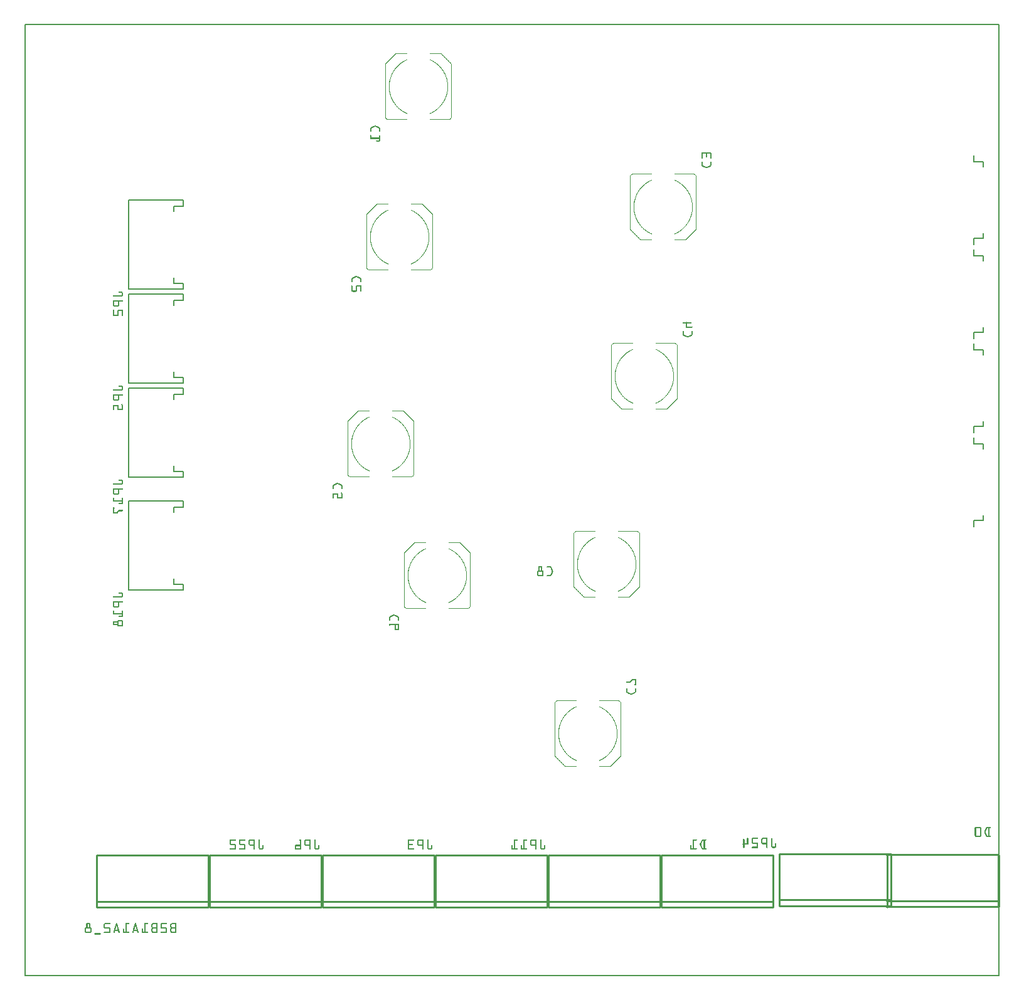
<source format=gbo>
G04 MADE WITH FRITZING*
G04 WWW.FRITZING.ORG*
G04 DOUBLE SIDED*
G04 HOLES PLATED*
G04 CONTOUR ON CENTER OF CONTOUR VECTOR*
%ASAXBY*%
%FSLAX23Y23*%
%MOIN*%
%OFA0B0*%
%SFA1.0B1.0*%
%ADD10R,5.182090X5.064610X5.166090X5.048610*%
%ADD11C,0.008000*%
%ADD12C,0.010417*%
%ADD13R,0.001000X0.001000*%
%LNSILK0*%
G90*
G70*
G54D11*
X4Y5061D02*
X5178Y5061D01*
X5178Y4D01*
X4Y4D01*
X4Y5061D01*
D02*
X794Y4067D02*
X794Y4095D01*
D02*
X794Y4095D02*
X845Y4095D01*
D02*
X845Y4095D02*
X845Y4126D01*
D02*
X845Y4126D02*
X554Y4126D01*
D02*
X554Y4126D02*
X554Y3654D01*
D02*
X554Y3654D02*
X845Y3654D01*
D02*
X845Y3654D02*
X845Y3685D01*
D02*
X845Y3685D02*
X794Y3685D01*
D02*
X794Y3685D02*
X794Y3713D01*
G54D12*
D02*
X2778Y642D02*
X2183Y642D01*
D02*
X2183Y642D02*
X2183Y398D01*
D02*
X2183Y398D02*
X2183Y367D01*
D02*
X2183Y367D02*
X2778Y367D01*
D02*
X2778Y367D02*
X2778Y398D01*
D02*
X2778Y398D02*
X2778Y642D01*
D02*
X2183Y398D02*
X2778Y398D01*
G54D11*
D02*
X794Y3567D02*
X794Y3595D01*
D02*
X794Y3595D02*
X845Y3595D01*
D02*
X845Y3595D02*
X845Y3626D01*
D02*
X845Y3626D02*
X554Y3626D01*
D02*
X554Y3626D02*
X554Y3154D01*
D02*
X554Y3154D02*
X845Y3154D01*
D02*
X845Y3154D02*
X845Y3185D01*
D02*
X845Y3185D02*
X794Y3185D01*
D02*
X794Y3185D02*
X794Y3213D01*
G54D12*
D02*
X2178Y642D02*
X1583Y642D01*
D02*
X1583Y642D02*
X1583Y398D01*
D02*
X1583Y398D02*
X1583Y367D01*
D02*
X1583Y367D02*
X2178Y367D01*
D02*
X2178Y367D02*
X2178Y398D01*
D02*
X2178Y398D02*
X2178Y642D01*
D02*
X1583Y398D02*
X2178Y398D01*
G54D11*
D02*
X5094Y3949D02*
X5094Y3922D01*
D02*
X5094Y3922D02*
X5043Y3922D01*
D02*
X5043Y3922D02*
X5043Y3890D01*
D02*
X5043Y4363D02*
X5043Y4331D01*
D02*
X5043Y4331D02*
X5094Y4331D01*
D02*
X5094Y4331D02*
X5094Y4304D01*
D02*
X5094Y3449D02*
X5094Y3422D01*
D02*
X5094Y3422D02*
X5043Y3422D01*
D02*
X5043Y3422D02*
X5043Y3390D01*
D02*
X5043Y3863D02*
X5043Y3831D01*
D02*
X5043Y3831D02*
X5094Y3831D01*
D02*
X5094Y3831D02*
X5094Y3804D01*
G54D12*
D02*
X3378Y642D02*
X2783Y642D01*
D02*
X2783Y642D02*
X2783Y398D01*
D02*
X2783Y398D02*
X2783Y367D01*
D02*
X2783Y367D02*
X3378Y367D01*
D02*
X3378Y367D02*
X3378Y398D01*
D02*
X3378Y398D02*
X3378Y642D01*
D02*
X2783Y398D02*
X3378Y398D01*
D02*
X3978Y642D02*
X3383Y642D01*
D02*
X3383Y642D02*
X3383Y398D01*
D02*
X3383Y398D02*
X3383Y367D01*
D02*
X3383Y367D02*
X3978Y367D01*
D02*
X3978Y367D02*
X3978Y398D01*
D02*
X3978Y398D02*
X3978Y642D01*
D02*
X3383Y398D02*
X3978Y398D01*
G54D11*
D02*
X794Y3067D02*
X794Y3095D01*
D02*
X794Y3095D02*
X845Y3095D01*
D02*
X845Y3095D02*
X845Y3126D01*
D02*
X845Y3126D02*
X554Y3126D01*
D02*
X554Y3126D02*
X554Y2654D01*
D02*
X554Y2654D02*
X845Y2654D01*
D02*
X845Y2654D02*
X845Y2685D01*
D02*
X845Y2685D02*
X794Y2685D01*
D02*
X794Y2685D02*
X794Y2713D01*
D02*
X794Y2467D02*
X794Y2495D01*
D02*
X794Y2495D02*
X845Y2495D01*
D02*
X845Y2495D02*
X845Y2526D01*
D02*
X845Y2526D02*
X554Y2526D01*
D02*
X554Y2526D02*
X554Y2054D01*
D02*
X554Y2054D02*
X845Y2054D01*
D02*
X845Y2054D02*
X845Y2085D01*
D02*
X845Y2085D02*
X794Y2085D01*
D02*
X794Y2085D02*
X794Y2113D01*
D02*
X5094Y2949D02*
X5094Y2922D01*
D02*
X5094Y2922D02*
X5043Y2922D01*
D02*
X5043Y2922D02*
X5043Y2890D01*
D02*
X5043Y3363D02*
X5043Y3331D01*
D02*
X5043Y3331D02*
X5094Y3331D01*
D02*
X5094Y3331D02*
X5094Y3304D01*
D02*
X5094Y2449D02*
X5094Y2422D01*
D02*
X5094Y2422D02*
X5043Y2422D01*
D02*
X5043Y2422D02*
X5043Y2390D01*
D02*
X5043Y2863D02*
X5043Y2831D01*
D02*
X5043Y2831D02*
X5094Y2831D01*
D02*
X5094Y2831D02*
X5094Y2804D01*
G54D12*
D02*
X4583Y642D02*
X4583Y398D01*
D02*
X4583Y398D02*
X4583Y367D01*
D02*
X1578Y642D02*
X983Y642D01*
D02*
X983Y642D02*
X983Y398D01*
D02*
X983Y398D02*
X983Y367D01*
D02*
X983Y367D02*
X1578Y367D01*
D02*
X1578Y367D02*
X1578Y398D01*
D02*
X1578Y398D02*
X1578Y642D01*
D02*
X983Y398D02*
X1578Y398D01*
D02*
X978Y642D02*
X383Y642D01*
D02*
X383Y642D02*
X383Y398D01*
D02*
X383Y398D02*
X383Y367D01*
D02*
X383Y367D02*
X978Y367D01*
D02*
X978Y367D02*
X978Y398D01*
D02*
X978Y398D02*
X978Y642D01*
D02*
X383Y398D02*
X978Y398D01*
D02*
X4605Y650D02*
X4011Y650D01*
D02*
X4011Y650D02*
X4011Y406D01*
D02*
X4011Y406D02*
X4011Y374D01*
D02*
X4011Y374D02*
X4605Y374D01*
D02*
X4605Y374D02*
X4605Y406D01*
D02*
X4605Y406D02*
X4605Y650D01*
D02*
X4011Y406D02*
X4605Y406D01*
G54D13*
X1973Y4906D02*
X2033Y4906D01*
X2154Y4906D02*
X2214Y4906D01*
X1972Y4905D02*
X2034Y4905D01*
X2153Y4905D02*
X2215Y4905D01*
X1971Y4904D02*
X2034Y4904D01*
X2153Y4904D02*
X2216Y4904D01*
X1970Y4903D02*
X2033Y4903D01*
X2154Y4903D02*
X2217Y4903D01*
X1969Y4902D02*
X1973Y4902D01*
X2214Y4902D02*
X2218Y4902D01*
X1968Y4901D02*
X1972Y4901D01*
X2215Y4901D02*
X2219Y4901D01*
X1967Y4900D02*
X1971Y4900D01*
X2216Y4900D02*
X2220Y4900D01*
X1966Y4899D02*
X1970Y4899D01*
X2217Y4899D02*
X2221Y4899D01*
X1965Y4898D02*
X1969Y4898D01*
X2218Y4898D02*
X2222Y4898D01*
X1964Y4897D02*
X1968Y4897D01*
X2219Y4897D02*
X2223Y4897D01*
X1963Y4896D02*
X1967Y4896D01*
X2220Y4896D02*
X2224Y4896D01*
X1962Y4895D02*
X1966Y4895D01*
X2221Y4895D02*
X2225Y4895D01*
X1961Y4894D02*
X1965Y4894D01*
X2222Y4894D02*
X2226Y4894D01*
X1960Y4893D02*
X1964Y4893D01*
X2223Y4893D02*
X2227Y4893D01*
X1959Y4892D02*
X1963Y4892D01*
X2224Y4892D02*
X2228Y4892D01*
X1958Y4891D02*
X1962Y4891D01*
X2225Y4891D02*
X2229Y4891D01*
X1957Y4890D02*
X1961Y4890D01*
X2226Y4890D02*
X2230Y4890D01*
X1956Y4889D02*
X1960Y4889D01*
X2227Y4889D02*
X2231Y4889D01*
X1955Y4888D02*
X1959Y4888D01*
X2228Y4888D02*
X2232Y4888D01*
X1954Y4887D02*
X1958Y4887D01*
X2229Y4887D02*
X2233Y4887D01*
X1953Y4886D02*
X1957Y4886D01*
X2230Y4886D02*
X2234Y4886D01*
X1952Y4885D02*
X1956Y4885D01*
X2231Y4885D02*
X2235Y4885D01*
X1951Y4884D02*
X1955Y4884D01*
X2232Y4884D02*
X2236Y4884D01*
X1950Y4883D02*
X1954Y4883D01*
X2233Y4883D02*
X2237Y4883D01*
X1949Y4882D02*
X1953Y4882D01*
X2234Y4882D02*
X2238Y4882D01*
X1948Y4881D02*
X1952Y4881D01*
X2235Y4881D02*
X2239Y4881D01*
X1947Y4880D02*
X1951Y4880D01*
X2236Y4880D02*
X2240Y4880D01*
X1946Y4879D02*
X1950Y4879D01*
X2237Y4879D02*
X2241Y4879D01*
X1945Y4878D02*
X1949Y4878D01*
X2238Y4878D02*
X2242Y4878D01*
X1944Y4877D02*
X1948Y4877D01*
X2239Y4877D02*
X2243Y4877D01*
X1943Y4876D02*
X1947Y4876D01*
X2240Y4876D02*
X2244Y4876D01*
X1942Y4875D02*
X1946Y4875D01*
X2241Y4875D02*
X2245Y4875D01*
X1941Y4874D02*
X1945Y4874D01*
X2032Y4874D02*
X2033Y4874D01*
X2154Y4874D02*
X2155Y4874D01*
X2242Y4874D02*
X2246Y4874D01*
X1940Y4873D02*
X1944Y4873D01*
X2030Y4873D02*
X2034Y4873D01*
X2153Y4873D02*
X2157Y4873D01*
X2243Y4873D02*
X2247Y4873D01*
X1939Y4872D02*
X1943Y4872D01*
X2028Y4872D02*
X2034Y4872D01*
X2153Y4872D02*
X2159Y4872D01*
X2244Y4872D02*
X2248Y4872D01*
X1938Y4871D02*
X1942Y4871D01*
X2025Y4871D02*
X2033Y4871D01*
X2154Y4871D02*
X2162Y4871D01*
X2245Y4871D02*
X2249Y4871D01*
X1937Y4870D02*
X1941Y4870D01*
X2023Y4870D02*
X2032Y4870D01*
X2155Y4870D02*
X2164Y4870D01*
X2246Y4870D02*
X2250Y4870D01*
X1936Y4869D02*
X1940Y4869D01*
X2021Y4869D02*
X2029Y4869D01*
X2158Y4869D02*
X2166Y4869D01*
X2247Y4869D02*
X2251Y4869D01*
X1935Y4868D02*
X1939Y4868D01*
X2020Y4868D02*
X2027Y4868D01*
X2160Y4868D02*
X2167Y4868D01*
X2248Y4868D02*
X2252Y4868D01*
X1934Y4867D02*
X1938Y4867D01*
X2018Y4867D02*
X2025Y4867D01*
X2162Y4867D02*
X2169Y4867D01*
X2249Y4867D02*
X2253Y4867D01*
X1933Y4866D02*
X1937Y4866D01*
X2016Y4866D02*
X2023Y4866D01*
X2164Y4866D02*
X2171Y4866D01*
X2250Y4866D02*
X2254Y4866D01*
X1932Y4865D02*
X1936Y4865D01*
X2014Y4865D02*
X2021Y4865D01*
X2166Y4865D02*
X2173Y4865D01*
X2251Y4865D02*
X2255Y4865D01*
X1931Y4864D02*
X1935Y4864D01*
X2012Y4864D02*
X2019Y4864D01*
X2168Y4864D02*
X2175Y4864D01*
X2252Y4864D02*
X2256Y4864D01*
X1930Y4863D02*
X1934Y4863D01*
X2011Y4863D02*
X2018Y4863D01*
X2169Y4863D02*
X2176Y4863D01*
X2253Y4863D02*
X2257Y4863D01*
X1929Y4862D02*
X1933Y4862D01*
X2009Y4862D02*
X2016Y4862D01*
X2171Y4862D02*
X2178Y4862D01*
X2254Y4862D02*
X2258Y4862D01*
X1928Y4861D02*
X1932Y4861D01*
X2008Y4861D02*
X2014Y4861D01*
X2173Y4861D02*
X2179Y4861D01*
X2255Y4861D02*
X2259Y4861D01*
X1927Y4860D02*
X1931Y4860D01*
X2006Y4860D02*
X2012Y4860D01*
X2175Y4860D02*
X2181Y4860D01*
X2256Y4860D02*
X2260Y4860D01*
X1926Y4859D02*
X1930Y4859D01*
X2005Y4859D02*
X2011Y4859D01*
X2176Y4859D02*
X2182Y4859D01*
X2257Y4859D02*
X2261Y4859D01*
X1925Y4858D02*
X1929Y4858D01*
X2003Y4858D02*
X2009Y4858D01*
X2178Y4858D02*
X2184Y4858D01*
X2258Y4858D02*
X2262Y4858D01*
X1924Y4857D02*
X1928Y4857D01*
X2002Y4857D02*
X2008Y4857D01*
X2179Y4857D02*
X2185Y4857D01*
X2259Y4857D02*
X2263Y4857D01*
X1923Y4856D02*
X1927Y4856D01*
X2001Y4856D02*
X2006Y4856D01*
X2181Y4856D02*
X2186Y4856D01*
X2260Y4856D02*
X2264Y4856D01*
X1922Y4855D02*
X1926Y4855D01*
X1999Y4855D02*
X2005Y4855D01*
X2182Y4855D02*
X2188Y4855D01*
X2261Y4855D02*
X2265Y4855D01*
X1921Y4854D02*
X1925Y4854D01*
X1998Y4854D02*
X2003Y4854D01*
X2184Y4854D02*
X2189Y4854D01*
X2262Y4854D02*
X2266Y4854D01*
X1920Y4853D02*
X1924Y4853D01*
X1997Y4853D02*
X2002Y4853D01*
X2185Y4853D02*
X2190Y4853D01*
X2263Y4853D02*
X2267Y4853D01*
X1919Y4852D02*
X1923Y4852D01*
X1995Y4852D02*
X2001Y4852D01*
X2186Y4852D02*
X2192Y4852D01*
X2264Y4852D02*
X2268Y4852D01*
X1918Y4851D02*
X1922Y4851D01*
X1994Y4851D02*
X1999Y4851D01*
X2188Y4851D02*
X2193Y4851D01*
X2265Y4851D02*
X2269Y4851D01*
X1917Y4850D02*
X1921Y4850D01*
X1993Y4850D02*
X1998Y4850D01*
X2189Y4850D02*
X2194Y4850D01*
X2266Y4850D02*
X2270Y4850D01*
X1917Y4849D02*
X1920Y4849D01*
X1992Y4849D02*
X1997Y4849D01*
X2190Y4849D02*
X2195Y4849D01*
X2267Y4849D02*
X2270Y4849D01*
X1917Y4848D02*
X1920Y4848D01*
X1991Y4848D02*
X1996Y4848D01*
X2191Y4848D02*
X2196Y4848D01*
X2267Y4848D02*
X2270Y4848D01*
X1917Y4847D02*
X1920Y4847D01*
X1990Y4847D02*
X1994Y4847D01*
X2193Y4847D02*
X2197Y4847D01*
X2267Y4847D02*
X2270Y4847D01*
X1917Y4846D02*
X1920Y4846D01*
X1988Y4846D02*
X1993Y4846D01*
X2194Y4846D02*
X2199Y4846D01*
X2267Y4846D02*
X2270Y4846D01*
X1917Y4845D02*
X1920Y4845D01*
X1987Y4845D02*
X1992Y4845D01*
X2195Y4845D02*
X2200Y4845D01*
X2267Y4845D02*
X2270Y4845D01*
X1917Y4844D02*
X1920Y4844D01*
X1986Y4844D02*
X1991Y4844D01*
X2196Y4844D02*
X2201Y4844D01*
X2267Y4844D02*
X2270Y4844D01*
X1917Y4843D02*
X1920Y4843D01*
X1985Y4843D02*
X1990Y4843D01*
X2197Y4843D02*
X2202Y4843D01*
X2267Y4843D02*
X2270Y4843D01*
X1917Y4842D02*
X1920Y4842D01*
X1984Y4842D02*
X1989Y4842D01*
X2198Y4842D02*
X2203Y4842D01*
X2267Y4842D02*
X2270Y4842D01*
X1917Y4841D02*
X1920Y4841D01*
X1983Y4841D02*
X1988Y4841D01*
X2199Y4841D02*
X2204Y4841D01*
X2267Y4841D02*
X2270Y4841D01*
X1917Y4840D02*
X1920Y4840D01*
X1982Y4840D02*
X1987Y4840D01*
X2201Y4840D02*
X2205Y4840D01*
X2267Y4840D02*
X2270Y4840D01*
X1917Y4839D02*
X1920Y4839D01*
X1981Y4839D02*
X1985Y4839D01*
X2202Y4839D02*
X2206Y4839D01*
X2267Y4839D02*
X2270Y4839D01*
X1917Y4838D02*
X1920Y4838D01*
X1980Y4838D02*
X1985Y4838D01*
X2203Y4838D02*
X2207Y4838D01*
X2267Y4838D02*
X2270Y4838D01*
X1917Y4837D02*
X1920Y4837D01*
X1979Y4837D02*
X1984Y4837D01*
X2203Y4837D02*
X2208Y4837D01*
X2267Y4837D02*
X2270Y4837D01*
X1917Y4836D02*
X1920Y4836D01*
X1978Y4836D02*
X1983Y4836D01*
X2204Y4836D02*
X2209Y4836D01*
X2267Y4836D02*
X2270Y4836D01*
X1917Y4835D02*
X1920Y4835D01*
X1977Y4835D02*
X1982Y4835D01*
X2205Y4835D02*
X2210Y4835D01*
X2267Y4835D02*
X2270Y4835D01*
X1917Y4834D02*
X1920Y4834D01*
X1976Y4834D02*
X1981Y4834D01*
X2206Y4834D02*
X2211Y4834D01*
X2267Y4834D02*
X2270Y4834D01*
X1917Y4833D02*
X1920Y4833D01*
X1976Y4833D02*
X1980Y4833D01*
X2207Y4833D02*
X2211Y4833D01*
X2267Y4833D02*
X2270Y4833D01*
X1917Y4832D02*
X1920Y4832D01*
X1975Y4832D02*
X1979Y4832D01*
X2208Y4832D02*
X2212Y4832D01*
X2267Y4832D02*
X2270Y4832D01*
X1917Y4831D02*
X1920Y4831D01*
X1974Y4831D02*
X1978Y4831D01*
X2209Y4831D02*
X2213Y4831D01*
X2267Y4831D02*
X2270Y4831D01*
X1917Y4830D02*
X1920Y4830D01*
X1973Y4830D02*
X1977Y4830D01*
X2210Y4830D02*
X2214Y4830D01*
X2267Y4830D02*
X2270Y4830D01*
X1917Y4829D02*
X1920Y4829D01*
X1972Y4829D02*
X1976Y4829D01*
X2211Y4829D02*
X2215Y4829D01*
X2267Y4829D02*
X2270Y4829D01*
X1917Y4828D02*
X1920Y4828D01*
X1971Y4828D02*
X1975Y4828D01*
X2212Y4828D02*
X2216Y4828D01*
X2267Y4828D02*
X2270Y4828D01*
X1917Y4827D02*
X1920Y4827D01*
X1971Y4827D02*
X1975Y4827D01*
X2212Y4827D02*
X2216Y4827D01*
X2267Y4827D02*
X2270Y4827D01*
X1917Y4826D02*
X1920Y4826D01*
X1970Y4826D02*
X1974Y4826D01*
X2213Y4826D02*
X2217Y4826D01*
X2267Y4826D02*
X2270Y4826D01*
X1917Y4825D02*
X1920Y4825D01*
X1969Y4825D02*
X1973Y4825D01*
X2214Y4825D02*
X2218Y4825D01*
X2267Y4825D02*
X2270Y4825D01*
X1917Y4824D02*
X1920Y4824D01*
X1968Y4824D02*
X1972Y4824D01*
X2215Y4824D02*
X2219Y4824D01*
X2267Y4824D02*
X2270Y4824D01*
X1917Y4823D02*
X1920Y4823D01*
X1968Y4823D02*
X1971Y4823D01*
X2216Y4823D02*
X2219Y4823D01*
X2267Y4823D02*
X2270Y4823D01*
X1917Y4822D02*
X1920Y4822D01*
X1967Y4822D02*
X1971Y4822D01*
X2217Y4822D02*
X2220Y4822D01*
X2267Y4822D02*
X2270Y4822D01*
X1917Y4821D02*
X1920Y4821D01*
X1966Y4821D02*
X1970Y4821D01*
X2217Y4821D02*
X2221Y4821D01*
X2267Y4821D02*
X2270Y4821D01*
X1917Y4820D02*
X1920Y4820D01*
X1965Y4820D02*
X1969Y4820D01*
X2218Y4820D02*
X2222Y4820D01*
X2267Y4820D02*
X2270Y4820D01*
X1917Y4819D02*
X1920Y4819D01*
X1965Y4819D02*
X1968Y4819D01*
X2219Y4819D02*
X2222Y4819D01*
X2267Y4819D02*
X2270Y4819D01*
X1917Y4818D02*
X1920Y4818D01*
X1964Y4818D02*
X1968Y4818D01*
X2219Y4818D02*
X2223Y4818D01*
X2267Y4818D02*
X2270Y4818D01*
X1917Y4817D02*
X1920Y4817D01*
X1963Y4817D02*
X1967Y4817D01*
X2220Y4817D02*
X2224Y4817D01*
X2267Y4817D02*
X2270Y4817D01*
X1917Y4816D02*
X1920Y4816D01*
X1963Y4816D02*
X1966Y4816D01*
X2221Y4816D02*
X2224Y4816D01*
X2267Y4816D02*
X2270Y4816D01*
X1917Y4815D02*
X1920Y4815D01*
X1962Y4815D02*
X1966Y4815D01*
X2222Y4815D02*
X2225Y4815D01*
X2267Y4815D02*
X2270Y4815D01*
X1917Y4814D02*
X1920Y4814D01*
X1961Y4814D02*
X1965Y4814D01*
X2222Y4814D02*
X2226Y4814D01*
X2267Y4814D02*
X2270Y4814D01*
X1917Y4813D02*
X1920Y4813D01*
X1961Y4813D02*
X1964Y4813D01*
X2223Y4813D02*
X2226Y4813D01*
X2267Y4813D02*
X2270Y4813D01*
X1917Y4812D02*
X1920Y4812D01*
X1960Y4812D02*
X1964Y4812D01*
X2223Y4812D02*
X2227Y4812D01*
X2267Y4812D02*
X2270Y4812D01*
X1917Y4811D02*
X1920Y4811D01*
X1960Y4811D02*
X1963Y4811D01*
X2224Y4811D02*
X2227Y4811D01*
X2267Y4811D02*
X2270Y4811D01*
X1917Y4810D02*
X1920Y4810D01*
X1959Y4810D02*
X1962Y4810D01*
X2225Y4810D02*
X2228Y4810D01*
X2267Y4810D02*
X2270Y4810D01*
X1917Y4809D02*
X1920Y4809D01*
X1958Y4809D02*
X1962Y4809D01*
X2225Y4809D02*
X2229Y4809D01*
X2267Y4809D02*
X2270Y4809D01*
X1917Y4808D02*
X1920Y4808D01*
X1958Y4808D02*
X1961Y4808D01*
X2226Y4808D02*
X2229Y4808D01*
X2267Y4808D02*
X2270Y4808D01*
X1917Y4807D02*
X1920Y4807D01*
X1957Y4807D02*
X1961Y4807D01*
X2226Y4807D02*
X2230Y4807D01*
X2267Y4807D02*
X2270Y4807D01*
X1917Y4806D02*
X1920Y4806D01*
X1957Y4806D02*
X1960Y4806D01*
X2227Y4806D02*
X2230Y4806D01*
X2267Y4806D02*
X2270Y4806D01*
X1917Y4805D02*
X1920Y4805D01*
X1956Y4805D02*
X1959Y4805D01*
X2228Y4805D02*
X2231Y4805D01*
X2267Y4805D02*
X2270Y4805D01*
X1917Y4804D02*
X1920Y4804D01*
X1956Y4804D02*
X1959Y4804D01*
X2228Y4804D02*
X2232Y4804D01*
X2267Y4804D02*
X2270Y4804D01*
X1917Y4803D02*
X1920Y4803D01*
X1955Y4803D02*
X1958Y4803D01*
X2229Y4803D02*
X2232Y4803D01*
X2267Y4803D02*
X2270Y4803D01*
X1917Y4802D02*
X1920Y4802D01*
X1954Y4802D02*
X1958Y4802D01*
X2229Y4802D02*
X2233Y4802D01*
X2267Y4802D02*
X2270Y4802D01*
X1917Y4801D02*
X1920Y4801D01*
X1954Y4801D02*
X1957Y4801D01*
X2230Y4801D02*
X2233Y4801D01*
X2267Y4801D02*
X2270Y4801D01*
X1917Y4800D02*
X1920Y4800D01*
X1953Y4800D02*
X1957Y4800D01*
X2230Y4800D02*
X2234Y4800D01*
X2267Y4800D02*
X2270Y4800D01*
X1917Y4799D02*
X1920Y4799D01*
X1953Y4799D02*
X1956Y4799D01*
X2231Y4799D02*
X2234Y4799D01*
X2267Y4799D02*
X2270Y4799D01*
X1917Y4798D02*
X1920Y4798D01*
X1952Y4798D02*
X1956Y4798D01*
X2231Y4798D02*
X2235Y4798D01*
X2267Y4798D02*
X2270Y4798D01*
X1917Y4797D02*
X1920Y4797D01*
X1952Y4797D02*
X1955Y4797D01*
X2232Y4797D02*
X2235Y4797D01*
X2267Y4797D02*
X2270Y4797D01*
X1917Y4796D02*
X1920Y4796D01*
X1951Y4796D02*
X1955Y4796D01*
X2232Y4796D02*
X2236Y4796D01*
X2267Y4796D02*
X2270Y4796D01*
X1917Y4795D02*
X1920Y4795D01*
X1951Y4795D02*
X1954Y4795D01*
X2233Y4795D02*
X2236Y4795D01*
X2267Y4795D02*
X2270Y4795D01*
X1917Y4794D02*
X1920Y4794D01*
X1951Y4794D02*
X1954Y4794D01*
X2233Y4794D02*
X2236Y4794D01*
X2267Y4794D02*
X2270Y4794D01*
X1917Y4793D02*
X1920Y4793D01*
X1950Y4793D02*
X1953Y4793D01*
X2234Y4793D02*
X2237Y4793D01*
X2267Y4793D02*
X2270Y4793D01*
X1917Y4792D02*
X1920Y4792D01*
X1950Y4792D02*
X1953Y4792D01*
X2234Y4792D02*
X2237Y4792D01*
X2267Y4792D02*
X2270Y4792D01*
X1917Y4791D02*
X1920Y4791D01*
X1949Y4791D02*
X1952Y4791D01*
X2235Y4791D02*
X2238Y4791D01*
X2267Y4791D02*
X2270Y4791D01*
X1917Y4790D02*
X1920Y4790D01*
X1949Y4790D02*
X1952Y4790D01*
X2235Y4790D02*
X2238Y4790D01*
X2267Y4790D02*
X2270Y4790D01*
X1917Y4789D02*
X1920Y4789D01*
X1948Y4789D02*
X1952Y4789D01*
X2235Y4789D02*
X2239Y4789D01*
X2267Y4789D02*
X2270Y4789D01*
X1917Y4788D02*
X1920Y4788D01*
X1948Y4788D02*
X1951Y4788D01*
X2236Y4788D02*
X2239Y4788D01*
X2267Y4788D02*
X2270Y4788D01*
X1917Y4787D02*
X1920Y4787D01*
X1948Y4787D02*
X1951Y4787D01*
X2236Y4787D02*
X2239Y4787D01*
X2267Y4787D02*
X2270Y4787D01*
X1917Y4786D02*
X1920Y4786D01*
X1947Y4786D02*
X1950Y4786D01*
X2237Y4786D02*
X2240Y4786D01*
X2267Y4786D02*
X2270Y4786D01*
X1917Y4785D02*
X1920Y4785D01*
X1947Y4785D02*
X1950Y4785D01*
X2237Y4785D02*
X2240Y4785D01*
X2267Y4785D02*
X2270Y4785D01*
X1917Y4784D02*
X1920Y4784D01*
X1946Y4784D02*
X1949Y4784D01*
X2238Y4784D02*
X2241Y4784D01*
X2267Y4784D02*
X2270Y4784D01*
X1917Y4783D02*
X1920Y4783D01*
X1946Y4783D02*
X1949Y4783D01*
X2238Y4783D02*
X2241Y4783D01*
X2267Y4783D02*
X2270Y4783D01*
X1917Y4782D02*
X1920Y4782D01*
X1946Y4782D02*
X1949Y4782D01*
X2238Y4782D02*
X2241Y4782D01*
X2267Y4782D02*
X2270Y4782D01*
X1917Y4781D02*
X1920Y4781D01*
X1945Y4781D02*
X1948Y4781D01*
X2239Y4781D02*
X2242Y4781D01*
X2267Y4781D02*
X2270Y4781D01*
X1917Y4780D02*
X1920Y4780D01*
X1945Y4780D02*
X1948Y4780D01*
X2239Y4780D02*
X2242Y4780D01*
X2267Y4780D02*
X2270Y4780D01*
X1917Y4779D02*
X1920Y4779D01*
X1945Y4779D02*
X1948Y4779D01*
X2239Y4779D02*
X2242Y4779D01*
X2267Y4779D02*
X2270Y4779D01*
X1917Y4778D02*
X1920Y4778D01*
X1944Y4778D02*
X1947Y4778D01*
X2240Y4778D02*
X2243Y4778D01*
X2267Y4778D02*
X2270Y4778D01*
X1917Y4777D02*
X1920Y4777D01*
X1944Y4777D02*
X1947Y4777D01*
X2240Y4777D02*
X2243Y4777D01*
X2267Y4777D02*
X2270Y4777D01*
X1917Y4776D02*
X1920Y4776D01*
X1944Y4776D02*
X1947Y4776D01*
X2240Y4776D02*
X2243Y4776D01*
X2267Y4776D02*
X2270Y4776D01*
X1917Y4775D02*
X1920Y4775D01*
X1943Y4775D02*
X1946Y4775D01*
X2241Y4775D02*
X2244Y4775D01*
X2267Y4775D02*
X2270Y4775D01*
X1917Y4774D02*
X1920Y4774D01*
X1943Y4774D02*
X1946Y4774D01*
X2241Y4774D02*
X2244Y4774D01*
X2267Y4774D02*
X2270Y4774D01*
X1917Y4773D02*
X1920Y4773D01*
X1943Y4773D02*
X1946Y4773D01*
X2241Y4773D02*
X2244Y4773D01*
X2267Y4773D02*
X2270Y4773D01*
X1917Y4772D02*
X1920Y4772D01*
X1943Y4772D02*
X1946Y4772D01*
X2242Y4772D02*
X2245Y4772D01*
X2267Y4772D02*
X2270Y4772D01*
X1917Y4771D02*
X1920Y4771D01*
X1942Y4771D02*
X1945Y4771D01*
X2242Y4771D02*
X2245Y4771D01*
X2267Y4771D02*
X2270Y4771D01*
X1917Y4770D02*
X1920Y4770D01*
X1942Y4770D02*
X1945Y4770D01*
X2242Y4770D02*
X2245Y4770D01*
X2267Y4770D02*
X2270Y4770D01*
X1917Y4769D02*
X1920Y4769D01*
X1942Y4769D02*
X1945Y4769D01*
X2242Y4769D02*
X2245Y4769D01*
X2267Y4769D02*
X2270Y4769D01*
X1917Y4768D02*
X1920Y4768D01*
X1941Y4768D02*
X1944Y4768D01*
X2243Y4768D02*
X2246Y4768D01*
X2267Y4768D02*
X2270Y4768D01*
X1917Y4767D02*
X1920Y4767D01*
X1941Y4767D02*
X1944Y4767D01*
X2243Y4767D02*
X2246Y4767D01*
X2267Y4767D02*
X2270Y4767D01*
X1917Y4766D02*
X1920Y4766D01*
X1941Y4766D02*
X1944Y4766D01*
X2243Y4766D02*
X2246Y4766D01*
X2267Y4766D02*
X2270Y4766D01*
X1917Y4765D02*
X1920Y4765D01*
X1941Y4765D02*
X1944Y4765D01*
X2243Y4765D02*
X2246Y4765D01*
X2267Y4765D02*
X2270Y4765D01*
X1917Y4764D02*
X1920Y4764D01*
X1940Y4764D02*
X1943Y4764D01*
X2244Y4764D02*
X2247Y4764D01*
X2267Y4764D02*
X2270Y4764D01*
X1917Y4763D02*
X1920Y4763D01*
X1940Y4763D02*
X1943Y4763D01*
X2244Y4763D02*
X2247Y4763D01*
X2267Y4763D02*
X2270Y4763D01*
X1917Y4762D02*
X1920Y4762D01*
X1940Y4762D02*
X1943Y4762D01*
X2244Y4762D02*
X2247Y4762D01*
X2267Y4762D02*
X2270Y4762D01*
X1917Y4761D02*
X1920Y4761D01*
X1940Y4761D02*
X1943Y4761D01*
X2244Y4761D02*
X2247Y4761D01*
X2267Y4761D02*
X2270Y4761D01*
X1917Y4760D02*
X1920Y4760D01*
X1940Y4760D02*
X1943Y4760D01*
X2244Y4760D02*
X2247Y4760D01*
X2267Y4760D02*
X2270Y4760D01*
X1917Y4759D02*
X1920Y4759D01*
X1939Y4759D02*
X1942Y4759D01*
X2245Y4759D02*
X2248Y4759D01*
X2267Y4759D02*
X2270Y4759D01*
X1917Y4758D02*
X1920Y4758D01*
X1939Y4758D02*
X1942Y4758D01*
X2245Y4758D02*
X2248Y4758D01*
X2267Y4758D02*
X2270Y4758D01*
X1917Y4757D02*
X1920Y4757D01*
X1939Y4757D02*
X1942Y4757D01*
X2245Y4757D02*
X2248Y4757D01*
X2267Y4757D02*
X2270Y4757D01*
X1917Y4756D02*
X1920Y4756D01*
X1939Y4756D02*
X1942Y4756D01*
X2245Y4756D02*
X2248Y4756D01*
X2267Y4756D02*
X2270Y4756D01*
X1917Y4755D02*
X1920Y4755D01*
X1939Y4755D02*
X1942Y4755D01*
X2245Y4755D02*
X2248Y4755D01*
X2267Y4755D02*
X2270Y4755D01*
X1917Y4754D02*
X1920Y4754D01*
X1939Y4754D02*
X1942Y4754D01*
X2246Y4754D02*
X2249Y4754D01*
X2267Y4754D02*
X2270Y4754D01*
X1917Y4753D02*
X1920Y4753D01*
X1938Y4753D02*
X1941Y4753D01*
X2246Y4753D02*
X2249Y4753D01*
X2267Y4753D02*
X2270Y4753D01*
X1917Y4752D02*
X1920Y4752D01*
X1938Y4752D02*
X1941Y4752D01*
X2246Y4752D02*
X2249Y4752D01*
X2267Y4752D02*
X2270Y4752D01*
X1917Y4751D02*
X1920Y4751D01*
X1938Y4751D02*
X1941Y4751D01*
X2246Y4751D02*
X2249Y4751D01*
X2267Y4751D02*
X2270Y4751D01*
X1917Y4750D02*
X1920Y4750D01*
X1938Y4750D02*
X1941Y4750D01*
X2246Y4750D02*
X2249Y4750D01*
X2267Y4750D02*
X2270Y4750D01*
X1917Y4749D02*
X1920Y4749D01*
X1938Y4749D02*
X1941Y4749D01*
X2246Y4749D02*
X2249Y4749D01*
X2267Y4749D02*
X2270Y4749D01*
X1917Y4748D02*
X1920Y4748D01*
X1938Y4748D02*
X1941Y4748D01*
X2246Y4748D02*
X2249Y4748D01*
X2267Y4748D02*
X2270Y4748D01*
X1917Y4747D02*
X1920Y4747D01*
X1938Y4747D02*
X1940Y4747D01*
X2247Y4747D02*
X2250Y4747D01*
X2267Y4747D02*
X2270Y4747D01*
X1917Y4746D02*
X1920Y4746D01*
X1937Y4746D02*
X1940Y4746D01*
X2247Y4746D02*
X2250Y4746D01*
X2267Y4746D02*
X2270Y4746D01*
X1917Y4745D02*
X1920Y4745D01*
X1937Y4745D02*
X1940Y4745D01*
X2247Y4745D02*
X2250Y4745D01*
X2267Y4745D02*
X2270Y4745D01*
X1917Y4744D02*
X1920Y4744D01*
X1937Y4744D02*
X1940Y4744D01*
X2247Y4744D02*
X2250Y4744D01*
X2267Y4744D02*
X2270Y4744D01*
X1917Y4743D02*
X1920Y4743D01*
X1937Y4743D02*
X1940Y4743D01*
X2247Y4743D02*
X2250Y4743D01*
X2267Y4743D02*
X2270Y4743D01*
X1917Y4742D02*
X1920Y4742D01*
X1937Y4742D02*
X1940Y4742D01*
X2247Y4742D02*
X2250Y4742D01*
X2267Y4742D02*
X2270Y4742D01*
X1917Y4741D02*
X1920Y4741D01*
X1937Y4741D02*
X1940Y4741D01*
X2247Y4741D02*
X2250Y4741D01*
X2267Y4741D02*
X2270Y4741D01*
X1917Y4740D02*
X1920Y4740D01*
X1937Y4740D02*
X1940Y4740D01*
X2247Y4740D02*
X2250Y4740D01*
X2267Y4740D02*
X2270Y4740D01*
X1917Y4739D02*
X1920Y4739D01*
X1937Y4739D02*
X1940Y4739D01*
X2247Y4739D02*
X2250Y4739D01*
X2267Y4739D02*
X2270Y4739D01*
X1917Y4738D02*
X1920Y4738D01*
X1937Y4738D02*
X1940Y4738D01*
X2247Y4738D02*
X2250Y4738D01*
X2267Y4738D02*
X2270Y4738D01*
X1917Y4737D02*
X1920Y4737D01*
X1937Y4737D02*
X1940Y4737D01*
X2247Y4737D02*
X2250Y4737D01*
X2267Y4737D02*
X2270Y4737D01*
X1917Y4736D02*
X1920Y4736D01*
X1937Y4736D02*
X1940Y4736D01*
X2247Y4736D02*
X2250Y4736D01*
X2267Y4736D02*
X2270Y4736D01*
X1917Y4735D02*
X1920Y4735D01*
X1937Y4735D02*
X1940Y4735D01*
X2247Y4735D02*
X2250Y4735D01*
X2267Y4735D02*
X2270Y4735D01*
X1917Y4734D02*
X1920Y4734D01*
X1937Y4734D02*
X1940Y4734D01*
X2248Y4734D02*
X2250Y4734D01*
X2267Y4734D02*
X2270Y4734D01*
X1917Y4733D02*
X1920Y4733D01*
X1937Y4733D02*
X1940Y4733D01*
X2248Y4733D02*
X2250Y4733D01*
X2267Y4733D02*
X2270Y4733D01*
X1917Y4732D02*
X1920Y4732D01*
X1937Y4732D02*
X1940Y4732D01*
X2248Y4732D02*
X2250Y4732D01*
X2267Y4732D02*
X2270Y4732D01*
X1917Y4731D02*
X1920Y4731D01*
X1937Y4731D02*
X1939Y4731D01*
X2248Y4731D02*
X2250Y4731D01*
X2267Y4731D02*
X2270Y4731D01*
X1917Y4730D02*
X1920Y4730D01*
X1937Y4730D02*
X1939Y4730D01*
X2248Y4730D02*
X2251Y4730D01*
X2267Y4730D02*
X2270Y4730D01*
X1917Y4729D02*
X1920Y4729D01*
X1937Y4729D02*
X1939Y4729D01*
X2248Y4729D02*
X2251Y4729D01*
X2267Y4729D02*
X2270Y4729D01*
X1917Y4728D02*
X1920Y4728D01*
X1937Y4728D02*
X1939Y4728D01*
X2248Y4728D02*
X2251Y4728D01*
X2267Y4728D02*
X2270Y4728D01*
X1917Y4727D02*
X1920Y4727D01*
X1937Y4727D02*
X1940Y4727D01*
X2248Y4727D02*
X2250Y4727D01*
X2267Y4727D02*
X2270Y4727D01*
X1917Y4726D02*
X1920Y4726D01*
X1937Y4726D02*
X1940Y4726D01*
X2248Y4726D02*
X2250Y4726D01*
X2267Y4726D02*
X2270Y4726D01*
X1917Y4725D02*
X1920Y4725D01*
X1937Y4725D02*
X1940Y4725D01*
X2248Y4725D02*
X2250Y4725D01*
X2267Y4725D02*
X2270Y4725D01*
X1917Y4724D02*
X1920Y4724D01*
X1937Y4724D02*
X1940Y4724D01*
X2247Y4724D02*
X2250Y4724D01*
X2267Y4724D02*
X2270Y4724D01*
X1917Y4723D02*
X1920Y4723D01*
X1937Y4723D02*
X1940Y4723D01*
X2247Y4723D02*
X2250Y4723D01*
X2267Y4723D02*
X2270Y4723D01*
X1917Y4722D02*
X1920Y4722D01*
X1937Y4722D02*
X1940Y4722D01*
X2247Y4722D02*
X2250Y4722D01*
X2267Y4722D02*
X2270Y4722D01*
X1917Y4721D02*
X1920Y4721D01*
X1937Y4721D02*
X1940Y4721D01*
X2247Y4721D02*
X2250Y4721D01*
X2267Y4721D02*
X2270Y4721D01*
X1917Y4720D02*
X1920Y4720D01*
X1937Y4720D02*
X1940Y4720D01*
X2247Y4720D02*
X2250Y4720D01*
X2267Y4720D02*
X2270Y4720D01*
X1917Y4719D02*
X1920Y4719D01*
X1937Y4719D02*
X1940Y4719D01*
X2247Y4719D02*
X2250Y4719D01*
X2267Y4719D02*
X2270Y4719D01*
X1917Y4718D02*
X1920Y4718D01*
X1937Y4718D02*
X1940Y4718D01*
X2247Y4718D02*
X2250Y4718D01*
X2267Y4718D02*
X2270Y4718D01*
X1917Y4717D02*
X1920Y4717D01*
X1937Y4717D02*
X1940Y4717D01*
X2247Y4717D02*
X2250Y4717D01*
X2267Y4717D02*
X2270Y4717D01*
X1917Y4716D02*
X1920Y4716D01*
X1937Y4716D02*
X1940Y4716D01*
X2247Y4716D02*
X2250Y4716D01*
X2267Y4716D02*
X2270Y4716D01*
X1917Y4715D02*
X1920Y4715D01*
X1937Y4715D02*
X1940Y4715D01*
X2247Y4715D02*
X2250Y4715D01*
X2267Y4715D02*
X2270Y4715D01*
X1917Y4714D02*
X1920Y4714D01*
X1937Y4714D02*
X1940Y4714D01*
X2247Y4714D02*
X2250Y4714D01*
X2267Y4714D02*
X2270Y4714D01*
X1917Y4713D02*
X1920Y4713D01*
X1937Y4713D02*
X1940Y4713D01*
X2247Y4713D02*
X2250Y4713D01*
X2267Y4713D02*
X2270Y4713D01*
X1917Y4712D02*
X1920Y4712D01*
X1938Y4712D02*
X1940Y4712D01*
X2247Y4712D02*
X2250Y4712D01*
X2267Y4712D02*
X2270Y4712D01*
X1917Y4711D02*
X1920Y4711D01*
X1938Y4711D02*
X1941Y4711D01*
X2246Y4711D02*
X2249Y4711D01*
X2267Y4711D02*
X2270Y4711D01*
X1917Y4710D02*
X1920Y4710D01*
X1938Y4710D02*
X1941Y4710D01*
X2246Y4710D02*
X2249Y4710D01*
X2267Y4710D02*
X2270Y4710D01*
X1917Y4709D02*
X1920Y4709D01*
X1938Y4709D02*
X1941Y4709D01*
X2246Y4709D02*
X2249Y4709D01*
X2267Y4709D02*
X2270Y4709D01*
X1917Y4708D02*
X1920Y4708D01*
X1938Y4708D02*
X1941Y4708D01*
X2246Y4708D02*
X2249Y4708D01*
X2267Y4708D02*
X2270Y4708D01*
X1917Y4707D02*
X1920Y4707D01*
X1938Y4707D02*
X1941Y4707D01*
X2246Y4707D02*
X2249Y4707D01*
X2267Y4707D02*
X2270Y4707D01*
X1917Y4706D02*
X1920Y4706D01*
X1938Y4706D02*
X1941Y4706D01*
X2246Y4706D02*
X2249Y4706D01*
X2267Y4706D02*
X2270Y4706D01*
X1917Y4705D02*
X1920Y4705D01*
X1938Y4705D02*
X1941Y4705D01*
X2246Y4705D02*
X2249Y4705D01*
X2267Y4705D02*
X2270Y4705D01*
X1917Y4704D02*
X1920Y4704D01*
X1939Y4704D02*
X1942Y4704D01*
X2245Y4704D02*
X2248Y4704D01*
X2267Y4704D02*
X2270Y4704D01*
X1917Y4703D02*
X1920Y4703D01*
X1939Y4703D02*
X1942Y4703D01*
X2245Y4703D02*
X2248Y4703D01*
X2267Y4703D02*
X2270Y4703D01*
X1917Y4702D02*
X1920Y4702D01*
X1939Y4702D02*
X1942Y4702D01*
X2245Y4702D02*
X2248Y4702D01*
X2267Y4702D02*
X2270Y4702D01*
X1917Y4701D02*
X1920Y4701D01*
X1939Y4701D02*
X1942Y4701D01*
X2245Y4701D02*
X2248Y4701D01*
X2267Y4701D02*
X2270Y4701D01*
X1917Y4700D02*
X1920Y4700D01*
X1939Y4700D02*
X1942Y4700D01*
X2245Y4700D02*
X2248Y4700D01*
X2267Y4700D02*
X2270Y4700D01*
X1917Y4699D02*
X1920Y4699D01*
X1940Y4699D02*
X1943Y4699D01*
X2245Y4699D02*
X2247Y4699D01*
X2267Y4699D02*
X2270Y4699D01*
X1917Y4698D02*
X1920Y4698D01*
X1940Y4698D02*
X1943Y4698D01*
X2244Y4698D02*
X2247Y4698D01*
X2267Y4698D02*
X2270Y4698D01*
X1917Y4697D02*
X1920Y4697D01*
X1940Y4697D02*
X1943Y4697D01*
X2244Y4697D02*
X2247Y4697D01*
X2267Y4697D02*
X2270Y4697D01*
X1917Y4696D02*
X1920Y4696D01*
X1940Y4696D02*
X1943Y4696D01*
X2244Y4696D02*
X2247Y4696D01*
X2267Y4696D02*
X2270Y4696D01*
X1917Y4695D02*
X1920Y4695D01*
X1940Y4695D02*
X1943Y4695D01*
X2244Y4695D02*
X2247Y4695D01*
X2267Y4695D02*
X2270Y4695D01*
X1917Y4694D02*
X1920Y4694D01*
X1941Y4694D02*
X1944Y4694D01*
X2243Y4694D02*
X2246Y4694D01*
X2267Y4694D02*
X2270Y4694D01*
X1917Y4693D02*
X1920Y4693D01*
X1941Y4693D02*
X1944Y4693D01*
X2243Y4693D02*
X2246Y4693D01*
X2267Y4693D02*
X2270Y4693D01*
X1917Y4692D02*
X1920Y4692D01*
X1941Y4692D02*
X1944Y4692D01*
X2243Y4692D02*
X2246Y4692D01*
X2267Y4692D02*
X2270Y4692D01*
X1917Y4691D02*
X1920Y4691D01*
X1941Y4691D02*
X1944Y4691D01*
X2243Y4691D02*
X2246Y4691D01*
X2267Y4691D02*
X2270Y4691D01*
X1917Y4690D02*
X1920Y4690D01*
X1942Y4690D02*
X1945Y4690D01*
X2242Y4690D02*
X2245Y4690D01*
X2267Y4690D02*
X2270Y4690D01*
X1917Y4689D02*
X1920Y4689D01*
X1942Y4689D02*
X1945Y4689D01*
X2242Y4689D02*
X2245Y4689D01*
X2267Y4689D02*
X2270Y4689D01*
X1917Y4688D02*
X1920Y4688D01*
X1942Y4688D02*
X1945Y4688D01*
X2242Y4688D02*
X2245Y4688D01*
X2267Y4688D02*
X2270Y4688D01*
X1917Y4687D02*
X1920Y4687D01*
X1942Y4687D02*
X1945Y4687D01*
X2242Y4687D02*
X2245Y4687D01*
X2267Y4687D02*
X2270Y4687D01*
X1917Y4686D02*
X1920Y4686D01*
X1943Y4686D02*
X1946Y4686D01*
X2241Y4686D02*
X2244Y4686D01*
X2267Y4686D02*
X2270Y4686D01*
X1917Y4685D02*
X1920Y4685D01*
X1943Y4685D02*
X1946Y4685D01*
X2241Y4685D02*
X2244Y4685D01*
X2267Y4685D02*
X2270Y4685D01*
X1917Y4684D02*
X1920Y4684D01*
X1943Y4684D02*
X1946Y4684D01*
X2241Y4684D02*
X2244Y4684D01*
X2267Y4684D02*
X2270Y4684D01*
X1917Y4683D02*
X1920Y4683D01*
X1944Y4683D02*
X1947Y4683D01*
X2240Y4683D02*
X2243Y4683D01*
X2267Y4683D02*
X2270Y4683D01*
X1917Y4682D02*
X1920Y4682D01*
X1944Y4682D02*
X1947Y4682D01*
X2240Y4682D02*
X2243Y4682D01*
X2267Y4682D02*
X2270Y4682D01*
X1917Y4681D02*
X1920Y4681D01*
X1944Y4681D02*
X1947Y4681D01*
X2240Y4681D02*
X2243Y4681D01*
X2267Y4681D02*
X2270Y4681D01*
X1917Y4680D02*
X1920Y4680D01*
X1945Y4680D02*
X1948Y4680D01*
X2239Y4680D02*
X2242Y4680D01*
X2267Y4680D02*
X2270Y4680D01*
X1917Y4679D02*
X1920Y4679D01*
X1945Y4679D02*
X1948Y4679D01*
X2239Y4679D02*
X2242Y4679D01*
X2267Y4679D02*
X2270Y4679D01*
X1917Y4678D02*
X1920Y4678D01*
X1945Y4678D02*
X1948Y4678D01*
X2239Y4678D02*
X2242Y4678D01*
X2267Y4678D02*
X2270Y4678D01*
X1917Y4677D02*
X1920Y4677D01*
X1946Y4677D02*
X1949Y4677D01*
X2238Y4677D02*
X2241Y4677D01*
X2267Y4677D02*
X2270Y4677D01*
X1917Y4676D02*
X1920Y4676D01*
X1946Y4676D02*
X1949Y4676D01*
X2238Y4676D02*
X2241Y4676D01*
X2267Y4676D02*
X2270Y4676D01*
X1917Y4675D02*
X1920Y4675D01*
X1946Y4675D02*
X1949Y4675D01*
X2238Y4675D02*
X2241Y4675D01*
X2267Y4675D02*
X2270Y4675D01*
X1917Y4674D02*
X1920Y4674D01*
X1947Y4674D02*
X1950Y4674D01*
X2237Y4674D02*
X2240Y4674D01*
X2267Y4674D02*
X2270Y4674D01*
X1917Y4673D02*
X1920Y4673D01*
X1947Y4673D02*
X1950Y4673D01*
X2237Y4673D02*
X2240Y4673D01*
X2267Y4673D02*
X2270Y4673D01*
X1917Y4672D02*
X1920Y4672D01*
X1947Y4672D02*
X1951Y4672D01*
X2236Y4672D02*
X2240Y4672D01*
X2267Y4672D02*
X2270Y4672D01*
X1917Y4671D02*
X1920Y4671D01*
X1948Y4671D02*
X1951Y4671D01*
X2236Y4671D02*
X2239Y4671D01*
X2267Y4671D02*
X2270Y4671D01*
X1917Y4670D02*
X1920Y4670D01*
X1948Y4670D02*
X1951Y4670D01*
X2236Y4670D02*
X2239Y4670D01*
X2267Y4670D02*
X2270Y4670D01*
X1917Y4669D02*
X1920Y4669D01*
X1949Y4669D02*
X1952Y4669D01*
X2235Y4669D02*
X2238Y4669D01*
X2267Y4669D02*
X2270Y4669D01*
X1917Y4668D02*
X1920Y4668D01*
X1949Y4668D02*
X1952Y4668D01*
X2235Y4668D02*
X2238Y4668D01*
X2267Y4668D02*
X2270Y4668D01*
X1917Y4667D02*
X1920Y4667D01*
X1950Y4667D02*
X1953Y4667D01*
X2234Y4667D02*
X2237Y4667D01*
X2267Y4667D02*
X2270Y4667D01*
X1917Y4666D02*
X1920Y4666D01*
X1950Y4666D02*
X1953Y4666D01*
X2234Y4666D02*
X2237Y4666D01*
X2267Y4666D02*
X2270Y4666D01*
X1917Y4665D02*
X1920Y4665D01*
X1950Y4665D02*
X1954Y4665D01*
X2234Y4665D02*
X2237Y4665D01*
X2267Y4665D02*
X2270Y4665D01*
X1917Y4664D02*
X1920Y4664D01*
X1951Y4664D02*
X1954Y4664D01*
X2233Y4664D02*
X2236Y4664D01*
X2267Y4664D02*
X2270Y4664D01*
X1917Y4663D02*
X1920Y4663D01*
X1951Y4663D02*
X1954Y4663D01*
X2233Y4663D02*
X2236Y4663D01*
X2267Y4663D02*
X2270Y4663D01*
X1917Y4662D02*
X1920Y4662D01*
X1952Y4662D02*
X1955Y4662D01*
X2232Y4662D02*
X2235Y4662D01*
X2267Y4662D02*
X2270Y4662D01*
X1917Y4661D02*
X1920Y4661D01*
X1952Y4661D02*
X1956Y4661D01*
X2232Y4661D02*
X2235Y4661D01*
X2267Y4661D02*
X2270Y4661D01*
X1917Y4660D02*
X1920Y4660D01*
X1953Y4660D02*
X1956Y4660D01*
X2231Y4660D02*
X2234Y4660D01*
X2267Y4660D02*
X2270Y4660D01*
X1917Y4659D02*
X1920Y4659D01*
X1953Y4659D02*
X1957Y4659D01*
X2231Y4659D02*
X2234Y4659D01*
X2267Y4659D02*
X2270Y4659D01*
X1917Y4658D02*
X1920Y4658D01*
X1954Y4658D02*
X1957Y4658D01*
X2230Y4658D02*
X2233Y4658D01*
X2267Y4658D02*
X2270Y4658D01*
X1917Y4657D02*
X1920Y4657D01*
X1954Y4657D02*
X1958Y4657D01*
X2229Y4657D02*
X2233Y4657D01*
X2267Y4657D02*
X2270Y4657D01*
X1917Y4656D02*
X1920Y4656D01*
X1955Y4656D02*
X1958Y4656D01*
X2229Y4656D02*
X2232Y4656D01*
X2267Y4656D02*
X2270Y4656D01*
X1917Y4655D02*
X1920Y4655D01*
X1955Y4655D02*
X1959Y4655D01*
X2228Y4655D02*
X2232Y4655D01*
X2267Y4655D02*
X2270Y4655D01*
X1917Y4654D02*
X1920Y4654D01*
X1956Y4654D02*
X1959Y4654D01*
X2228Y4654D02*
X2231Y4654D01*
X2267Y4654D02*
X2270Y4654D01*
X1917Y4653D02*
X1920Y4653D01*
X1956Y4653D02*
X1960Y4653D01*
X2227Y4653D02*
X2231Y4653D01*
X2267Y4653D02*
X2270Y4653D01*
X1917Y4652D02*
X1920Y4652D01*
X1957Y4652D02*
X1960Y4652D01*
X2227Y4652D02*
X2230Y4652D01*
X2267Y4652D02*
X2270Y4652D01*
X1917Y4651D02*
X1920Y4651D01*
X1958Y4651D02*
X1961Y4651D01*
X2226Y4651D02*
X2230Y4651D01*
X2267Y4651D02*
X2270Y4651D01*
X1917Y4650D02*
X1920Y4650D01*
X1958Y4650D02*
X1962Y4650D01*
X2225Y4650D02*
X2229Y4650D01*
X2267Y4650D02*
X2270Y4650D01*
X1917Y4649D02*
X1920Y4649D01*
X1959Y4649D02*
X1962Y4649D01*
X2225Y4649D02*
X2228Y4649D01*
X2267Y4649D02*
X2270Y4649D01*
X1917Y4648D02*
X1920Y4648D01*
X1959Y4648D02*
X1963Y4648D01*
X2224Y4648D02*
X2228Y4648D01*
X2267Y4648D02*
X2270Y4648D01*
X1917Y4647D02*
X1920Y4647D01*
X1960Y4647D02*
X1963Y4647D01*
X2224Y4647D02*
X2227Y4647D01*
X2267Y4647D02*
X2270Y4647D01*
X1917Y4646D02*
X1920Y4646D01*
X1961Y4646D02*
X1964Y4646D01*
X2223Y4646D02*
X2226Y4646D01*
X2267Y4646D02*
X2270Y4646D01*
X1917Y4645D02*
X1920Y4645D01*
X1961Y4645D02*
X1965Y4645D01*
X2222Y4645D02*
X2226Y4645D01*
X2267Y4645D02*
X2270Y4645D01*
X1917Y4644D02*
X1920Y4644D01*
X1962Y4644D02*
X1965Y4644D01*
X2222Y4644D02*
X2225Y4644D01*
X2267Y4644D02*
X2270Y4644D01*
X1917Y4643D02*
X1920Y4643D01*
X1962Y4643D02*
X1966Y4643D01*
X2221Y4643D02*
X2225Y4643D01*
X2267Y4643D02*
X2270Y4643D01*
X1917Y4642D02*
X1920Y4642D01*
X1963Y4642D02*
X1967Y4642D01*
X2220Y4642D02*
X2224Y4642D01*
X2267Y4642D02*
X2270Y4642D01*
X1917Y4641D02*
X1920Y4641D01*
X1964Y4641D02*
X1967Y4641D01*
X2220Y4641D02*
X2223Y4641D01*
X2267Y4641D02*
X2270Y4641D01*
X1917Y4640D02*
X1920Y4640D01*
X1965Y4640D02*
X1968Y4640D01*
X2219Y4640D02*
X2223Y4640D01*
X2267Y4640D02*
X2270Y4640D01*
X1917Y4639D02*
X1920Y4639D01*
X1965Y4639D02*
X1969Y4639D01*
X2218Y4639D02*
X2222Y4639D01*
X2267Y4639D02*
X2270Y4639D01*
X1917Y4638D02*
X1920Y4638D01*
X1966Y4638D02*
X1970Y4638D01*
X2217Y4638D02*
X2221Y4638D01*
X2267Y4638D02*
X2270Y4638D01*
X1917Y4637D02*
X1920Y4637D01*
X1967Y4637D02*
X1970Y4637D01*
X2217Y4637D02*
X2220Y4637D01*
X2267Y4637D02*
X2270Y4637D01*
X1917Y4636D02*
X1920Y4636D01*
X1967Y4636D02*
X1971Y4636D01*
X2216Y4636D02*
X2220Y4636D01*
X2267Y4636D02*
X2270Y4636D01*
X1917Y4635D02*
X1920Y4635D01*
X1968Y4635D02*
X1972Y4635D01*
X2215Y4635D02*
X2219Y4635D01*
X2267Y4635D02*
X2270Y4635D01*
X1917Y4634D02*
X1920Y4634D01*
X1969Y4634D02*
X1973Y4634D01*
X2214Y4634D02*
X2218Y4634D01*
X2267Y4634D02*
X2270Y4634D01*
X1917Y4633D02*
X1920Y4633D01*
X1970Y4633D02*
X1973Y4633D01*
X2214Y4633D02*
X2218Y4633D01*
X2267Y4633D02*
X2270Y4633D01*
X1917Y4632D02*
X1920Y4632D01*
X1970Y4632D02*
X1974Y4632D01*
X2213Y4632D02*
X2217Y4632D01*
X2267Y4632D02*
X2270Y4632D01*
X1917Y4631D02*
X1920Y4631D01*
X1971Y4631D02*
X1975Y4631D01*
X2212Y4631D02*
X2216Y4631D01*
X2267Y4631D02*
X2270Y4631D01*
X1917Y4630D02*
X1920Y4630D01*
X1972Y4630D02*
X1976Y4630D01*
X2211Y4630D02*
X2215Y4630D01*
X2267Y4630D02*
X2270Y4630D01*
X1917Y4629D02*
X1920Y4629D01*
X1973Y4629D02*
X1977Y4629D01*
X2210Y4629D02*
X2214Y4629D01*
X2267Y4629D02*
X2270Y4629D01*
X1917Y4628D02*
X1920Y4628D01*
X1974Y4628D02*
X1978Y4628D01*
X2209Y4628D02*
X2213Y4628D01*
X2267Y4628D02*
X2270Y4628D01*
X1917Y4627D02*
X1920Y4627D01*
X1975Y4627D02*
X1978Y4627D01*
X2209Y4627D02*
X2213Y4627D01*
X2267Y4627D02*
X2270Y4627D01*
X1917Y4626D02*
X1920Y4626D01*
X1975Y4626D02*
X1979Y4626D01*
X2208Y4626D02*
X2212Y4626D01*
X2267Y4626D02*
X2270Y4626D01*
X1917Y4625D02*
X1920Y4625D01*
X1976Y4625D02*
X1980Y4625D01*
X2207Y4625D02*
X2211Y4625D01*
X2267Y4625D02*
X2270Y4625D01*
X1917Y4624D02*
X1920Y4624D01*
X1977Y4624D02*
X1981Y4624D01*
X2206Y4624D02*
X2210Y4624D01*
X2267Y4624D02*
X2270Y4624D01*
X1917Y4623D02*
X1920Y4623D01*
X1978Y4623D02*
X1982Y4623D01*
X2205Y4623D02*
X2209Y4623D01*
X2267Y4623D02*
X2270Y4623D01*
X1917Y4622D02*
X1920Y4622D01*
X1979Y4622D02*
X1983Y4622D01*
X2204Y4622D02*
X2208Y4622D01*
X2267Y4622D02*
X2270Y4622D01*
X1917Y4621D02*
X1920Y4621D01*
X1980Y4621D02*
X1984Y4621D01*
X2203Y4621D02*
X2207Y4621D01*
X2267Y4621D02*
X2270Y4621D01*
X1917Y4620D02*
X1920Y4620D01*
X1981Y4620D02*
X1985Y4620D01*
X2202Y4620D02*
X2206Y4620D01*
X2267Y4620D02*
X2270Y4620D01*
X1917Y4619D02*
X1920Y4619D01*
X1982Y4619D02*
X1986Y4619D01*
X2201Y4619D02*
X2205Y4619D01*
X2267Y4619D02*
X2270Y4619D01*
X1917Y4618D02*
X1920Y4618D01*
X1983Y4618D02*
X1987Y4618D01*
X2200Y4618D02*
X2204Y4618D01*
X2267Y4618D02*
X2270Y4618D01*
X1917Y4617D02*
X1920Y4617D01*
X1984Y4617D02*
X1988Y4617D01*
X2199Y4617D02*
X2203Y4617D01*
X2267Y4617D02*
X2270Y4617D01*
X1917Y4616D02*
X1920Y4616D01*
X1985Y4616D02*
X1989Y4616D01*
X2198Y4616D02*
X2202Y4616D01*
X2267Y4616D02*
X2270Y4616D01*
X1917Y4615D02*
X1920Y4615D01*
X1986Y4615D02*
X1991Y4615D01*
X2196Y4615D02*
X2201Y4615D01*
X2267Y4615D02*
X2270Y4615D01*
X1917Y4614D02*
X1920Y4614D01*
X1987Y4614D02*
X1992Y4614D01*
X2195Y4614D02*
X2200Y4614D01*
X2267Y4614D02*
X2270Y4614D01*
X1917Y4613D02*
X1920Y4613D01*
X1988Y4613D02*
X1993Y4613D01*
X2194Y4613D02*
X2199Y4613D01*
X2267Y4613D02*
X2270Y4613D01*
X1917Y4612D02*
X1920Y4612D01*
X1989Y4612D02*
X1994Y4612D01*
X2193Y4612D02*
X2198Y4612D01*
X2267Y4612D02*
X2270Y4612D01*
X1917Y4611D02*
X1920Y4611D01*
X1990Y4611D02*
X1995Y4611D01*
X2192Y4611D02*
X2197Y4611D01*
X2267Y4611D02*
X2270Y4611D01*
X1917Y4610D02*
X1920Y4610D01*
X1991Y4610D02*
X1996Y4610D01*
X2191Y4610D02*
X2196Y4610D01*
X2267Y4610D02*
X2270Y4610D01*
X1917Y4609D02*
X1920Y4609D01*
X1993Y4609D02*
X1998Y4609D01*
X2189Y4609D02*
X2195Y4609D01*
X2267Y4609D02*
X2270Y4609D01*
X1917Y4608D02*
X1920Y4608D01*
X1994Y4608D02*
X1999Y4608D01*
X2188Y4608D02*
X2193Y4608D01*
X2267Y4608D02*
X2270Y4608D01*
X1917Y4607D02*
X1920Y4607D01*
X1995Y4607D02*
X2000Y4607D01*
X2187Y4607D02*
X2192Y4607D01*
X2267Y4607D02*
X2270Y4607D01*
X1917Y4606D02*
X1920Y4606D01*
X1996Y4606D02*
X2002Y4606D01*
X2185Y4606D02*
X2191Y4606D01*
X2267Y4606D02*
X2270Y4606D01*
X1917Y4605D02*
X1920Y4605D01*
X1998Y4605D02*
X2003Y4605D01*
X2184Y4605D02*
X2189Y4605D01*
X2267Y4605D02*
X2270Y4605D01*
X1917Y4604D02*
X1920Y4604D01*
X1999Y4604D02*
X2004Y4604D01*
X2183Y4604D02*
X2188Y4604D01*
X2267Y4604D02*
X2270Y4604D01*
X1917Y4603D02*
X1920Y4603D01*
X2000Y4603D02*
X2006Y4603D01*
X2181Y4603D02*
X2187Y4603D01*
X2267Y4603D02*
X2270Y4603D01*
X1917Y4602D02*
X1920Y4602D01*
X2001Y4602D02*
X2007Y4602D01*
X2180Y4602D02*
X2186Y4602D01*
X2267Y4602D02*
X2270Y4602D01*
X1917Y4601D02*
X1920Y4601D01*
X2003Y4601D02*
X2009Y4601D01*
X2178Y4601D02*
X2184Y4601D01*
X2267Y4601D02*
X2270Y4601D01*
X1917Y4600D02*
X1920Y4600D01*
X2004Y4600D02*
X2010Y4600D01*
X2177Y4600D02*
X2183Y4600D01*
X2267Y4600D02*
X2270Y4600D01*
X1917Y4599D02*
X1920Y4599D01*
X2006Y4599D02*
X2012Y4599D01*
X2175Y4599D02*
X2181Y4599D01*
X2267Y4599D02*
X2270Y4599D01*
X1917Y4598D02*
X1920Y4598D01*
X2007Y4598D02*
X2014Y4598D01*
X2174Y4598D02*
X2180Y4598D01*
X2267Y4598D02*
X2270Y4598D01*
X1917Y4597D02*
X1920Y4597D01*
X2009Y4597D02*
X2015Y4597D01*
X2172Y4597D02*
X2178Y4597D01*
X2267Y4597D02*
X2270Y4597D01*
X1917Y4596D02*
X1920Y4596D01*
X2010Y4596D02*
X2017Y4596D01*
X2170Y4596D02*
X2177Y4596D01*
X2267Y4596D02*
X2270Y4596D01*
X1917Y4595D02*
X1920Y4595D01*
X2012Y4595D02*
X2019Y4595D01*
X2168Y4595D02*
X2175Y4595D01*
X2267Y4595D02*
X2270Y4595D01*
X1917Y4594D02*
X1920Y4594D01*
X2014Y4594D02*
X2021Y4594D01*
X2166Y4594D02*
X2173Y4594D01*
X2267Y4594D02*
X2270Y4594D01*
X1917Y4593D02*
X1920Y4593D01*
X2015Y4593D02*
X2022Y4593D01*
X2165Y4593D02*
X2172Y4593D01*
X2267Y4593D02*
X2270Y4593D01*
X1917Y4592D02*
X1920Y4592D01*
X2017Y4592D02*
X2025Y4592D01*
X2163Y4592D02*
X2170Y4592D01*
X2267Y4592D02*
X2270Y4592D01*
X1917Y4591D02*
X1920Y4591D01*
X2019Y4591D02*
X2027Y4591D01*
X2160Y4591D02*
X2168Y4591D01*
X2267Y4591D02*
X2270Y4591D01*
X1917Y4590D02*
X1920Y4590D01*
X2021Y4590D02*
X2029Y4590D01*
X2158Y4590D02*
X2166Y4590D01*
X2267Y4590D02*
X2270Y4590D01*
X1917Y4589D02*
X1920Y4589D01*
X2023Y4589D02*
X2031Y4589D01*
X2156Y4589D02*
X2164Y4589D01*
X2267Y4589D02*
X2270Y4589D01*
X1917Y4588D02*
X1920Y4588D01*
X2025Y4588D02*
X2033Y4588D01*
X2154Y4588D02*
X2162Y4588D01*
X2267Y4588D02*
X2270Y4588D01*
X1917Y4587D02*
X1920Y4587D01*
X2027Y4587D02*
X2034Y4587D01*
X2153Y4587D02*
X2160Y4587D01*
X2267Y4587D02*
X2270Y4587D01*
X1917Y4586D02*
X1920Y4586D01*
X2029Y4586D02*
X2034Y4586D01*
X2153Y4586D02*
X2158Y4586D01*
X2267Y4586D02*
X2270Y4586D01*
X1917Y4585D02*
X1920Y4585D01*
X2031Y4585D02*
X2033Y4585D01*
X2154Y4585D02*
X2156Y4585D01*
X2267Y4585D02*
X2270Y4585D01*
X1917Y4584D02*
X1920Y4584D01*
X2267Y4584D02*
X2270Y4584D01*
X1917Y4583D02*
X1920Y4583D01*
X2267Y4583D02*
X2270Y4583D01*
X1917Y4582D02*
X1920Y4582D01*
X2267Y4582D02*
X2270Y4582D01*
X1917Y4581D02*
X1920Y4581D01*
X2267Y4581D02*
X2270Y4581D01*
X1917Y4580D02*
X1920Y4580D01*
X2267Y4580D02*
X2270Y4580D01*
X1917Y4579D02*
X1920Y4579D01*
X2267Y4579D02*
X2270Y4579D01*
X1917Y4578D02*
X1920Y4578D01*
X2267Y4578D02*
X2270Y4578D01*
X1917Y4577D02*
X1920Y4577D01*
X2267Y4577D02*
X2270Y4577D01*
X1917Y4576D02*
X1920Y4576D01*
X2267Y4576D02*
X2270Y4576D01*
X1917Y4575D02*
X1920Y4575D01*
X2267Y4575D02*
X2270Y4575D01*
X1917Y4574D02*
X1920Y4574D01*
X2267Y4574D02*
X2270Y4574D01*
X1917Y4573D02*
X1920Y4573D01*
X2267Y4573D02*
X2270Y4573D01*
X1917Y4572D02*
X1920Y4572D01*
X2267Y4572D02*
X2270Y4572D01*
X1917Y4571D02*
X1920Y4571D01*
X2267Y4571D02*
X2270Y4571D01*
X1917Y4570D02*
X1920Y4570D01*
X2267Y4570D02*
X2270Y4570D01*
X1917Y4569D02*
X1920Y4569D01*
X2267Y4569D02*
X2270Y4569D01*
X1917Y4568D02*
X1920Y4568D01*
X2267Y4568D02*
X2270Y4568D01*
X1917Y4567D02*
X1920Y4567D01*
X2267Y4567D02*
X2270Y4567D01*
X1917Y4566D02*
X1920Y4566D01*
X2267Y4566D02*
X2270Y4566D01*
X1918Y4565D02*
X1921Y4565D01*
X2266Y4565D02*
X2269Y4565D01*
X1918Y4564D02*
X1921Y4564D01*
X2266Y4564D02*
X2269Y4564D01*
X1918Y4563D02*
X1922Y4563D01*
X2265Y4563D02*
X2269Y4563D01*
X1919Y4562D02*
X1922Y4562D01*
X2265Y4562D02*
X2268Y4562D01*
X1920Y4561D02*
X1923Y4561D01*
X2264Y4561D02*
X2268Y4561D01*
X1920Y4560D02*
X1924Y4560D01*
X2263Y4560D02*
X2267Y4560D01*
X1921Y4559D02*
X1925Y4559D01*
X2262Y4559D02*
X2266Y4559D01*
X1922Y4558D02*
X1927Y4558D01*
X2260Y4558D02*
X2265Y4558D01*
X1923Y4557D02*
X1929Y4557D01*
X2258Y4557D02*
X2264Y4557D01*
X1924Y4556D02*
X2033Y4556D01*
X2155Y4556D02*
X2263Y4556D01*
X1925Y4555D02*
X2034Y4555D01*
X2153Y4555D02*
X2262Y4555D01*
X1927Y4554D02*
X2034Y4554D01*
X2153Y4554D02*
X2260Y4554D01*
X1930Y4553D02*
X2034Y4553D01*
X2154Y4553D02*
X2257Y4553D01*
X1860Y4522D02*
X1867Y4522D01*
X1857Y4521D02*
X1870Y4521D01*
X1855Y4520D02*
X1872Y4520D01*
X1853Y4519D02*
X1874Y4519D01*
X1851Y4518D02*
X1876Y4518D01*
X1849Y4517D02*
X1878Y4517D01*
X1847Y4516D02*
X1880Y4516D01*
X1845Y4515D02*
X1860Y4515D01*
X1867Y4515D02*
X1882Y4515D01*
X1843Y4514D02*
X1858Y4514D01*
X1870Y4514D02*
X1884Y4514D01*
X1841Y4513D02*
X1856Y4513D01*
X1872Y4513D02*
X1886Y4513D01*
X1840Y4512D02*
X1854Y4512D01*
X1874Y4512D02*
X1887Y4512D01*
X1839Y4511D02*
X1852Y4511D01*
X1876Y4511D02*
X1888Y4511D01*
X1839Y4510D02*
X1850Y4510D01*
X1878Y4510D02*
X1889Y4510D01*
X1838Y4509D02*
X1848Y4509D01*
X1879Y4509D02*
X1889Y4509D01*
X1838Y4508D02*
X1846Y4508D01*
X1881Y4508D02*
X1890Y4508D01*
X1837Y4507D02*
X1844Y4507D01*
X1883Y4507D02*
X1890Y4507D01*
X1837Y4506D02*
X1843Y4506D01*
X1884Y4506D02*
X1890Y4506D01*
X1837Y4505D02*
X1843Y4505D01*
X1884Y4505D02*
X1890Y4505D01*
X1837Y4504D02*
X1843Y4504D01*
X1884Y4504D02*
X1890Y4504D01*
X1837Y4503D02*
X1843Y4503D01*
X1884Y4503D02*
X1890Y4503D01*
X1837Y4502D02*
X1843Y4502D01*
X1884Y4502D02*
X1890Y4502D01*
X1837Y4501D02*
X1843Y4501D01*
X1884Y4501D02*
X1890Y4501D01*
X1837Y4500D02*
X1843Y4500D01*
X1884Y4500D02*
X1890Y4500D01*
X1837Y4499D02*
X1843Y4499D01*
X1884Y4499D02*
X1890Y4499D01*
X1837Y4498D02*
X1843Y4498D01*
X1884Y4498D02*
X1890Y4498D01*
X1837Y4497D02*
X1843Y4497D01*
X1884Y4497D02*
X1890Y4497D01*
X1837Y4496D02*
X1843Y4496D01*
X1884Y4496D02*
X1890Y4496D01*
X1837Y4495D02*
X1843Y4495D01*
X1884Y4495D02*
X1890Y4495D01*
X1837Y4494D02*
X1843Y4494D01*
X1884Y4494D02*
X1890Y4494D01*
X1837Y4493D02*
X1843Y4493D01*
X1884Y4493D02*
X1890Y4493D01*
X1837Y4492D02*
X1843Y4492D01*
X1884Y4492D02*
X1890Y4492D01*
X1837Y4491D02*
X1843Y4491D01*
X1884Y4491D02*
X1890Y4491D01*
X1837Y4490D02*
X1843Y4490D01*
X1885Y4490D02*
X1890Y4490D01*
X1838Y4489D02*
X1842Y4489D01*
X1885Y4489D02*
X1889Y4489D01*
X1839Y4472D02*
X1841Y4472D01*
X1886Y4472D02*
X1888Y4472D01*
X1838Y4471D02*
X1842Y4471D01*
X1885Y4471D02*
X1889Y4471D01*
X1837Y4470D02*
X1843Y4470D01*
X1884Y4470D02*
X1890Y4470D01*
X1837Y4469D02*
X1843Y4469D01*
X1884Y4469D02*
X1890Y4469D01*
X1837Y4468D02*
X1843Y4468D01*
X1884Y4468D02*
X1890Y4468D01*
X1837Y4467D02*
X1843Y4467D01*
X1884Y4467D02*
X1890Y4467D01*
X1837Y4466D02*
X1843Y4466D01*
X1884Y4466D02*
X1890Y4466D01*
X1837Y4465D02*
X1843Y4465D01*
X1884Y4465D02*
X1890Y4465D01*
X1837Y4464D02*
X1843Y4464D01*
X1884Y4464D02*
X1890Y4464D01*
X1837Y4463D02*
X1843Y4463D01*
X1884Y4463D02*
X1890Y4463D01*
X1837Y4462D02*
X1843Y4462D01*
X1884Y4462D02*
X1890Y4462D01*
X1837Y4461D02*
X1843Y4461D01*
X1884Y4461D02*
X1890Y4461D01*
X1837Y4460D02*
X1843Y4460D01*
X1884Y4460D02*
X1890Y4460D01*
X1837Y4459D02*
X1843Y4459D01*
X1884Y4459D02*
X1890Y4459D01*
X1837Y4458D02*
X1890Y4458D01*
X1837Y4457D02*
X1890Y4457D01*
X1837Y4456D02*
X1890Y4456D01*
X1837Y4455D02*
X1890Y4455D01*
X1837Y4454D02*
X1890Y4454D01*
X1837Y4453D02*
X1890Y4453D01*
X1837Y4452D02*
X1890Y4452D01*
X1884Y4451D02*
X1890Y4451D01*
X1884Y4450D02*
X1890Y4450D01*
X1884Y4449D02*
X1890Y4449D01*
X1884Y4448D02*
X1890Y4448D01*
X1884Y4447D02*
X1890Y4447D01*
X1884Y4446D02*
X1890Y4446D01*
X1884Y4445D02*
X1890Y4445D01*
X1868Y4444D02*
X1890Y4444D01*
X1867Y4443D02*
X1890Y4443D01*
X1867Y4442D02*
X1890Y4442D01*
X1867Y4441D02*
X1890Y4441D01*
X1867Y4440D02*
X1890Y4440D01*
X1868Y4439D02*
X1889Y4439D01*
X1870Y4438D02*
X1887Y4438D01*
X3601Y4380D02*
X3620Y4380D01*
X3627Y4380D02*
X3646Y4380D01*
X3600Y4379D02*
X3622Y4379D01*
X3625Y4379D02*
X3647Y4379D01*
X3599Y4378D02*
X3648Y4378D01*
X3598Y4377D02*
X3649Y4377D01*
X3597Y4376D02*
X3650Y4376D01*
X3597Y4375D02*
X3650Y4375D01*
X3597Y4374D02*
X3650Y4374D01*
X3597Y4373D02*
X3603Y4373D01*
X3619Y4373D02*
X3628Y4373D01*
X3644Y4373D02*
X3650Y4373D01*
X3597Y4372D02*
X3603Y4372D01*
X3620Y4372D02*
X3627Y4372D01*
X3644Y4372D02*
X3650Y4372D01*
X3597Y4371D02*
X3603Y4371D01*
X3620Y4371D02*
X3627Y4371D01*
X3644Y4371D02*
X3650Y4371D01*
X3597Y4370D02*
X3603Y4370D01*
X3620Y4370D02*
X3627Y4370D01*
X3644Y4370D02*
X3650Y4370D01*
X3597Y4369D02*
X3603Y4369D01*
X3620Y4369D02*
X3627Y4369D01*
X3644Y4369D02*
X3650Y4369D01*
X3597Y4368D02*
X3603Y4368D01*
X3620Y4368D02*
X3627Y4368D01*
X3644Y4368D02*
X3650Y4368D01*
X3597Y4367D02*
X3603Y4367D01*
X3620Y4367D02*
X3627Y4367D01*
X3644Y4367D02*
X3650Y4367D01*
X3597Y4366D02*
X3603Y4366D01*
X3620Y4366D02*
X3627Y4366D01*
X3644Y4366D02*
X3650Y4366D01*
X3597Y4365D02*
X3603Y4365D01*
X3620Y4365D02*
X3627Y4365D01*
X3644Y4365D02*
X3650Y4365D01*
X3597Y4364D02*
X3603Y4364D01*
X3620Y4364D02*
X3627Y4364D01*
X3644Y4364D02*
X3650Y4364D01*
X3597Y4363D02*
X3603Y4363D01*
X3620Y4363D02*
X3627Y4363D01*
X3644Y4363D02*
X3650Y4363D01*
X3597Y4362D02*
X3603Y4362D01*
X3620Y4362D02*
X3627Y4362D01*
X3644Y4362D02*
X3650Y4362D01*
X3597Y4361D02*
X3603Y4361D01*
X3620Y4361D02*
X3627Y4361D01*
X3644Y4361D02*
X3650Y4361D01*
X3597Y4360D02*
X3603Y4360D01*
X3620Y4360D02*
X3627Y4360D01*
X3644Y4360D02*
X3650Y4360D01*
X3597Y4359D02*
X3603Y4359D01*
X3620Y4359D02*
X3627Y4359D01*
X3644Y4359D02*
X3650Y4359D01*
X3597Y4358D02*
X3603Y4358D01*
X3620Y4358D02*
X3627Y4358D01*
X3644Y4358D02*
X3650Y4358D01*
X3597Y4357D02*
X3603Y4357D01*
X3620Y4357D02*
X3627Y4357D01*
X3644Y4357D02*
X3650Y4357D01*
X3597Y4356D02*
X3603Y4356D01*
X3621Y4356D02*
X3626Y4356D01*
X3644Y4356D02*
X3650Y4356D01*
X3597Y4355D02*
X3603Y4355D01*
X3621Y4355D02*
X3626Y4355D01*
X3644Y4355D02*
X3650Y4355D01*
X3597Y4354D02*
X3603Y4354D01*
X3622Y4354D02*
X3625Y4354D01*
X3644Y4354D02*
X3650Y4354D01*
X3597Y4353D02*
X3603Y4353D01*
X3644Y4353D02*
X3650Y4353D01*
X3597Y4352D02*
X3603Y4352D01*
X3644Y4352D02*
X3650Y4352D01*
X3597Y4351D02*
X3603Y4351D01*
X3644Y4351D02*
X3650Y4351D01*
X3597Y4350D02*
X3603Y4350D01*
X3644Y4350D02*
X3650Y4350D01*
X3597Y4349D02*
X3603Y4349D01*
X3644Y4349D02*
X3650Y4349D01*
X3597Y4348D02*
X3602Y4348D01*
X3644Y4348D02*
X3650Y4348D01*
X3598Y4347D02*
X3602Y4347D01*
X3645Y4347D02*
X3649Y4347D01*
X3599Y4330D02*
X3601Y4330D01*
X3646Y4330D02*
X3648Y4330D01*
X3598Y4329D02*
X3602Y4329D01*
X3645Y4329D02*
X3649Y4329D01*
X3597Y4328D02*
X3603Y4328D01*
X3644Y4328D02*
X3650Y4328D01*
X3597Y4327D02*
X3603Y4327D01*
X3644Y4327D02*
X3650Y4327D01*
X3597Y4326D02*
X3603Y4326D01*
X3644Y4326D02*
X3650Y4326D01*
X3597Y4325D02*
X3603Y4325D01*
X3644Y4325D02*
X3650Y4325D01*
X3597Y4324D02*
X3603Y4324D01*
X3644Y4324D02*
X3650Y4324D01*
X3597Y4323D02*
X3603Y4323D01*
X3644Y4323D02*
X3650Y4323D01*
X3597Y4322D02*
X3603Y4322D01*
X3644Y4322D02*
X3650Y4322D01*
X3597Y4321D02*
X3603Y4321D01*
X3644Y4321D02*
X3650Y4321D01*
X3597Y4320D02*
X3603Y4320D01*
X3644Y4320D02*
X3650Y4320D01*
X3597Y4319D02*
X3603Y4319D01*
X3644Y4319D02*
X3650Y4319D01*
X3597Y4318D02*
X3603Y4318D01*
X3644Y4318D02*
X3650Y4318D01*
X3597Y4317D02*
X3603Y4317D01*
X3644Y4317D02*
X3650Y4317D01*
X3597Y4316D02*
X3603Y4316D01*
X3644Y4316D02*
X3650Y4316D01*
X3597Y4315D02*
X3603Y4315D01*
X3644Y4315D02*
X3650Y4315D01*
X3597Y4314D02*
X3603Y4314D01*
X3644Y4314D02*
X3650Y4314D01*
X3597Y4313D02*
X3603Y4313D01*
X3644Y4313D02*
X3650Y4313D01*
X3597Y4312D02*
X3604Y4312D01*
X3643Y4312D02*
X3650Y4312D01*
X3597Y4311D02*
X3605Y4311D01*
X3642Y4311D02*
X3650Y4311D01*
X3598Y4310D02*
X3607Y4310D01*
X3640Y4310D02*
X3649Y4310D01*
X3598Y4309D02*
X3609Y4309D01*
X3638Y4309D02*
X3649Y4309D01*
X3599Y4308D02*
X3611Y4308D01*
X3636Y4308D02*
X3648Y4308D01*
X3600Y4307D02*
X3613Y4307D01*
X3634Y4307D02*
X3647Y4307D01*
X3601Y4306D02*
X3615Y4306D01*
X3632Y4306D02*
X3646Y4306D01*
X3602Y4305D02*
X3617Y4305D01*
X3630Y4305D02*
X3645Y4305D01*
X3604Y4304D02*
X3619Y4304D01*
X3628Y4304D02*
X3643Y4304D01*
X3606Y4303D02*
X3622Y4303D01*
X3625Y4303D02*
X3641Y4303D01*
X3608Y4302D02*
X3639Y4302D01*
X3610Y4301D02*
X3637Y4301D01*
X3612Y4300D02*
X3635Y4300D01*
X3614Y4299D02*
X3633Y4299D01*
X3616Y4298D02*
X3631Y4298D01*
X3618Y4297D02*
X3629Y4297D01*
X3622Y4296D02*
X3625Y4296D01*
X3231Y4266D02*
X3333Y4266D01*
X3454Y4266D02*
X3556Y4266D01*
X3228Y4265D02*
X3334Y4265D01*
X3453Y4265D02*
X3559Y4265D01*
X3226Y4264D02*
X3334Y4264D01*
X3453Y4264D02*
X3561Y4264D01*
X3225Y4263D02*
X3333Y4263D01*
X3454Y4263D02*
X3562Y4263D01*
X3223Y4262D02*
X3230Y4262D01*
X3557Y4262D02*
X3564Y4262D01*
X3222Y4261D02*
X3227Y4261D01*
X3560Y4261D02*
X3565Y4261D01*
X3221Y4260D02*
X3226Y4260D01*
X3561Y4260D02*
X3566Y4260D01*
X3221Y4259D02*
X3224Y4259D01*
X3563Y4259D02*
X3567Y4259D01*
X3220Y4258D02*
X3223Y4258D01*
X3564Y4258D02*
X3567Y4258D01*
X3219Y4257D02*
X3223Y4257D01*
X3564Y4257D02*
X3568Y4257D01*
X3219Y4256D02*
X3222Y4256D01*
X3565Y4256D02*
X3568Y4256D01*
X3218Y4255D02*
X3221Y4255D01*
X3566Y4255D02*
X3569Y4255D01*
X3218Y4254D02*
X3221Y4254D01*
X3566Y4254D02*
X3569Y4254D01*
X3218Y4253D02*
X3221Y4253D01*
X3566Y4253D02*
X3569Y4253D01*
X3217Y4252D02*
X3220Y4252D01*
X3567Y4252D02*
X3570Y4252D01*
X3217Y4251D02*
X3220Y4251D01*
X3567Y4251D02*
X3570Y4251D01*
X3217Y4250D02*
X3220Y4250D01*
X3567Y4250D02*
X3570Y4250D01*
X3217Y4249D02*
X3220Y4249D01*
X3567Y4249D02*
X3570Y4249D01*
X3217Y4248D02*
X3220Y4248D01*
X3567Y4248D02*
X3570Y4248D01*
X3217Y4247D02*
X3220Y4247D01*
X3567Y4247D02*
X3570Y4247D01*
X3217Y4246D02*
X3220Y4246D01*
X3567Y4246D02*
X3570Y4246D01*
X3217Y4245D02*
X3220Y4245D01*
X3567Y4245D02*
X3570Y4245D01*
X3217Y4244D02*
X3220Y4244D01*
X3567Y4244D02*
X3570Y4244D01*
X3217Y4243D02*
X3220Y4243D01*
X3567Y4243D02*
X3570Y4243D01*
X3217Y4242D02*
X3220Y4242D01*
X3567Y4242D02*
X3570Y4242D01*
X3217Y4241D02*
X3220Y4241D01*
X3567Y4241D02*
X3570Y4241D01*
X3217Y4240D02*
X3220Y4240D01*
X3567Y4240D02*
X3570Y4240D01*
X3217Y4239D02*
X3220Y4239D01*
X3567Y4239D02*
X3570Y4239D01*
X3217Y4238D02*
X3220Y4238D01*
X3567Y4238D02*
X3570Y4238D01*
X3217Y4237D02*
X3220Y4237D01*
X3567Y4237D02*
X3570Y4237D01*
X3217Y4236D02*
X3220Y4236D01*
X3567Y4236D02*
X3570Y4236D01*
X3217Y4235D02*
X3220Y4235D01*
X3567Y4235D02*
X3570Y4235D01*
X3217Y4234D02*
X3220Y4234D01*
X3332Y4234D02*
X3333Y4234D01*
X3454Y4234D02*
X3455Y4234D01*
X3567Y4234D02*
X3570Y4234D01*
X3217Y4233D02*
X3220Y4233D01*
X3330Y4233D02*
X3334Y4233D01*
X3453Y4233D02*
X3457Y4233D01*
X3567Y4233D02*
X3570Y4233D01*
X3217Y4232D02*
X3220Y4232D01*
X3328Y4232D02*
X3334Y4232D01*
X3453Y4232D02*
X3459Y4232D01*
X3567Y4232D02*
X3570Y4232D01*
X3217Y4231D02*
X3220Y4231D01*
X3326Y4231D02*
X3333Y4231D01*
X3454Y4231D02*
X3461Y4231D01*
X3567Y4231D02*
X3570Y4231D01*
X3217Y4230D02*
X3220Y4230D01*
X3324Y4230D02*
X3332Y4230D01*
X3455Y4230D02*
X3463Y4230D01*
X3567Y4230D02*
X3570Y4230D01*
X3217Y4229D02*
X3220Y4229D01*
X3321Y4229D02*
X3330Y4229D01*
X3457Y4229D02*
X3466Y4229D01*
X3567Y4229D02*
X3570Y4229D01*
X3217Y4228D02*
X3220Y4228D01*
X3320Y4228D02*
X3328Y4228D01*
X3459Y4228D02*
X3467Y4228D01*
X3567Y4228D02*
X3570Y4228D01*
X3217Y4227D02*
X3220Y4227D01*
X3318Y4227D02*
X3325Y4227D01*
X3462Y4227D02*
X3469Y4227D01*
X3567Y4227D02*
X3570Y4227D01*
X3217Y4226D02*
X3220Y4226D01*
X3316Y4226D02*
X3323Y4226D01*
X3464Y4226D02*
X3471Y4226D01*
X3567Y4226D02*
X3570Y4226D01*
X3217Y4225D02*
X3220Y4225D01*
X3314Y4225D02*
X3321Y4225D01*
X3466Y4225D02*
X3473Y4225D01*
X3567Y4225D02*
X3570Y4225D01*
X3217Y4224D02*
X3220Y4224D01*
X3313Y4224D02*
X3320Y4224D01*
X3467Y4224D02*
X3474Y4224D01*
X3567Y4224D02*
X3570Y4224D01*
X3217Y4223D02*
X3220Y4223D01*
X3311Y4223D02*
X3318Y4223D01*
X3469Y4223D02*
X3476Y4223D01*
X3567Y4223D02*
X3570Y4223D01*
X3217Y4222D02*
X3220Y4222D01*
X3309Y4222D02*
X3316Y4222D01*
X3471Y4222D02*
X3478Y4222D01*
X3567Y4222D02*
X3570Y4222D01*
X3217Y4221D02*
X3220Y4221D01*
X3308Y4221D02*
X3314Y4221D01*
X3473Y4221D02*
X3479Y4221D01*
X3567Y4221D02*
X3570Y4221D01*
X3217Y4220D02*
X3220Y4220D01*
X3306Y4220D02*
X3313Y4220D01*
X3475Y4220D02*
X3481Y4220D01*
X3567Y4220D02*
X3570Y4220D01*
X3217Y4219D02*
X3220Y4219D01*
X3305Y4219D02*
X3311Y4219D01*
X3476Y4219D02*
X3482Y4219D01*
X3567Y4219D02*
X3570Y4219D01*
X3217Y4218D02*
X3220Y4218D01*
X3303Y4218D02*
X3310Y4218D01*
X3478Y4218D02*
X3484Y4218D01*
X3567Y4218D02*
X3570Y4218D01*
X3217Y4217D02*
X3220Y4217D01*
X3302Y4217D02*
X3308Y4217D01*
X3479Y4217D02*
X3485Y4217D01*
X3567Y4217D02*
X3570Y4217D01*
X3217Y4216D02*
X3220Y4216D01*
X3301Y4216D02*
X3307Y4216D01*
X3481Y4216D02*
X3486Y4216D01*
X3567Y4216D02*
X3570Y4216D01*
X3217Y4215D02*
X3220Y4215D01*
X3299Y4215D02*
X3305Y4215D01*
X3482Y4215D02*
X3488Y4215D01*
X3567Y4215D02*
X3570Y4215D01*
X3217Y4214D02*
X3220Y4214D01*
X3298Y4214D02*
X3304Y4214D01*
X3484Y4214D02*
X3489Y4214D01*
X3567Y4214D02*
X3570Y4214D01*
X3217Y4213D02*
X3220Y4213D01*
X3297Y4213D02*
X3302Y4213D01*
X3485Y4213D02*
X3490Y4213D01*
X3567Y4213D02*
X3570Y4213D01*
X3217Y4212D02*
X3220Y4212D01*
X3296Y4212D02*
X3301Y4212D01*
X3486Y4212D02*
X3491Y4212D01*
X3567Y4212D02*
X3570Y4212D01*
X3217Y4211D02*
X3220Y4211D01*
X3294Y4211D02*
X3300Y4211D01*
X3487Y4211D02*
X3493Y4211D01*
X3567Y4211D02*
X3570Y4211D01*
X3217Y4210D02*
X3220Y4210D01*
X3293Y4210D02*
X3298Y4210D01*
X3489Y4210D02*
X3494Y4210D01*
X3567Y4210D02*
X3570Y4210D01*
X3217Y4209D02*
X3220Y4209D01*
X3292Y4209D02*
X3297Y4209D01*
X3490Y4209D02*
X3495Y4209D01*
X3567Y4209D02*
X3570Y4209D01*
X3217Y4208D02*
X3220Y4208D01*
X3291Y4208D02*
X3296Y4208D01*
X3491Y4208D02*
X3496Y4208D01*
X3567Y4208D02*
X3570Y4208D01*
X3217Y4207D02*
X3220Y4207D01*
X3290Y4207D02*
X3294Y4207D01*
X3493Y4207D02*
X3497Y4207D01*
X3567Y4207D02*
X3570Y4207D01*
X3217Y4206D02*
X3220Y4206D01*
X3289Y4206D02*
X3293Y4206D01*
X3494Y4206D02*
X3498Y4206D01*
X3567Y4206D02*
X3570Y4206D01*
X3217Y4205D02*
X3220Y4205D01*
X3287Y4205D02*
X3292Y4205D01*
X3495Y4205D02*
X3500Y4205D01*
X3567Y4205D02*
X3570Y4205D01*
X3217Y4204D02*
X3220Y4204D01*
X3286Y4204D02*
X3291Y4204D01*
X3496Y4204D02*
X3501Y4204D01*
X3567Y4204D02*
X3570Y4204D01*
X3217Y4203D02*
X3220Y4203D01*
X3285Y4203D02*
X3290Y4203D01*
X3497Y4203D02*
X3502Y4203D01*
X3567Y4203D02*
X3570Y4203D01*
X3217Y4202D02*
X3220Y4202D01*
X3284Y4202D02*
X3289Y4202D01*
X3498Y4202D02*
X3503Y4202D01*
X3567Y4202D02*
X3570Y4202D01*
X3217Y4201D02*
X3220Y4201D01*
X3283Y4201D02*
X3288Y4201D01*
X3499Y4201D02*
X3504Y4201D01*
X3567Y4201D02*
X3570Y4201D01*
X3217Y4200D02*
X3220Y4200D01*
X3282Y4200D02*
X3287Y4200D01*
X3500Y4200D02*
X3505Y4200D01*
X3567Y4200D02*
X3570Y4200D01*
X3217Y4199D02*
X3220Y4199D01*
X3281Y4199D02*
X3286Y4199D01*
X3501Y4199D02*
X3506Y4199D01*
X3567Y4199D02*
X3570Y4199D01*
X3217Y4198D02*
X3220Y4198D01*
X3280Y4198D02*
X3285Y4198D01*
X3502Y4198D02*
X3507Y4198D01*
X3567Y4198D02*
X3570Y4198D01*
X3217Y4197D02*
X3220Y4197D01*
X3279Y4197D02*
X3284Y4197D01*
X3503Y4197D02*
X3508Y4197D01*
X3567Y4197D02*
X3570Y4197D01*
X3217Y4196D02*
X3220Y4196D01*
X3278Y4196D02*
X3283Y4196D01*
X3504Y4196D02*
X3509Y4196D01*
X3567Y4196D02*
X3570Y4196D01*
X3217Y4195D02*
X3220Y4195D01*
X3277Y4195D02*
X3282Y4195D01*
X3505Y4195D02*
X3510Y4195D01*
X3567Y4195D02*
X3570Y4195D01*
X3217Y4194D02*
X3220Y4194D01*
X3277Y4194D02*
X3281Y4194D01*
X3506Y4194D02*
X3511Y4194D01*
X3567Y4194D02*
X3570Y4194D01*
X3217Y4193D02*
X3220Y4193D01*
X3276Y4193D02*
X3280Y4193D01*
X3507Y4193D02*
X3511Y4193D01*
X3567Y4193D02*
X3570Y4193D01*
X3217Y4192D02*
X3220Y4192D01*
X3275Y4192D02*
X3279Y4192D01*
X3508Y4192D02*
X3512Y4192D01*
X3567Y4192D02*
X3570Y4192D01*
X3217Y4191D02*
X3220Y4191D01*
X3274Y4191D02*
X3278Y4191D01*
X3509Y4191D02*
X3513Y4191D01*
X3567Y4191D02*
X3570Y4191D01*
X3217Y4190D02*
X3220Y4190D01*
X3273Y4190D02*
X3277Y4190D01*
X3510Y4190D02*
X3514Y4190D01*
X3567Y4190D02*
X3570Y4190D01*
X3217Y4189D02*
X3220Y4189D01*
X3272Y4189D02*
X3276Y4189D01*
X3511Y4189D02*
X3515Y4189D01*
X3567Y4189D02*
X3570Y4189D01*
X3217Y4188D02*
X3220Y4188D01*
X3272Y4188D02*
X3275Y4188D01*
X3512Y4188D02*
X3515Y4188D01*
X3567Y4188D02*
X3570Y4188D01*
X3217Y4187D02*
X3220Y4187D01*
X3271Y4187D02*
X3275Y4187D01*
X3512Y4187D02*
X3516Y4187D01*
X3567Y4187D02*
X3570Y4187D01*
X3217Y4186D02*
X3220Y4186D01*
X3270Y4186D02*
X3274Y4186D01*
X3513Y4186D02*
X3517Y4186D01*
X3567Y4186D02*
X3570Y4186D01*
X3217Y4185D02*
X3220Y4185D01*
X3269Y4185D02*
X3273Y4185D01*
X3514Y4185D02*
X3518Y4185D01*
X3567Y4185D02*
X3570Y4185D01*
X3217Y4184D02*
X3220Y4184D01*
X3268Y4184D02*
X3272Y4184D01*
X3515Y4184D02*
X3519Y4184D01*
X3567Y4184D02*
X3570Y4184D01*
X3217Y4183D02*
X3220Y4183D01*
X3268Y4183D02*
X3271Y4183D01*
X3516Y4183D02*
X3519Y4183D01*
X3567Y4183D02*
X3570Y4183D01*
X3217Y4182D02*
X3220Y4182D01*
X3267Y4182D02*
X3271Y4182D01*
X3516Y4182D02*
X3520Y4182D01*
X3567Y4182D02*
X3570Y4182D01*
X3217Y4181D02*
X3220Y4181D01*
X3266Y4181D02*
X3270Y4181D01*
X3517Y4181D02*
X3521Y4181D01*
X3567Y4181D02*
X3570Y4181D01*
X3217Y4180D02*
X3220Y4180D01*
X3266Y4180D02*
X3269Y4180D01*
X3518Y4180D02*
X3522Y4180D01*
X3567Y4180D02*
X3570Y4180D01*
X3217Y4179D02*
X3220Y4179D01*
X3265Y4179D02*
X3268Y4179D01*
X3519Y4179D02*
X3522Y4179D01*
X3567Y4179D02*
X3570Y4179D01*
X3217Y4178D02*
X3220Y4178D01*
X3264Y4178D02*
X3268Y4178D01*
X3519Y4178D02*
X3523Y4178D01*
X3567Y4178D02*
X3570Y4178D01*
X3217Y4177D02*
X3220Y4177D01*
X3263Y4177D02*
X3267Y4177D01*
X3520Y4177D02*
X3524Y4177D01*
X3567Y4177D02*
X3570Y4177D01*
X3217Y4176D02*
X3220Y4176D01*
X3263Y4176D02*
X3266Y4176D01*
X3521Y4176D02*
X3524Y4176D01*
X3567Y4176D02*
X3570Y4176D01*
X3217Y4175D02*
X3220Y4175D01*
X3262Y4175D02*
X3266Y4175D01*
X3521Y4175D02*
X3525Y4175D01*
X3567Y4175D02*
X3570Y4175D01*
X3217Y4174D02*
X3220Y4174D01*
X3261Y4174D02*
X3265Y4174D01*
X3522Y4174D02*
X3526Y4174D01*
X3567Y4174D02*
X3570Y4174D01*
X3217Y4173D02*
X3220Y4173D01*
X3261Y4173D02*
X3264Y4173D01*
X3523Y4173D02*
X3526Y4173D01*
X3567Y4173D02*
X3570Y4173D01*
X3217Y4172D02*
X3220Y4172D01*
X3260Y4172D02*
X3264Y4172D01*
X3523Y4172D02*
X3527Y4172D01*
X3567Y4172D02*
X3570Y4172D01*
X3217Y4171D02*
X3220Y4171D01*
X3260Y4171D02*
X3263Y4171D01*
X3524Y4171D02*
X3527Y4171D01*
X3567Y4171D02*
X3570Y4171D01*
X3217Y4170D02*
X3220Y4170D01*
X3259Y4170D02*
X3262Y4170D01*
X3525Y4170D02*
X3528Y4170D01*
X3567Y4170D02*
X3570Y4170D01*
X3217Y4169D02*
X3220Y4169D01*
X3258Y4169D02*
X3262Y4169D01*
X3525Y4169D02*
X3529Y4169D01*
X3567Y4169D02*
X3570Y4169D01*
X3217Y4168D02*
X3220Y4168D01*
X3258Y4168D02*
X3261Y4168D01*
X3526Y4168D02*
X3529Y4168D01*
X3567Y4168D02*
X3570Y4168D01*
X3217Y4167D02*
X3220Y4167D01*
X3257Y4167D02*
X3261Y4167D01*
X3526Y4167D02*
X3530Y4167D01*
X3567Y4167D02*
X3570Y4167D01*
X3217Y4166D02*
X3220Y4166D01*
X3257Y4166D02*
X3260Y4166D01*
X3527Y4166D02*
X3530Y4166D01*
X3567Y4166D02*
X3570Y4166D01*
X3217Y4165D02*
X3220Y4165D01*
X3256Y4165D02*
X3259Y4165D01*
X3528Y4165D02*
X3531Y4165D01*
X3567Y4165D02*
X3570Y4165D01*
X3217Y4164D02*
X3220Y4164D01*
X3256Y4164D02*
X3259Y4164D01*
X3528Y4164D02*
X3531Y4164D01*
X3567Y4164D02*
X3570Y4164D01*
X3217Y4163D02*
X3220Y4163D01*
X3255Y4163D02*
X3258Y4163D01*
X3529Y4163D02*
X3532Y4163D01*
X3567Y4163D02*
X3570Y4163D01*
X3217Y4162D02*
X3220Y4162D01*
X3255Y4162D02*
X3258Y4162D01*
X3529Y4162D02*
X3533Y4162D01*
X3567Y4162D02*
X3570Y4162D01*
X3217Y4161D02*
X3220Y4161D01*
X3254Y4161D02*
X3257Y4161D01*
X3530Y4161D02*
X3533Y4161D01*
X3567Y4161D02*
X3570Y4161D01*
X3217Y4160D02*
X3220Y4160D01*
X3254Y4160D02*
X3257Y4160D01*
X3530Y4160D02*
X3534Y4160D01*
X3567Y4160D02*
X3570Y4160D01*
X3217Y4159D02*
X3220Y4159D01*
X3253Y4159D02*
X3256Y4159D01*
X3531Y4159D02*
X3534Y4159D01*
X3567Y4159D02*
X3570Y4159D01*
X3217Y4158D02*
X3220Y4158D01*
X3252Y4158D02*
X3256Y4158D01*
X3531Y4158D02*
X3535Y4158D01*
X3567Y4158D02*
X3570Y4158D01*
X3217Y4157D02*
X3220Y4157D01*
X3252Y4157D02*
X3255Y4157D01*
X3532Y4157D02*
X3535Y4157D01*
X3567Y4157D02*
X3570Y4157D01*
X3217Y4156D02*
X3220Y4156D01*
X3251Y4156D02*
X3255Y4156D01*
X3532Y4156D02*
X3536Y4156D01*
X3567Y4156D02*
X3570Y4156D01*
X3217Y4155D02*
X3220Y4155D01*
X3251Y4155D02*
X3254Y4155D01*
X3533Y4155D02*
X3536Y4155D01*
X3567Y4155D02*
X3570Y4155D01*
X3217Y4154D02*
X3220Y4154D01*
X3251Y4154D02*
X3254Y4154D01*
X3533Y4154D02*
X3536Y4154D01*
X3567Y4154D02*
X3570Y4154D01*
X3217Y4153D02*
X3220Y4153D01*
X3250Y4153D02*
X3253Y4153D01*
X3534Y4153D02*
X3537Y4153D01*
X3567Y4153D02*
X3570Y4153D01*
X3217Y4152D02*
X3220Y4152D01*
X3250Y4152D02*
X3253Y4152D01*
X3534Y4152D02*
X3537Y4152D01*
X3567Y4152D02*
X3570Y4152D01*
X3217Y4151D02*
X3220Y4151D01*
X3249Y4151D02*
X3252Y4151D01*
X3535Y4151D02*
X3538Y4151D01*
X3567Y4151D02*
X3570Y4151D01*
X3217Y4150D02*
X3220Y4150D01*
X3249Y4150D02*
X3252Y4150D01*
X3535Y4150D02*
X3538Y4150D01*
X3567Y4150D02*
X3570Y4150D01*
X3217Y4149D02*
X3220Y4149D01*
X3248Y4149D02*
X3252Y4149D01*
X3535Y4149D02*
X3539Y4149D01*
X3567Y4149D02*
X3570Y4149D01*
X3217Y4148D02*
X3220Y4148D01*
X3248Y4148D02*
X3251Y4148D01*
X3536Y4148D02*
X3539Y4148D01*
X3567Y4148D02*
X3570Y4148D01*
X3217Y4147D02*
X3220Y4147D01*
X3248Y4147D02*
X3251Y4147D01*
X3536Y4147D02*
X3539Y4147D01*
X3567Y4147D02*
X3570Y4147D01*
X3217Y4146D02*
X3220Y4146D01*
X3247Y4146D02*
X3250Y4146D01*
X3537Y4146D02*
X3540Y4146D01*
X3567Y4146D02*
X3570Y4146D01*
X3217Y4145D02*
X3220Y4145D01*
X3247Y4145D02*
X3250Y4145D01*
X3537Y4145D02*
X3540Y4145D01*
X3567Y4145D02*
X3570Y4145D01*
X3217Y4144D02*
X3220Y4144D01*
X3246Y4144D02*
X3250Y4144D01*
X3538Y4144D02*
X3541Y4144D01*
X3567Y4144D02*
X3570Y4144D01*
X3217Y4143D02*
X3220Y4143D01*
X3246Y4143D02*
X3249Y4143D01*
X3538Y4143D02*
X3541Y4143D01*
X3567Y4143D02*
X3570Y4143D01*
X3217Y4142D02*
X3220Y4142D01*
X3246Y4142D02*
X3249Y4142D01*
X3538Y4142D02*
X3541Y4142D01*
X3567Y4142D02*
X3570Y4142D01*
X3217Y4141D02*
X3220Y4141D01*
X3245Y4141D02*
X3249Y4141D01*
X3539Y4141D02*
X3542Y4141D01*
X3567Y4141D02*
X3570Y4141D01*
X3217Y4140D02*
X3220Y4140D01*
X3245Y4140D02*
X3248Y4140D01*
X3539Y4140D02*
X3542Y4140D01*
X3567Y4140D02*
X3570Y4140D01*
X3217Y4139D02*
X3220Y4139D01*
X3245Y4139D02*
X3248Y4139D01*
X3539Y4139D02*
X3542Y4139D01*
X3567Y4139D02*
X3570Y4139D01*
X3217Y4138D02*
X3220Y4138D01*
X3244Y4138D02*
X3247Y4138D01*
X3540Y4138D02*
X3543Y4138D01*
X3567Y4138D02*
X3570Y4138D01*
X3217Y4137D02*
X3220Y4137D01*
X3244Y4137D02*
X3247Y4137D01*
X3540Y4137D02*
X3543Y4137D01*
X3567Y4137D02*
X3570Y4137D01*
X3217Y4136D02*
X3220Y4136D01*
X3244Y4136D02*
X3247Y4136D01*
X3540Y4136D02*
X3543Y4136D01*
X3567Y4136D02*
X3570Y4136D01*
X3217Y4135D02*
X3220Y4135D01*
X3243Y4135D02*
X3246Y4135D01*
X3541Y4135D02*
X3544Y4135D01*
X3567Y4135D02*
X3570Y4135D01*
X3217Y4134D02*
X3220Y4134D01*
X3243Y4134D02*
X3246Y4134D01*
X3541Y4134D02*
X3544Y4134D01*
X3567Y4134D02*
X3570Y4134D01*
X3217Y4133D02*
X3220Y4133D01*
X3243Y4133D02*
X3246Y4133D01*
X3541Y4133D02*
X3544Y4133D01*
X3567Y4133D02*
X3570Y4133D01*
X3217Y4132D02*
X3220Y4132D01*
X3243Y4132D02*
X3246Y4132D01*
X3542Y4132D02*
X3544Y4132D01*
X3567Y4132D02*
X3570Y4132D01*
X3217Y4131D02*
X3220Y4131D01*
X3242Y4131D02*
X3245Y4131D01*
X3542Y4131D02*
X3545Y4131D01*
X3567Y4131D02*
X3570Y4131D01*
X3217Y4130D02*
X3220Y4130D01*
X3242Y4130D02*
X3245Y4130D01*
X3542Y4130D02*
X3545Y4130D01*
X3567Y4130D02*
X3570Y4130D01*
X3217Y4129D02*
X3220Y4129D01*
X3242Y4129D02*
X3245Y4129D01*
X3542Y4129D02*
X3545Y4129D01*
X3567Y4129D02*
X3570Y4129D01*
X3217Y4128D02*
X3220Y4128D01*
X3242Y4128D02*
X3245Y4128D01*
X3543Y4128D02*
X3546Y4128D01*
X3567Y4128D02*
X3570Y4128D01*
X3217Y4127D02*
X3220Y4127D01*
X3241Y4127D02*
X3244Y4127D01*
X3543Y4127D02*
X3546Y4127D01*
X3567Y4127D02*
X3570Y4127D01*
X3217Y4126D02*
X3220Y4126D01*
X3241Y4126D02*
X3244Y4126D01*
X3543Y4126D02*
X3546Y4126D01*
X3567Y4126D02*
X3570Y4126D01*
X3217Y4125D02*
X3220Y4125D01*
X3241Y4125D02*
X3244Y4125D01*
X3543Y4125D02*
X3546Y4125D01*
X3567Y4125D02*
X3570Y4125D01*
X3217Y4124D02*
X3220Y4124D01*
X3240Y4124D02*
X3243Y4124D01*
X3544Y4124D02*
X3547Y4124D01*
X3567Y4124D02*
X3570Y4124D01*
X3217Y4123D02*
X3220Y4123D01*
X3240Y4123D02*
X3243Y4123D01*
X3544Y4123D02*
X3547Y4123D01*
X3567Y4123D02*
X3570Y4123D01*
X3217Y4122D02*
X3220Y4122D01*
X3240Y4122D02*
X3243Y4122D01*
X3544Y4122D02*
X3547Y4122D01*
X3567Y4122D02*
X3570Y4122D01*
X3217Y4121D02*
X3220Y4121D01*
X3240Y4121D02*
X3243Y4121D01*
X3544Y4121D02*
X3547Y4121D01*
X3567Y4121D02*
X3570Y4121D01*
X3217Y4120D02*
X3220Y4120D01*
X3240Y4120D02*
X3243Y4120D01*
X3544Y4120D02*
X3547Y4120D01*
X3567Y4120D02*
X3570Y4120D01*
X3217Y4119D02*
X3220Y4119D01*
X3240Y4119D02*
X3242Y4119D01*
X3545Y4119D02*
X3548Y4119D01*
X3567Y4119D02*
X3570Y4119D01*
X3217Y4118D02*
X3220Y4118D01*
X3239Y4118D02*
X3242Y4118D01*
X3545Y4118D02*
X3548Y4118D01*
X3567Y4118D02*
X3570Y4118D01*
X3217Y4117D02*
X3220Y4117D01*
X3239Y4117D02*
X3242Y4117D01*
X3545Y4117D02*
X3548Y4117D01*
X3567Y4117D02*
X3570Y4117D01*
X3217Y4116D02*
X3220Y4116D01*
X3239Y4116D02*
X3242Y4116D01*
X3545Y4116D02*
X3548Y4116D01*
X3567Y4116D02*
X3570Y4116D01*
X3217Y4115D02*
X3220Y4115D01*
X3239Y4115D02*
X3242Y4115D01*
X3545Y4115D02*
X3548Y4115D01*
X3567Y4115D02*
X3570Y4115D01*
X3217Y4114D02*
X3220Y4114D01*
X3239Y4114D02*
X3242Y4114D01*
X3546Y4114D02*
X3549Y4114D01*
X3567Y4114D02*
X3570Y4114D01*
X3217Y4113D02*
X3220Y4113D01*
X3238Y4113D02*
X3241Y4113D01*
X3546Y4113D02*
X3549Y4113D01*
X3567Y4113D02*
X3570Y4113D01*
X3217Y4112D02*
X3220Y4112D01*
X3238Y4112D02*
X3241Y4112D01*
X3546Y4112D02*
X3549Y4112D01*
X3567Y4112D02*
X3570Y4112D01*
X3217Y4111D02*
X3220Y4111D01*
X3238Y4111D02*
X3241Y4111D01*
X3546Y4111D02*
X3549Y4111D01*
X3567Y4111D02*
X3570Y4111D01*
X3217Y4110D02*
X3220Y4110D01*
X3238Y4110D02*
X3241Y4110D01*
X3546Y4110D02*
X3549Y4110D01*
X3567Y4110D02*
X3570Y4110D01*
X3217Y4109D02*
X3220Y4109D01*
X3238Y4109D02*
X3241Y4109D01*
X3546Y4109D02*
X3549Y4109D01*
X3567Y4109D02*
X3570Y4109D01*
X3217Y4108D02*
X3220Y4108D01*
X3238Y4108D02*
X3241Y4108D01*
X3546Y4108D02*
X3549Y4108D01*
X3567Y4108D02*
X3570Y4108D01*
X3217Y4107D02*
X3220Y4107D01*
X3238Y4107D02*
X3241Y4107D01*
X3547Y4107D02*
X3550Y4107D01*
X3567Y4107D02*
X3570Y4107D01*
X1873Y4106D02*
X1933Y4106D01*
X2054Y4106D02*
X2114Y4106D01*
X3217Y4106D02*
X3220Y4106D01*
X3237Y4106D02*
X3240Y4106D01*
X3547Y4106D02*
X3550Y4106D01*
X3567Y4106D02*
X3570Y4106D01*
X1872Y4105D02*
X1934Y4105D01*
X2053Y4105D02*
X2116Y4105D01*
X3217Y4105D02*
X3220Y4105D01*
X3237Y4105D02*
X3240Y4105D01*
X3547Y4105D02*
X3550Y4105D01*
X3567Y4105D02*
X3570Y4105D01*
X1871Y4104D02*
X1934Y4104D01*
X2053Y4104D02*
X2117Y4104D01*
X3217Y4104D02*
X3220Y4104D01*
X3237Y4104D02*
X3240Y4104D01*
X3547Y4104D02*
X3550Y4104D01*
X3567Y4104D02*
X3570Y4104D01*
X1870Y4103D02*
X1933Y4103D01*
X2054Y4103D02*
X2118Y4103D01*
X3217Y4103D02*
X3220Y4103D01*
X3237Y4103D02*
X3240Y4103D01*
X3547Y4103D02*
X3550Y4103D01*
X3567Y4103D02*
X3570Y4103D01*
X1869Y4102D02*
X1873Y4102D01*
X2114Y4102D02*
X2119Y4102D01*
X3217Y4102D02*
X3220Y4102D01*
X3237Y4102D02*
X3240Y4102D01*
X3547Y4102D02*
X3550Y4102D01*
X3567Y4102D02*
X3570Y4102D01*
X1868Y4101D02*
X1872Y4101D01*
X2115Y4101D02*
X2120Y4101D01*
X3217Y4101D02*
X3220Y4101D01*
X3237Y4101D02*
X3240Y4101D01*
X3547Y4101D02*
X3550Y4101D01*
X3567Y4101D02*
X3570Y4101D01*
X1867Y4100D02*
X1871Y4100D01*
X2116Y4100D02*
X2121Y4100D01*
X3217Y4100D02*
X3220Y4100D01*
X3237Y4100D02*
X3240Y4100D01*
X3547Y4100D02*
X3550Y4100D01*
X3567Y4100D02*
X3570Y4100D01*
X1866Y4099D02*
X1870Y4099D01*
X2117Y4099D02*
X2122Y4099D01*
X3217Y4099D02*
X3220Y4099D01*
X3237Y4099D02*
X3240Y4099D01*
X3547Y4099D02*
X3550Y4099D01*
X3567Y4099D02*
X3570Y4099D01*
X1865Y4098D02*
X1869Y4098D01*
X2118Y4098D02*
X2123Y4098D01*
X3217Y4098D02*
X3220Y4098D01*
X3237Y4098D02*
X3240Y4098D01*
X3547Y4098D02*
X3550Y4098D01*
X3567Y4098D02*
X3570Y4098D01*
X1864Y4097D02*
X1868Y4097D01*
X2119Y4097D02*
X2124Y4097D01*
X3217Y4097D02*
X3220Y4097D01*
X3237Y4097D02*
X3240Y4097D01*
X3547Y4097D02*
X3550Y4097D01*
X3567Y4097D02*
X3570Y4097D01*
X1863Y4096D02*
X1867Y4096D01*
X2120Y4096D02*
X2125Y4096D01*
X3217Y4096D02*
X3220Y4096D01*
X3237Y4096D02*
X3240Y4096D01*
X3547Y4096D02*
X3550Y4096D01*
X3567Y4096D02*
X3570Y4096D01*
X1862Y4095D02*
X1866Y4095D01*
X2121Y4095D02*
X2126Y4095D01*
X3217Y4095D02*
X3220Y4095D01*
X3237Y4095D02*
X3240Y4095D01*
X3547Y4095D02*
X3550Y4095D01*
X3567Y4095D02*
X3570Y4095D01*
X1861Y4094D02*
X1865Y4094D01*
X2122Y4094D02*
X2127Y4094D01*
X3217Y4094D02*
X3220Y4094D01*
X3237Y4094D02*
X3240Y4094D01*
X3548Y4094D02*
X3550Y4094D01*
X3567Y4094D02*
X3570Y4094D01*
X1860Y4093D02*
X1864Y4093D01*
X2123Y4093D02*
X2128Y4093D01*
X3217Y4093D02*
X3220Y4093D01*
X3237Y4093D02*
X3240Y4093D01*
X3548Y4093D02*
X3550Y4093D01*
X3567Y4093D02*
X3570Y4093D01*
X1859Y4092D02*
X1863Y4092D01*
X2124Y4092D02*
X2129Y4092D01*
X3217Y4092D02*
X3220Y4092D01*
X3237Y4092D02*
X3240Y4092D01*
X3548Y4092D02*
X3550Y4092D01*
X3567Y4092D02*
X3570Y4092D01*
X1858Y4091D02*
X1862Y4091D01*
X2125Y4091D02*
X2130Y4091D01*
X3217Y4091D02*
X3220Y4091D01*
X3237Y4091D02*
X3240Y4091D01*
X3548Y4091D02*
X3550Y4091D01*
X3567Y4091D02*
X3570Y4091D01*
X1857Y4090D02*
X1861Y4090D01*
X2126Y4090D02*
X2131Y4090D01*
X3217Y4090D02*
X3220Y4090D01*
X3237Y4090D02*
X3240Y4090D01*
X3548Y4090D02*
X3551Y4090D01*
X3567Y4090D02*
X3570Y4090D01*
X1856Y4089D02*
X1860Y4089D01*
X2127Y4089D02*
X2132Y4089D01*
X3217Y4089D02*
X3220Y4089D01*
X3237Y4089D02*
X3239Y4089D01*
X3548Y4089D02*
X3551Y4089D01*
X3567Y4089D02*
X3570Y4089D01*
X1855Y4088D02*
X1859Y4088D01*
X2128Y4088D02*
X2133Y4088D01*
X3217Y4088D02*
X3220Y4088D01*
X3237Y4088D02*
X3240Y4088D01*
X3548Y4088D02*
X3551Y4088D01*
X3567Y4088D02*
X3570Y4088D01*
X1854Y4087D02*
X1858Y4087D01*
X2129Y4087D02*
X2134Y4087D01*
X3217Y4087D02*
X3220Y4087D01*
X3237Y4087D02*
X3240Y4087D01*
X3548Y4087D02*
X3550Y4087D01*
X3567Y4087D02*
X3570Y4087D01*
X1853Y4086D02*
X1857Y4086D01*
X2130Y4086D02*
X2135Y4086D01*
X3217Y4086D02*
X3220Y4086D01*
X3237Y4086D02*
X3240Y4086D01*
X3548Y4086D02*
X3550Y4086D01*
X3567Y4086D02*
X3570Y4086D01*
X1852Y4085D02*
X1856Y4085D01*
X2131Y4085D02*
X2136Y4085D01*
X3217Y4085D02*
X3220Y4085D01*
X3237Y4085D02*
X3240Y4085D01*
X3548Y4085D02*
X3550Y4085D01*
X3567Y4085D02*
X3570Y4085D01*
X1851Y4084D02*
X1855Y4084D01*
X2132Y4084D02*
X2137Y4084D01*
X3217Y4084D02*
X3220Y4084D01*
X3237Y4084D02*
X3240Y4084D01*
X3547Y4084D02*
X3550Y4084D01*
X3567Y4084D02*
X3570Y4084D01*
X1850Y4083D02*
X1854Y4083D01*
X2133Y4083D02*
X2138Y4083D01*
X3217Y4083D02*
X3220Y4083D01*
X3237Y4083D02*
X3240Y4083D01*
X3547Y4083D02*
X3550Y4083D01*
X3567Y4083D02*
X3570Y4083D01*
X1849Y4082D02*
X1853Y4082D01*
X2134Y4082D02*
X2139Y4082D01*
X3217Y4082D02*
X3220Y4082D01*
X3237Y4082D02*
X3240Y4082D01*
X3547Y4082D02*
X3550Y4082D01*
X3567Y4082D02*
X3570Y4082D01*
X1848Y4081D02*
X1852Y4081D01*
X2135Y4081D02*
X2140Y4081D01*
X3217Y4081D02*
X3220Y4081D01*
X3237Y4081D02*
X3240Y4081D01*
X3547Y4081D02*
X3550Y4081D01*
X3567Y4081D02*
X3570Y4081D01*
X1847Y4080D02*
X1851Y4080D01*
X2136Y4080D02*
X2141Y4080D01*
X3217Y4080D02*
X3220Y4080D01*
X3237Y4080D02*
X3240Y4080D01*
X3547Y4080D02*
X3550Y4080D01*
X3567Y4080D02*
X3570Y4080D01*
X1846Y4079D02*
X1850Y4079D01*
X2137Y4079D02*
X2142Y4079D01*
X3217Y4079D02*
X3220Y4079D01*
X3237Y4079D02*
X3240Y4079D01*
X3547Y4079D02*
X3550Y4079D01*
X3567Y4079D02*
X3570Y4079D01*
X1845Y4078D02*
X1849Y4078D01*
X2138Y4078D02*
X2143Y4078D01*
X3217Y4078D02*
X3220Y4078D01*
X3237Y4078D02*
X3240Y4078D01*
X3547Y4078D02*
X3550Y4078D01*
X3567Y4078D02*
X3570Y4078D01*
X1844Y4077D02*
X1848Y4077D01*
X2139Y4077D02*
X2144Y4077D01*
X3217Y4077D02*
X3220Y4077D01*
X3237Y4077D02*
X3240Y4077D01*
X3547Y4077D02*
X3550Y4077D01*
X3567Y4077D02*
X3570Y4077D01*
X1843Y4076D02*
X1847Y4076D01*
X2140Y4076D02*
X2145Y4076D01*
X3217Y4076D02*
X3220Y4076D01*
X3237Y4076D02*
X3240Y4076D01*
X3547Y4076D02*
X3550Y4076D01*
X3567Y4076D02*
X3570Y4076D01*
X1842Y4075D02*
X1846Y4075D01*
X2141Y4075D02*
X2146Y4075D01*
X3217Y4075D02*
X3220Y4075D01*
X3237Y4075D02*
X3240Y4075D01*
X3547Y4075D02*
X3550Y4075D01*
X3567Y4075D02*
X3570Y4075D01*
X1841Y4074D02*
X1845Y4074D01*
X1932Y4074D02*
X1933Y4074D01*
X2054Y4074D02*
X2055Y4074D01*
X2142Y4074D02*
X2147Y4074D01*
X3217Y4074D02*
X3220Y4074D01*
X3237Y4074D02*
X3240Y4074D01*
X3547Y4074D02*
X3550Y4074D01*
X3567Y4074D02*
X3570Y4074D01*
X1840Y4073D02*
X1844Y4073D01*
X1929Y4073D02*
X1934Y4073D01*
X2053Y4073D02*
X2058Y4073D01*
X2143Y4073D02*
X2148Y4073D01*
X3217Y4073D02*
X3220Y4073D01*
X3237Y4073D02*
X3240Y4073D01*
X3547Y4073D02*
X3550Y4073D01*
X3567Y4073D02*
X3570Y4073D01*
X1839Y4072D02*
X1843Y4072D01*
X1927Y4072D02*
X1934Y4072D01*
X2053Y4072D02*
X2060Y4072D01*
X2144Y4072D02*
X2149Y4072D01*
X3217Y4072D02*
X3220Y4072D01*
X3238Y4072D02*
X3240Y4072D01*
X3547Y4072D02*
X3550Y4072D01*
X3567Y4072D02*
X3570Y4072D01*
X1838Y4071D02*
X1842Y4071D01*
X1925Y4071D02*
X1933Y4071D01*
X2054Y4071D02*
X2062Y4071D01*
X2145Y4071D02*
X2150Y4071D01*
X3217Y4071D02*
X3220Y4071D01*
X3238Y4071D02*
X3241Y4071D01*
X3547Y4071D02*
X3549Y4071D01*
X3567Y4071D02*
X3570Y4071D01*
X1837Y4070D02*
X1841Y4070D01*
X1923Y4070D02*
X1931Y4070D01*
X2056Y4070D02*
X2064Y4070D01*
X2146Y4070D02*
X2151Y4070D01*
X3217Y4070D02*
X3220Y4070D01*
X3238Y4070D02*
X3241Y4070D01*
X3546Y4070D02*
X3549Y4070D01*
X3567Y4070D02*
X3570Y4070D01*
X1836Y4069D02*
X1840Y4069D01*
X1921Y4069D02*
X1929Y4069D01*
X2058Y4069D02*
X2066Y4069D01*
X2147Y4069D02*
X2152Y4069D01*
X3217Y4069D02*
X3220Y4069D01*
X3238Y4069D02*
X3241Y4069D01*
X3546Y4069D02*
X3549Y4069D01*
X3567Y4069D02*
X3570Y4069D01*
X1835Y4068D02*
X1839Y4068D01*
X1919Y4068D02*
X1927Y4068D01*
X2060Y4068D02*
X2068Y4068D01*
X2148Y4068D02*
X2153Y4068D01*
X3217Y4068D02*
X3220Y4068D01*
X3238Y4068D02*
X3241Y4068D01*
X3546Y4068D02*
X3549Y4068D01*
X3567Y4068D02*
X3570Y4068D01*
X1834Y4067D02*
X1838Y4067D01*
X1918Y4067D02*
X1925Y4067D01*
X2062Y4067D02*
X2069Y4067D01*
X2149Y4067D02*
X2154Y4067D01*
X3217Y4067D02*
X3220Y4067D01*
X3238Y4067D02*
X3241Y4067D01*
X3546Y4067D02*
X3549Y4067D01*
X3567Y4067D02*
X3570Y4067D01*
X1833Y4066D02*
X1837Y4066D01*
X1916Y4066D02*
X1923Y4066D01*
X2064Y4066D02*
X2071Y4066D01*
X2150Y4066D02*
X2155Y4066D01*
X3217Y4066D02*
X3220Y4066D01*
X3238Y4066D02*
X3241Y4066D01*
X3546Y4066D02*
X3549Y4066D01*
X3567Y4066D02*
X3570Y4066D01*
X1832Y4065D02*
X1836Y4065D01*
X1914Y4065D02*
X1921Y4065D01*
X2066Y4065D02*
X2073Y4065D01*
X2151Y4065D02*
X2156Y4065D01*
X3217Y4065D02*
X3220Y4065D01*
X3238Y4065D02*
X3241Y4065D01*
X3546Y4065D02*
X3549Y4065D01*
X3567Y4065D02*
X3570Y4065D01*
X1831Y4064D02*
X1835Y4064D01*
X1912Y4064D02*
X1919Y4064D01*
X2068Y4064D02*
X2075Y4064D01*
X2152Y4064D02*
X2157Y4064D01*
X3217Y4064D02*
X3220Y4064D01*
X3239Y4064D02*
X3242Y4064D01*
X3545Y4064D02*
X3548Y4064D01*
X3567Y4064D02*
X3570Y4064D01*
X1830Y4063D02*
X1834Y4063D01*
X1911Y4063D02*
X1917Y4063D01*
X2070Y4063D02*
X2076Y4063D01*
X2153Y4063D02*
X2158Y4063D01*
X3217Y4063D02*
X3220Y4063D01*
X3239Y4063D02*
X3242Y4063D01*
X3545Y4063D02*
X3548Y4063D01*
X3567Y4063D02*
X3570Y4063D01*
X1829Y4062D02*
X1833Y4062D01*
X1909Y4062D02*
X1916Y4062D01*
X2071Y4062D02*
X2078Y4062D01*
X2154Y4062D02*
X2159Y4062D01*
X3217Y4062D02*
X3220Y4062D01*
X3239Y4062D02*
X3242Y4062D01*
X3545Y4062D02*
X3548Y4062D01*
X3567Y4062D02*
X3570Y4062D01*
X1828Y4061D02*
X1832Y4061D01*
X1908Y4061D02*
X1914Y4061D01*
X2073Y4061D02*
X2079Y4061D01*
X2155Y4061D02*
X2160Y4061D01*
X3217Y4061D02*
X3220Y4061D01*
X3239Y4061D02*
X3242Y4061D01*
X3545Y4061D02*
X3548Y4061D01*
X3567Y4061D02*
X3570Y4061D01*
X1827Y4060D02*
X1831Y4060D01*
X1906Y4060D02*
X1912Y4060D01*
X2075Y4060D02*
X2081Y4060D01*
X2156Y4060D02*
X2161Y4060D01*
X3217Y4060D02*
X3220Y4060D01*
X3239Y4060D02*
X3242Y4060D01*
X3545Y4060D02*
X3548Y4060D01*
X3567Y4060D02*
X3570Y4060D01*
X1826Y4059D02*
X1830Y4059D01*
X1905Y4059D02*
X1911Y4059D01*
X2076Y4059D02*
X2082Y4059D01*
X2157Y4059D02*
X2162Y4059D01*
X3217Y4059D02*
X3220Y4059D01*
X3240Y4059D02*
X3243Y4059D01*
X3545Y4059D02*
X3547Y4059D01*
X3567Y4059D02*
X3570Y4059D01*
X1825Y4058D02*
X1829Y4058D01*
X1903Y4058D02*
X1909Y4058D01*
X2078Y4058D02*
X2084Y4058D01*
X2158Y4058D02*
X2163Y4058D01*
X3217Y4058D02*
X3220Y4058D01*
X3240Y4058D02*
X3243Y4058D01*
X3544Y4058D02*
X3547Y4058D01*
X3567Y4058D02*
X3570Y4058D01*
X1824Y4057D02*
X1828Y4057D01*
X1902Y4057D02*
X1908Y4057D01*
X2079Y4057D02*
X2085Y4057D01*
X2159Y4057D02*
X2164Y4057D01*
X3217Y4057D02*
X3220Y4057D01*
X3240Y4057D02*
X3243Y4057D01*
X3544Y4057D02*
X3547Y4057D01*
X3567Y4057D02*
X3570Y4057D01*
X1823Y4056D02*
X1827Y4056D01*
X1900Y4056D02*
X1906Y4056D01*
X2081Y4056D02*
X2087Y4056D01*
X2160Y4056D02*
X2165Y4056D01*
X3217Y4056D02*
X3220Y4056D01*
X3240Y4056D02*
X3243Y4056D01*
X3544Y4056D02*
X3547Y4056D01*
X3567Y4056D02*
X3570Y4056D01*
X1822Y4055D02*
X1826Y4055D01*
X1899Y4055D02*
X1905Y4055D01*
X2082Y4055D02*
X2088Y4055D01*
X2161Y4055D02*
X2166Y4055D01*
X3217Y4055D02*
X3220Y4055D01*
X3240Y4055D02*
X3243Y4055D01*
X3544Y4055D02*
X3547Y4055D01*
X3567Y4055D02*
X3570Y4055D01*
X1821Y4054D02*
X1825Y4054D01*
X1898Y4054D02*
X1903Y4054D01*
X2084Y4054D02*
X2089Y4054D01*
X2162Y4054D02*
X2167Y4054D01*
X3217Y4054D02*
X3220Y4054D01*
X3241Y4054D02*
X3244Y4054D01*
X3544Y4054D02*
X3546Y4054D01*
X3567Y4054D02*
X3570Y4054D01*
X1820Y4053D02*
X1824Y4053D01*
X1897Y4053D02*
X1902Y4053D01*
X2085Y4053D02*
X2090Y4053D01*
X2163Y4053D02*
X2168Y4053D01*
X3217Y4053D02*
X3220Y4053D01*
X3241Y4053D02*
X3244Y4053D01*
X3543Y4053D02*
X3546Y4053D01*
X3567Y4053D02*
X3570Y4053D01*
X1819Y4052D02*
X1823Y4052D01*
X1895Y4052D02*
X1901Y4052D01*
X2086Y4052D02*
X2092Y4052D01*
X2164Y4052D02*
X2169Y4052D01*
X3217Y4052D02*
X3220Y4052D01*
X3241Y4052D02*
X3244Y4052D01*
X3543Y4052D02*
X3546Y4052D01*
X3567Y4052D02*
X3570Y4052D01*
X1818Y4051D02*
X1822Y4051D01*
X1894Y4051D02*
X1899Y4051D01*
X2088Y4051D02*
X2093Y4051D01*
X2165Y4051D02*
X2169Y4051D01*
X3217Y4051D02*
X3220Y4051D01*
X3241Y4051D02*
X3244Y4051D01*
X3543Y4051D02*
X3546Y4051D01*
X3567Y4051D02*
X3570Y4051D01*
X1817Y4050D02*
X1821Y4050D01*
X1893Y4050D02*
X1898Y4050D01*
X2089Y4050D02*
X2094Y4050D01*
X2166Y4050D02*
X2170Y4050D01*
X3217Y4050D02*
X3220Y4050D01*
X3242Y4050D02*
X3245Y4050D01*
X3542Y4050D02*
X3545Y4050D01*
X3567Y4050D02*
X3570Y4050D01*
X1817Y4049D02*
X1820Y4049D01*
X1892Y4049D02*
X1897Y4049D01*
X2090Y4049D02*
X2095Y4049D01*
X2167Y4049D02*
X2170Y4049D01*
X3217Y4049D02*
X3220Y4049D01*
X3242Y4049D02*
X3245Y4049D01*
X3542Y4049D02*
X3545Y4049D01*
X3567Y4049D02*
X3570Y4049D01*
X1817Y4048D02*
X1820Y4048D01*
X1891Y4048D02*
X1895Y4048D01*
X2092Y4048D02*
X2096Y4048D01*
X2167Y4048D02*
X2170Y4048D01*
X3217Y4048D02*
X3220Y4048D01*
X3242Y4048D02*
X3245Y4048D01*
X3542Y4048D02*
X3545Y4048D01*
X3567Y4048D02*
X3570Y4048D01*
X1817Y4047D02*
X1820Y4047D01*
X1889Y4047D02*
X1894Y4047D01*
X2093Y4047D02*
X2098Y4047D01*
X2167Y4047D02*
X2170Y4047D01*
X3217Y4047D02*
X3220Y4047D01*
X3242Y4047D02*
X3245Y4047D01*
X3542Y4047D02*
X3545Y4047D01*
X3567Y4047D02*
X3570Y4047D01*
X1817Y4046D02*
X1820Y4046D01*
X1888Y4046D02*
X1893Y4046D01*
X2094Y4046D02*
X2099Y4046D01*
X2167Y4046D02*
X2170Y4046D01*
X3217Y4046D02*
X3220Y4046D01*
X3243Y4046D02*
X3246Y4046D01*
X3541Y4046D02*
X3544Y4046D01*
X3567Y4046D02*
X3570Y4046D01*
X1817Y4045D02*
X1820Y4045D01*
X1887Y4045D02*
X1892Y4045D01*
X2095Y4045D02*
X2100Y4045D01*
X2167Y4045D02*
X2170Y4045D01*
X3217Y4045D02*
X3220Y4045D01*
X3243Y4045D02*
X3246Y4045D01*
X3541Y4045D02*
X3544Y4045D01*
X3567Y4045D02*
X3570Y4045D01*
X1817Y4044D02*
X1820Y4044D01*
X1886Y4044D02*
X1891Y4044D01*
X2096Y4044D02*
X2101Y4044D01*
X2167Y4044D02*
X2170Y4044D01*
X3217Y4044D02*
X3220Y4044D01*
X3243Y4044D02*
X3246Y4044D01*
X3541Y4044D02*
X3544Y4044D01*
X3567Y4044D02*
X3570Y4044D01*
X1817Y4043D02*
X1820Y4043D01*
X1885Y4043D02*
X1890Y4043D01*
X2097Y4043D02*
X2102Y4043D01*
X2167Y4043D02*
X2170Y4043D01*
X3217Y4043D02*
X3220Y4043D01*
X3244Y4043D02*
X3247Y4043D01*
X3540Y4043D02*
X3544Y4043D01*
X3567Y4043D02*
X3570Y4043D01*
X1817Y4042D02*
X1820Y4042D01*
X1884Y4042D02*
X1889Y4042D01*
X2098Y4042D02*
X2103Y4042D01*
X2167Y4042D02*
X2170Y4042D01*
X3217Y4042D02*
X3220Y4042D01*
X3244Y4042D02*
X3247Y4042D01*
X3540Y4042D02*
X3543Y4042D01*
X3567Y4042D02*
X3570Y4042D01*
X1817Y4041D02*
X1820Y4041D01*
X1883Y4041D02*
X1888Y4041D01*
X2100Y4041D02*
X2104Y4041D01*
X2167Y4041D02*
X2170Y4041D01*
X3217Y4041D02*
X3220Y4041D01*
X3244Y4041D02*
X3247Y4041D01*
X3540Y4041D02*
X3543Y4041D01*
X3567Y4041D02*
X3570Y4041D01*
X1817Y4040D02*
X1820Y4040D01*
X1882Y4040D02*
X1886Y4040D01*
X2101Y4040D02*
X2105Y4040D01*
X2167Y4040D02*
X2170Y4040D01*
X3217Y4040D02*
X3220Y4040D01*
X3245Y4040D02*
X3248Y4040D01*
X3539Y4040D02*
X3543Y4040D01*
X3567Y4040D02*
X3570Y4040D01*
X1817Y4039D02*
X1820Y4039D01*
X1881Y4039D02*
X1885Y4039D01*
X2102Y4039D02*
X2106Y4039D01*
X2167Y4039D02*
X2170Y4039D01*
X3217Y4039D02*
X3220Y4039D01*
X3245Y4039D02*
X3248Y4039D01*
X3539Y4039D02*
X3542Y4039D01*
X3567Y4039D02*
X3570Y4039D01*
X1817Y4038D02*
X1820Y4038D01*
X1880Y4038D02*
X1884Y4038D01*
X2103Y4038D02*
X2107Y4038D01*
X2167Y4038D02*
X2170Y4038D01*
X3217Y4038D02*
X3220Y4038D01*
X3245Y4038D02*
X3248Y4038D01*
X3539Y4038D02*
X3542Y4038D01*
X3567Y4038D02*
X3570Y4038D01*
X1817Y4037D02*
X1820Y4037D01*
X1879Y4037D02*
X1883Y4037D01*
X2104Y4037D02*
X2108Y4037D01*
X2167Y4037D02*
X2170Y4037D01*
X3217Y4037D02*
X3220Y4037D01*
X3246Y4037D02*
X3249Y4037D01*
X3538Y4037D02*
X3541Y4037D01*
X3567Y4037D02*
X3570Y4037D01*
X1817Y4036D02*
X1820Y4036D01*
X1878Y4036D02*
X1883Y4036D01*
X2105Y4036D02*
X2109Y4036D01*
X2167Y4036D02*
X2170Y4036D01*
X3217Y4036D02*
X3220Y4036D01*
X3246Y4036D02*
X3249Y4036D01*
X3538Y4036D02*
X3541Y4036D01*
X3567Y4036D02*
X3570Y4036D01*
X1817Y4035D02*
X1820Y4035D01*
X1877Y4035D02*
X1882Y4035D01*
X2105Y4035D02*
X2110Y4035D01*
X2167Y4035D02*
X2170Y4035D01*
X3217Y4035D02*
X3220Y4035D01*
X3246Y4035D02*
X3249Y4035D01*
X3538Y4035D02*
X3541Y4035D01*
X3567Y4035D02*
X3570Y4035D01*
X1817Y4034D02*
X1820Y4034D01*
X1876Y4034D02*
X1881Y4034D01*
X2106Y4034D02*
X2111Y4034D01*
X2167Y4034D02*
X2170Y4034D01*
X3217Y4034D02*
X3220Y4034D01*
X3247Y4034D02*
X3250Y4034D01*
X3537Y4034D02*
X3540Y4034D01*
X3567Y4034D02*
X3570Y4034D01*
X1817Y4033D02*
X1820Y4033D01*
X1876Y4033D02*
X1880Y4033D01*
X2107Y4033D02*
X2112Y4033D01*
X2167Y4033D02*
X2170Y4033D01*
X3217Y4033D02*
X3220Y4033D01*
X3247Y4033D02*
X3250Y4033D01*
X3537Y4033D02*
X3540Y4033D01*
X3567Y4033D02*
X3570Y4033D01*
X1817Y4032D02*
X1820Y4032D01*
X1875Y4032D02*
X1879Y4032D01*
X2108Y4032D02*
X2112Y4032D01*
X2167Y4032D02*
X2170Y4032D01*
X3217Y4032D02*
X3220Y4032D01*
X3247Y4032D02*
X3251Y4032D01*
X3537Y4032D02*
X3540Y4032D01*
X3567Y4032D02*
X3570Y4032D01*
X1817Y4031D02*
X1820Y4031D01*
X1874Y4031D02*
X1878Y4031D01*
X2109Y4031D02*
X2113Y4031D01*
X2167Y4031D02*
X2170Y4031D01*
X3217Y4031D02*
X3220Y4031D01*
X3248Y4031D02*
X3251Y4031D01*
X3536Y4031D02*
X3539Y4031D01*
X3567Y4031D02*
X3570Y4031D01*
X1817Y4030D02*
X1820Y4030D01*
X1873Y4030D02*
X1877Y4030D01*
X2110Y4030D02*
X2114Y4030D01*
X2167Y4030D02*
X2170Y4030D01*
X3217Y4030D02*
X3220Y4030D01*
X3248Y4030D02*
X3251Y4030D01*
X3536Y4030D02*
X3539Y4030D01*
X3567Y4030D02*
X3570Y4030D01*
X1817Y4029D02*
X1820Y4029D01*
X1872Y4029D02*
X1876Y4029D01*
X2111Y4029D02*
X2115Y4029D01*
X2167Y4029D02*
X2170Y4029D01*
X3217Y4029D02*
X3220Y4029D01*
X3249Y4029D02*
X3252Y4029D01*
X3535Y4029D02*
X3538Y4029D01*
X3567Y4029D02*
X3570Y4029D01*
X1817Y4028D02*
X1820Y4028D01*
X1871Y4028D02*
X1875Y4028D01*
X2112Y4028D02*
X2116Y4028D01*
X2167Y4028D02*
X2170Y4028D01*
X3217Y4028D02*
X3220Y4028D01*
X3249Y4028D02*
X3252Y4028D01*
X3535Y4028D02*
X3538Y4028D01*
X3567Y4028D02*
X3570Y4028D01*
X1817Y4027D02*
X1820Y4027D01*
X1871Y4027D02*
X1874Y4027D01*
X2113Y4027D02*
X2116Y4027D01*
X2167Y4027D02*
X2170Y4027D01*
X3217Y4027D02*
X3220Y4027D01*
X3250Y4027D02*
X3253Y4027D01*
X3534Y4027D02*
X3538Y4027D01*
X3567Y4027D02*
X3570Y4027D01*
X1817Y4026D02*
X1820Y4026D01*
X1870Y4026D02*
X1874Y4026D01*
X2113Y4026D02*
X2117Y4026D01*
X2167Y4026D02*
X2170Y4026D01*
X3217Y4026D02*
X3220Y4026D01*
X3250Y4026D02*
X3253Y4026D01*
X3534Y4026D02*
X3537Y4026D01*
X3567Y4026D02*
X3570Y4026D01*
X1817Y4025D02*
X1820Y4025D01*
X1869Y4025D02*
X1873Y4025D01*
X2114Y4025D02*
X2118Y4025D01*
X2167Y4025D02*
X2170Y4025D01*
X3217Y4025D02*
X3220Y4025D01*
X3250Y4025D02*
X3254Y4025D01*
X3534Y4025D02*
X3537Y4025D01*
X3567Y4025D02*
X3570Y4025D01*
X1817Y4024D02*
X1820Y4024D01*
X1868Y4024D02*
X1872Y4024D01*
X2115Y4024D02*
X2119Y4024D01*
X2167Y4024D02*
X2170Y4024D01*
X3217Y4024D02*
X3220Y4024D01*
X3251Y4024D02*
X3254Y4024D01*
X3533Y4024D02*
X3536Y4024D01*
X3567Y4024D02*
X3570Y4024D01*
X1817Y4023D02*
X1820Y4023D01*
X1868Y4023D02*
X1871Y4023D01*
X2116Y4023D02*
X2120Y4023D01*
X2167Y4023D02*
X2170Y4023D01*
X3217Y4023D02*
X3220Y4023D01*
X3251Y4023D02*
X3254Y4023D01*
X3533Y4023D02*
X3536Y4023D01*
X3567Y4023D02*
X3570Y4023D01*
X1817Y4022D02*
X1820Y4022D01*
X1867Y4022D02*
X1870Y4022D01*
X2117Y4022D02*
X2120Y4022D01*
X2167Y4022D02*
X2170Y4022D01*
X3217Y4022D02*
X3220Y4022D01*
X3252Y4022D02*
X3255Y4022D01*
X3532Y4022D02*
X3535Y4022D01*
X3567Y4022D02*
X3570Y4022D01*
X1817Y4021D02*
X1820Y4021D01*
X1866Y4021D02*
X1870Y4021D01*
X2117Y4021D02*
X2121Y4021D01*
X2167Y4021D02*
X2170Y4021D01*
X3217Y4021D02*
X3220Y4021D01*
X3252Y4021D02*
X3255Y4021D01*
X3532Y4021D02*
X3535Y4021D01*
X3567Y4021D02*
X3570Y4021D01*
X1817Y4020D02*
X1820Y4020D01*
X1865Y4020D02*
X1869Y4020D01*
X2118Y4020D02*
X2122Y4020D01*
X2167Y4020D02*
X2170Y4020D01*
X3217Y4020D02*
X3220Y4020D01*
X3253Y4020D02*
X3256Y4020D01*
X3531Y4020D02*
X3534Y4020D01*
X3567Y4020D02*
X3570Y4020D01*
X1817Y4019D02*
X1820Y4019D01*
X1865Y4019D02*
X1868Y4019D01*
X2119Y4019D02*
X2122Y4019D01*
X2167Y4019D02*
X2170Y4019D01*
X3217Y4019D02*
X3220Y4019D01*
X3253Y4019D02*
X3257Y4019D01*
X3531Y4019D02*
X3534Y4019D01*
X3567Y4019D02*
X3570Y4019D01*
X1817Y4018D02*
X1820Y4018D01*
X1864Y4018D02*
X1868Y4018D01*
X2119Y4018D02*
X2123Y4018D01*
X2167Y4018D02*
X2170Y4018D01*
X3217Y4018D02*
X3220Y4018D01*
X3254Y4018D02*
X3257Y4018D01*
X3530Y4018D02*
X3533Y4018D01*
X3567Y4018D02*
X3570Y4018D01*
X1817Y4017D02*
X1820Y4017D01*
X1863Y4017D02*
X1867Y4017D01*
X2120Y4017D02*
X2124Y4017D01*
X2167Y4017D02*
X2170Y4017D01*
X3217Y4017D02*
X3220Y4017D01*
X3254Y4017D02*
X3258Y4017D01*
X3530Y4017D02*
X3533Y4017D01*
X3567Y4017D02*
X3570Y4017D01*
X1817Y4016D02*
X1820Y4016D01*
X1863Y4016D02*
X1866Y4016D01*
X2121Y4016D02*
X2124Y4016D01*
X2167Y4016D02*
X2170Y4016D01*
X3217Y4016D02*
X3220Y4016D01*
X3255Y4016D02*
X3258Y4016D01*
X3529Y4016D02*
X3532Y4016D01*
X3567Y4016D02*
X3570Y4016D01*
X1817Y4015D02*
X1820Y4015D01*
X1862Y4015D02*
X1865Y4015D01*
X2122Y4015D02*
X2125Y4015D01*
X2167Y4015D02*
X2170Y4015D01*
X3217Y4015D02*
X3220Y4015D01*
X3255Y4015D02*
X3259Y4015D01*
X3529Y4015D02*
X3532Y4015D01*
X3567Y4015D02*
X3570Y4015D01*
X1817Y4014D02*
X1820Y4014D01*
X1861Y4014D02*
X1865Y4014D01*
X2122Y4014D02*
X2126Y4014D01*
X2167Y4014D02*
X2170Y4014D01*
X3217Y4014D02*
X3220Y4014D01*
X3256Y4014D02*
X3259Y4014D01*
X3528Y4014D02*
X3531Y4014D01*
X3567Y4014D02*
X3570Y4014D01*
X1817Y4013D02*
X1820Y4013D01*
X1861Y4013D02*
X1864Y4013D01*
X2123Y4013D02*
X2126Y4013D01*
X2167Y4013D02*
X2170Y4013D01*
X3217Y4013D02*
X3220Y4013D01*
X3256Y4013D02*
X3260Y4013D01*
X3527Y4013D02*
X3531Y4013D01*
X3567Y4013D02*
X3570Y4013D01*
X1817Y4012D02*
X1820Y4012D01*
X1860Y4012D02*
X1864Y4012D01*
X2123Y4012D02*
X2127Y4012D01*
X2167Y4012D02*
X2170Y4012D01*
X3217Y4012D02*
X3220Y4012D01*
X3257Y4012D02*
X3260Y4012D01*
X3527Y4012D02*
X3530Y4012D01*
X3567Y4012D02*
X3570Y4012D01*
X1817Y4011D02*
X1820Y4011D01*
X1860Y4011D02*
X1863Y4011D01*
X2124Y4011D02*
X2128Y4011D01*
X2167Y4011D02*
X2170Y4011D01*
X3217Y4011D02*
X3220Y4011D01*
X3257Y4011D02*
X3261Y4011D01*
X3526Y4011D02*
X3530Y4011D01*
X3567Y4011D02*
X3570Y4011D01*
X1817Y4010D02*
X1820Y4010D01*
X1859Y4010D02*
X1862Y4010D01*
X2125Y4010D02*
X2128Y4010D01*
X2167Y4010D02*
X2170Y4010D01*
X3217Y4010D02*
X3220Y4010D01*
X3258Y4010D02*
X3262Y4010D01*
X3526Y4010D02*
X3529Y4010D01*
X3567Y4010D02*
X3570Y4010D01*
X1817Y4009D02*
X1820Y4009D01*
X1858Y4009D02*
X1862Y4009D01*
X2125Y4009D02*
X2129Y4009D01*
X2167Y4009D02*
X2170Y4009D01*
X3217Y4009D02*
X3220Y4009D01*
X3259Y4009D02*
X3262Y4009D01*
X3525Y4009D02*
X3528Y4009D01*
X3567Y4009D02*
X3570Y4009D01*
X1817Y4008D02*
X1820Y4008D01*
X1858Y4008D02*
X1861Y4008D01*
X2126Y4008D02*
X2129Y4008D01*
X2167Y4008D02*
X2170Y4008D01*
X3217Y4008D02*
X3220Y4008D01*
X3259Y4008D02*
X3263Y4008D01*
X3524Y4008D02*
X3528Y4008D01*
X3567Y4008D02*
X3570Y4008D01*
X1817Y4007D02*
X1820Y4007D01*
X1857Y4007D02*
X1860Y4007D01*
X2127Y4007D02*
X2130Y4007D01*
X2167Y4007D02*
X2170Y4007D01*
X3217Y4007D02*
X3220Y4007D01*
X3260Y4007D02*
X3263Y4007D01*
X3524Y4007D02*
X3527Y4007D01*
X3567Y4007D02*
X3570Y4007D01*
X1817Y4006D02*
X1820Y4006D01*
X1857Y4006D02*
X1860Y4006D01*
X2127Y4006D02*
X2131Y4006D01*
X2167Y4006D02*
X2170Y4006D01*
X3217Y4006D02*
X3220Y4006D01*
X3261Y4006D02*
X3264Y4006D01*
X3523Y4006D02*
X3527Y4006D01*
X3567Y4006D02*
X3570Y4006D01*
X1817Y4005D02*
X1820Y4005D01*
X1856Y4005D02*
X1859Y4005D01*
X2128Y4005D02*
X2131Y4005D01*
X2167Y4005D02*
X2170Y4005D01*
X3217Y4005D02*
X3220Y4005D01*
X3261Y4005D02*
X3265Y4005D01*
X3523Y4005D02*
X3526Y4005D01*
X3567Y4005D02*
X3570Y4005D01*
X1817Y4004D02*
X1820Y4004D01*
X1855Y4004D02*
X1859Y4004D01*
X2128Y4004D02*
X2132Y4004D01*
X2167Y4004D02*
X2170Y4004D01*
X3217Y4004D02*
X3220Y4004D01*
X3262Y4004D02*
X3265Y4004D01*
X3522Y4004D02*
X3525Y4004D01*
X3567Y4004D02*
X3570Y4004D01*
X1817Y4003D02*
X1820Y4003D01*
X1855Y4003D02*
X1858Y4003D01*
X2129Y4003D02*
X2132Y4003D01*
X2167Y4003D02*
X2170Y4003D01*
X3217Y4003D02*
X3220Y4003D01*
X3262Y4003D02*
X3266Y4003D01*
X3521Y4003D02*
X3525Y4003D01*
X3567Y4003D02*
X3570Y4003D01*
X1817Y4002D02*
X1820Y4002D01*
X1854Y4002D02*
X1858Y4002D01*
X2129Y4002D02*
X2133Y4002D01*
X2167Y4002D02*
X2170Y4002D01*
X3217Y4002D02*
X3220Y4002D01*
X3263Y4002D02*
X3267Y4002D01*
X3520Y4002D02*
X3524Y4002D01*
X3567Y4002D02*
X3570Y4002D01*
X1817Y4001D02*
X1820Y4001D01*
X1854Y4001D02*
X1857Y4001D01*
X2130Y4001D02*
X2133Y4001D01*
X2167Y4001D02*
X2170Y4001D01*
X3217Y4001D02*
X3220Y4001D01*
X3264Y4001D02*
X3267Y4001D01*
X3520Y4001D02*
X3523Y4001D01*
X3567Y4001D02*
X3570Y4001D01*
X1817Y4000D02*
X1820Y4000D01*
X1853Y4000D02*
X1857Y4000D01*
X2130Y4000D02*
X2134Y4000D01*
X2167Y4000D02*
X2170Y4000D01*
X3217Y4000D02*
X3220Y4000D01*
X3264Y4000D02*
X3268Y4000D01*
X3519Y4000D02*
X3523Y4000D01*
X3567Y4000D02*
X3570Y4000D01*
X1817Y3999D02*
X1820Y3999D01*
X1853Y3999D02*
X1856Y3999D01*
X2131Y3999D02*
X2134Y3999D01*
X2167Y3999D02*
X2170Y3999D01*
X3217Y3999D02*
X3220Y3999D01*
X3265Y3999D02*
X3269Y3999D01*
X3518Y3999D02*
X3522Y3999D01*
X3567Y3999D02*
X3570Y3999D01*
X1817Y3998D02*
X1820Y3998D01*
X1852Y3998D02*
X1856Y3998D01*
X2131Y3998D02*
X2135Y3998D01*
X2167Y3998D02*
X2170Y3998D01*
X3217Y3998D02*
X3220Y3998D01*
X3266Y3998D02*
X3270Y3998D01*
X3518Y3998D02*
X3521Y3998D01*
X3567Y3998D02*
X3570Y3998D01*
X1817Y3997D02*
X1820Y3997D01*
X1852Y3997D02*
X1855Y3997D01*
X2132Y3997D02*
X2135Y3997D01*
X2167Y3997D02*
X2170Y3997D01*
X3217Y3997D02*
X3220Y3997D01*
X3267Y3997D02*
X3270Y3997D01*
X3517Y3997D02*
X3520Y3997D01*
X3567Y3997D02*
X3570Y3997D01*
X1817Y3996D02*
X1820Y3996D01*
X1851Y3996D02*
X1855Y3996D01*
X2132Y3996D02*
X2136Y3996D01*
X2167Y3996D02*
X2170Y3996D01*
X3217Y3996D02*
X3220Y3996D01*
X3267Y3996D02*
X3271Y3996D01*
X3516Y3996D02*
X3520Y3996D01*
X3567Y3996D02*
X3570Y3996D01*
X1817Y3995D02*
X1820Y3995D01*
X1851Y3995D02*
X1854Y3995D01*
X2133Y3995D02*
X2136Y3995D01*
X2167Y3995D02*
X2170Y3995D01*
X3217Y3995D02*
X3220Y3995D01*
X3268Y3995D02*
X3272Y3995D01*
X3515Y3995D02*
X3519Y3995D01*
X3567Y3995D02*
X3570Y3995D01*
X1817Y3994D02*
X1820Y3994D01*
X1851Y3994D02*
X1854Y3994D01*
X2133Y3994D02*
X2137Y3994D01*
X2167Y3994D02*
X2170Y3994D01*
X3217Y3994D02*
X3220Y3994D01*
X3269Y3994D02*
X3273Y3994D01*
X3515Y3994D02*
X3518Y3994D01*
X3567Y3994D02*
X3570Y3994D01*
X1817Y3993D02*
X1820Y3993D01*
X1850Y3993D02*
X1853Y3993D01*
X2134Y3993D02*
X2137Y3993D01*
X2167Y3993D02*
X2170Y3993D01*
X3217Y3993D02*
X3220Y3993D01*
X3269Y3993D02*
X3273Y3993D01*
X3514Y3993D02*
X3518Y3993D01*
X3567Y3993D02*
X3570Y3993D01*
X1817Y3992D02*
X1820Y3992D01*
X1850Y3992D02*
X1853Y3992D01*
X2134Y3992D02*
X2137Y3992D01*
X2167Y3992D02*
X2170Y3992D01*
X3217Y3992D02*
X3220Y3992D01*
X3270Y3992D02*
X3274Y3992D01*
X3513Y3992D02*
X3517Y3992D01*
X3567Y3992D02*
X3570Y3992D01*
X1817Y3991D02*
X1820Y3991D01*
X1849Y3991D02*
X1852Y3991D01*
X2135Y3991D02*
X2138Y3991D01*
X2167Y3991D02*
X2170Y3991D01*
X3217Y3991D02*
X3220Y3991D01*
X3271Y3991D02*
X3275Y3991D01*
X3512Y3991D02*
X3516Y3991D01*
X3567Y3991D02*
X3570Y3991D01*
X1817Y3990D02*
X1820Y3990D01*
X1849Y3990D02*
X1852Y3990D01*
X2135Y3990D02*
X2138Y3990D01*
X2167Y3990D02*
X2170Y3990D01*
X3217Y3990D02*
X3220Y3990D01*
X3272Y3990D02*
X3276Y3990D01*
X3511Y3990D02*
X3515Y3990D01*
X3567Y3990D02*
X3570Y3990D01*
X1817Y3989D02*
X1820Y3989D01*
X1848Y3989D02*
X1852Y3989D01*
X2136Y3989D02*
X2139Y3989D01*
X2167Y3989D02*
X2170Y3989D01*
X3217Y3989D02*
X3220Y3989D01*
X3273Y3989D02*
X3277Y3989D01*
X3510Y3989D02*
X3514Y3989D01*
X3567Y3989D02*
X3570Y3989D01*
X1817Y3988D02*
X1820Y3988D01*
X1848Y3988D02*
X1851Y3988D01*
X2136Y3988D02*
X2139Y3988D01*
X2167Y3988D02*
X2170Y3988D01*
X3217Y3988D02*
X3220Y3988D01*
X3274Y3988D02*
X3278Y3988D01*
X3510Y3988D02*
X3513Y3988D01*
X3567Y3988D02*
X3570Y3988D01*
X1817Y3987D02*
X1820Y3987D01*
X1848Y3987D02*
X1851Y3987D01*
X2136Y3987D02*
X2140Y3987D01*
X2167Y3987D02*
X2170Y3987D01*
X3217Y3987D02*
X3220Y3987D01*
X3274Y3987D02*
X3278Y3987D01*
X3509Y3987D02*
X3513Y3987D01*
X3567Y3987D02*
X3570Y3987D01*
X1817Y3986D02*
X1820Y3986D01*
X1847Y3986D02*
X1850Y3986D01*
X2137Y3986D02*
X2140Y3986D01*
X2167Y3986D02*
X2170Y3986D01*
X3217Y3986D02*
X3220Y3986D01*
X3275Y3986D02*
X3279Y3986D01*
X3508Y3986D02*
X3512Y3986D01*
X3567Y3986D02*
X3570Y3986D01*
X1817Y3985D02*
X1820Y3985D01*
X1847Y3985D02*
X1850Y3985D01*
X2137Y3985D02*
X2140Y3985D01*
X2167Y3985D02*
X2170Y3985D01*
X3217Y3985D02*
X3220Y3985D01*
X3276Y3985D02*
X3280Y3985D01*
X3507Y3985D02*
X3511Y3985D01*
X3567Y3985D02*
X3570Y3985D01*
X1817Y3984D02*
X1820Y3984D01*
X1846Y3984D02*
X1849Y3984D01*
X2138Y3984D02*
X2141Y3984D01*
X2167Y3984D02*
X2170Y3984D01*
X3217Y3984D02*
X3220Y3984D01*
X3277Y3984D02*
X3281Y3984D01*
X3506Y3984D02*
X3510Y3984D01*
X3567Y3984D02*
X3570Y3984D01*
X1817Y3983D02*
X1820Y3983D01*
X1846Y3983D02*
X1849Y3983D01*
X2138Y3983D02*
X2141Y3983D01*
X2167Y3983D02*
X2170Y3983D01*
X3217Y3983D02*
X3220Y3983D01*
X3278Y3983D02*
X3282Y3983D01*
X3505Y3983D02*
X3509Y3983D01*
X3567Y3983D02*
X3570Y3983D01*
X1817Y3982D02*
X1820Y3982D01*
X1846Y3982D02*
X1849Y3982D01*
X2138Y3982D02*
X2141Y3982D01*
X2167Y3982D02*
X2170Y3982D01*
X3217Y3982D02*
X3220Y3982D01*
X3279Y3982D02*
X3283Y3982D01*
X3504Y3982D02*
X3508Y3982D01*
X3567Y3982D02*
X3570Y3982D01*
X1817Y3981D02*
X1820Y3981D01*
X1845Y3981D02*
X1848Y3981D01*
X2139Y3981D02*
X2142Y3981D01*
X2167Y3981D02*
X2170Y3981D01*
X3217Y3981D02*
X3220Y3981D01*
X3280Y3981D02*
X3284Y3981D01*
X3503Y3981D02*
X3507Y3981D01*
X3567Y3981D02*
X3570Y3981D01*
X1817Y3980D02*
X1820Y3980D01*
X1845Y3980D02*
X1848Y3980D01*
X2139Y3980D02*
X2142Y3980D01*
X2167Y3980D02*
X2170Y3980D01*
X3217Y3980D02*
X3220Y3980D01*
X3281Y3980D02*
X3285Y3980D01*
X3502Y3980D02*
X3506Y3980D01*
X3567Y3980D02*
X3570Y3980D01*
X1817Y3979D02*
X1820Y3979D01*
X1845Y3979D02*
X1848Y3979D01*
X2139Y3979D02*
X2142Y3979D01*
X2167Y3979D02*
X2170Y3979D01*
X3217Y3979D02*
X3220Y3979D01*
X3282Y3979D02*
X3286Y3979D01*
X3501Y3979D02*
X3505Y3979D01*
X3567Y3979D02*
X3570Y3979D01*
X1817Y3978D02*
X1820Y3978D01*
X1844Y3978D02*
X1847Y3978D01*
X2140Y3978D02*
X2143Y3978D01*
X2167Y3978D02*
X2170Y3978D01*
X3217Y3978D02*
X3220Y3978D01*
X3283Y3978D02*
X3287Y3978D01*
X3500Y3978D02*
X3504Y3978D01*
X3567Y3978D02*
X3570Y3978D01*
X1817Y3977D02*
X1820Y3977D01*
X1844Y3977D02*
X1847Y3977D01*
X2140Y3977D02*
X2143Y3977D01*
X2167Y3977D02*
X2170Y3977D01*
X3217Y3977D02*
X3220Y3977D01*
X3284Y3977D02*
X3288Y3977D01*
X3499Y3977D02*
X3503Y3977D01*
X3567Y3977D02*
X3570Y3977D01*
X1817Y3976D02*
X1820Y3976D01*
X1844Y3976D02*
X1847Y3976D01*
X2140Y3976D02*
X2143Y3976D01*
X2167Y3976D02*
X2170Y3976D01*
X3217Y3976D02*
X3220Y3976D01*
X3285Y3976D02*
X3289Y3976D01*
X3498Y3976D02*
X3502Y3976D01*
X3567Y3976D02*
X3570Y3976D01*
X1817Y3975D02*
X1820Y3975D01*
X1843Y3975D02*
X1846Y3975D01*
X2141Y3975D02*
X2144Y3975D01*
X2167Y3975D02*
X2170Y3975D01*
X3217Y3975D02*
X3220Y3975D01*
X3286Y3975D02*
X3291Y3975D01*
X3497Y3975D02*
X3501Y3975D01*
X3567Y3975D02*
X3570Y3975D01*
X1817Y3974D02*
X1820Y3974D01*
X1843Y3974D02*
X1846Y3974D01*
X2141Y3974D02*
X2144Y3974D01*
X2167Y3974D02*
X2170Y3974D01*
X3217Y3974D02*
X3220Y3974D01*
X3287Y3974D02*
X3292Y3974D01*
X3495Y3974D02*
X3500Y3974D01*
X3567Y3974D02*
X3570Y3974D01*
X1817Y3973D02*
X1820Y3973D01*
X1843Y3973D02*
X1846Y3973D01*
X2141Y3973D02*
X2144Y3973D01*
X2167Y3973D02*
X2170Y3973D01*
X3217Y3973D02*
X3220Y3973D01*
X3288Y3973D02*
X3293Y3973D01*
X3494Y3973D02*
X3499Y3973D01*
X3567Y3973D02*
X3570Y3973D01*
X1817Y3972D02*
X1820Y3972D01*
X1843Y3972D02*
X1846Y3972D01*
X2142Y3972D02*
X2145Y3972D01*
X2167Y3972D02*
X2170Y3972D01*
X3217Y3972D02*
X3220Y3972D01*
X3289Y3972D02*
X3294Y3972D01*
X3493Y3972D02*
X3498Y3972D01*
X3567Y3972D02*
X3570Y3972D01*
X1817Y3971D02*
X1820Y3971D01*
X1842Y3971D02*
X1845Y3971D01*
X2142Y3971D02*
X2145Y3971D01*
X2167Y3971D02*
X2170Y3971D01*
X3217Y3971D02*
X3220Y3971D01*
X3290Y3971D02*
X3295Y3971D01*
X3492Y3971D02*
X3497Y3971D01*
X3567Y3971D02*
X3570Y3971D01*
X1817Y3970D02*
X1820Y3970D01*
X1842Y3970D02*
X1845Y3970D01*
X2142Y3970D02*
X2145Y3970D01*
X2167Y3970D02*
X2170Y3970D01*
X3217Y3970D02*
X3220Y3970D01*
X3291Y3970D02*
X3296Y3970D01*
X3491Y3970D02*
X3496Y3970D01*
X3567Y3970D02*
X3570Y3970D01*
X1817Y3969D02*
X1820Y3969D01*
X1842Y3969D02*
X1845Y3969D01*
X2142Y3969D02*
X2145Y3969D01*
X2167Y3969D02*
X2170Y3969D01*
X3217Y3969D02*
X3221Y3969D01*
X3292Y3969D02*
X3298Y3969D01*
X3489Y3969D02*
X3495Y3969D01*
X3566Y3969D02*
X3570Y3969D01*
X1817Y3968D02*
X1820Y3968D01*
X1841Y3968D02*
X1844Y3968D01*
X2143Y3968D02*
X2146Y3968D01*
X2167Y3968D02*
X2170Y3968D01*
X3217Y3968D02*
X3222Y3968D01*
X3294Y3968D02*
X3299Y3968D01*
X3488Y3968D02*
X3493Y3968D01*
X3565Y3968D02*
X3570Y3968D01*
X1817Y3967D02*
X1820Y3967D01*
X1841Y3967D02*
X1844Y3967D01*
X2143Y3967D02*
X2146Y3967D01*
X2167Y3967D02*
X2170Y3967D01*
X3218Y3967D02*
X3223Y3967D01*
X3295Y3967D02*
X3300Y3967D01*
X3487Y3967D02*
X3492Y3967D01*
X3564Y3967D02*
X3569Y3967D01*
X1817Y3966D02*
X1820Y3966D01*
X1841Y3966D02*
X1844Y3966D01*
X2143Y3966D02*
X2146Y3966D01*
X2167Y3966D02*
X2170Y3966D01*
X3219Y3966D02*
X3224Y3966D01*
X3296Y3966D02*
X3301Y3966D01*
X3486Y3966D02*
X3491Y3966D01*
X3563Y3966D02*
X3568Y3966D01*
X1817Y3965D02*
X1820Y3965D01*
X1841Y3965D02*
X1844Y3965D01*
X2143Y3965D02*
X2146Y3965D01*
X2167Y3965D02*
X2170Y3965D01*
X3220Y3965D02*
X3225Y3965D01*
X3297Y3965D02*
X3303Y3965D01*
X3484Y3965D02*
X3490Y3965D01*
X3562Y3965D02*
X3567Y3965D01*
X1817Y3964D02*
X1820Y3964D01*
X1840Y3964D02*
X1843Y3964D01*
X2144Y3964D02*
X2147Y3964D01*
X2167Y3964D02*
X2170Y3964D01*
X3221Y3964D02*
X3226Y3964D01*
X3299Y3964D02*
X3304Y3964D01*
X3483Y3964D02*
X3488Y3964D01*
X3561Y3964D02*
X3566Y3964D01*
X1817Y3963D02*
X1820Y3963D01*
X1840Y3963D02*
X1843Y3963D01*
X2144Y3963D02*
X2147Y3963D01*
X2167Y3963D02*
X2170Y3963D01*
X3222Y3963D02*
X3227Y3963D01*
X3300Y3963D02*
X3306Y3963D01*
X3481Y3963D02*
X3487Y3963D01*
X3560Y3963D02*
X3565Y3963D01*
X1817Y3962D02*
X1820Y3962D01*
X1840Y3962D02*
X1843Y3962D01*
X2144Y3962D02*
X2147Y3962D01*
X2167Y3962D02*
X2170Y3962D01*
X3223Y3962D02*
X3228Y3962D01*
X3301Y3962D02*
X3307Y3962D01*
X3480Y3962D02*
X3486Y3962D01*
X3559Y3962D02*
X3564Y3962D01*
X1817Y3961D02*
X1820Y3961D01*
X1840Y3961D02*
X1843Y3961D01*
X2144Y3961D02*
X2147Y3961D01*
X2167Y3961D02*
X2170Y3961D01*
X3224Y3961D02*
X3229Y3961D01*
X3303Y3961D02*
X3309Y3961D01*
X3478Y3961D02*
X3484Y3961D01*
X3558Y3961D02*
X3563Y3961D01*
X1817Y3960D02*
X1820Y3960D01*
X1840Y3960D02*
X1843Y3960D01*
X2144Y3960D02*
X2147Y3960D01*
X2167Y3960D02*
X2170Y3960D01*
X3225Y3960D02*
X3230Y3960D01*
X3304Y3960D02*
X3310Y3960D01*
X3477Y3960D02*
X3483Y3960D01*
X3557Y3960D02*
X3562Y3960D01*
X1817Y3959D02*
X1820Y3959D01*
X1839Y3959D02*
X1842Y3959D01*
X2145Y3959D02*
X2148Y3959D01*
X2167Y3959D02*
X2170Y3959D01*
X3226Y3959D02*
X3231Y3959D01*
X3306Y3959D02*
X3312Y3959D01*
X3475Y3959D02*
X3481Y3959D01*
X3556Y3959D02*
X3561Y3959D01*
X1817Y3958D02*
X1820Y3958D01*
X1839Y3958D02*
X1842Y3958D01*
X2145Y3958D02*
X2148Y3958D01*
X2167Y3958D02*
X2170Y3958D01*
X3227Y3958D02*
X3232Y3958D01*
X3307Y3958D02*
X3313Y3958D01*
X3474Y3958D02*
X3480Y3958D01*
X3555Y3958D02*
X3560Y3958D01*
X1817Y3957D02*
X1820Y3957D01*
X1839Y3957D02*
X1842Y3957D01*
X2145Y3957D02*
X2148Y3957D01*
X2167Y3957D02*
X2170Y3957D01*
X3228Y3957D02*
X3233Y3957D01*
X3309Y3957D02*
X3315Y3957D01*
X3472Y3957D02*
X3478Y3957D01*
X3554Y3957D02*
X3559Y3957D01*
X1817Y3956D02*
X1820Y3956D01*
X1839Y3956D02*
X1842Y3956D01*
X2145Y3956D02*
X2148Y3956D01*
X2167Y3956D02*
X2170Y3956D01*
X3229Y3956D02*
X3234Y3956D01*
X3310Y3956D02*
X3317Y3956D01*
X3470Y3956D02*
X3477Y3956D01*
X3553Y3956D02*
X3558Y3956D01*
X1817Y3955D02*
X1820Y3955D01*
X1839Y3955D02*
X1842Y3955D01*
X2145Y3955D02*
X2148Y3955D01*
X2167Y3955D02*
X2170Y3955D01*
X3230Y3955D02*
X3235Y3955D01*
X3312Y3955D02*
X3319Y3955D01*
X3468Y3955D02*
X3475Y3955D01*
X3552Y3955D02*
X3557Y3955D01*
X1817Y3954D02*
X1820Y3954D01*
X1839Y3954D02*
X1841Y3954D01*
X2146Y3954D02*
X2149Y3954D01*
X2167Y3954D02*
X2170Y3954D01*
X3231Y3954D02*
X3236Y3954D01*
X3313Y3954D02*
X3320Y3954D01*
X3467Y3954D02*
X3474Y3954D01*
X3551Y3954D02*
X3556Y3954D01*
X1817Y3953D02*
X1820Y3953D01*
X1838Y3953D02*
X1841Y3953D01*
X2146Y3953D02*
X2149Y3953D01*
X2167Y3953D02*
X2170Y3953D01*
X3232Y3953D02*
X3237Y3953D01*
X3315Y3953D02*
X3322Y3953D01*
X3465Y3953D02*
X3472Y3953D01*
X3550Y3953D02*
X3555Y3953D01*
X1817Y3952D02*
X1820Y3952D01*
X1838Y3952D02*
X1841Y3952D01*
X2146Y3952D02*
X2149Y3952D01*
X2167Y3952D02*
X2170Y3952D01*
X3233Y3952D02*
X3238Y3952D01*
X3317Y3952D02*
X3324Y3952D01*
X3463Y3952D02*
X3470Y3952D01*
X3549Y3952D02*
X3554Y3952D01*
X1817Y3951D02*
X1820Y3951D01*
X1838Y3951D02*
X1841Y3951D01*
X2146Y3951D02*
X2149Y3951D01*
X2167Y3951D02*
X2170Y3951D01*
X3234Y3951D02*
X3239Y3951D01*
X3319Y3951D02*
X3326Y3951D01*
X3461Y3951D02*
X3468Y3951D01*
X3548Y3951D02*
X3553Y3951D01*
X1817Y3950D02*
X1820Y3950D01*
X1838Y3950D02*
X1841Y3950D01*
X2146Y3950D02*
X2149Y3950D01*
X2167Y3950D02*
X2170Y3950D01*
X3235Y3950D02*
X3240Y3950D01*
X3321Y3950D02*
X3329Y3950D01*
X3459Y3950D02*
X3467Y3950D01*
X3547Y3950D02*
X3552Y3950D01*
X1817Y3949D02*
X1820Y3949D01*
X1838Y3949D02*
X1841Y3949D01*
X2146Y3949D02*
X2149Y3949D01*
X2167Y3949D02*
X2170Y3949D01*
X3236Y3949D02*
X3241Y3949D01*
X3322Y3949D02*
X3331Y3949D01*
X3456Y3949D02*
X3465Y3949D01*
X3546Y3949D02*
X3551Y3949D01*
X1817Y3948D02*
X1820Y3948D01*
X1838Y3948D02*
X1841Y3948D01*
X2146Y3948D02*
X2149Y3948D01*
X2167Y3948D02*
X2170Y3948D01*
X3237Y3948D02*
X3242Y3948D01*
X3325Y3948D02*
X3333Y3948D01*
X3454Y3948D02*
X3463Y3948D01*
X3545Y3948D02*
X3550Y3948D01*
X1817Y3947D02*
X1820Y3947D01*
X1838Y3947D02*
X1840Y3947D01*
X2147Y3947D02*
X2150Y3947D01*
X2167Y3947D02*
X2170Y3947D01*
X3238Y3947D02*
X3243Y3947D01*
X3327Y3947D02*
X3334Y3947D01*
X3453Y3947D02*
X3460Y3947D01*
X3544Y3947D02*
X3549Y3947D01*
X1817Y3946D02*
X1820Y3946D01*
X1837Y3946D02*
X1840Y3946D01*
X2147Y3946D02*
X2150Y3946D01*
X2167Y3946D02*
X2170Y3946D01*
X3239Y3946D02*
X3244Y3946D01*
X3329Y3946D02*
X3334Y3946D01*
X3453Y3946D02*
X3458Y3946D01*
X3543Y3946D02*
X3548Y3946D01*
X1817Y3945D02*
X1820Y3945D01*
X1837Y3945D02*
X1840Y3945D01*
X2147Y3945D02*
X2150Y3945D01*
X2167Y3945D02*
X2170Y3945D01*
X3240Y3945D02*
X3245Y3945D01*
X3331Y3945D02*
X3334Y3945D01*
X3454Y3945D02*
X3456Y3945D01*
X3542Y3945D02*
X3547Y3945D01*
X1817Y3944D02*
X1820Y3944D01*
X1837Y3944D02*
X1840Y3944D01*
X2147Y3944D02*
X2150Y3944D01*
X2167Y3944D02*
X2170Y3944D01*
X3241Y3944D02*
X3246Y3944D01*
X3541Y3944D02*
X3546Y3944D01*
X1817Y3943D02*
X1820Y3943D01*
X1837Y3943D02*
X1840Y3943D01*
X2147Y3943D02*
X2150Y3943D01*
X2167Y3943D02*
X2170Y3943D01*
X3242Y3943D02*
X3247Y3943D01*
X3540Y3943D02*
X3545Y3943D01*
X1817Y3942D02*
X1820Y3942D01*
X1837Y3942D02*
X1840Y3942D01*
X2147Y3942D02*
X2150Y3942D01*
X2167Y3942D02*
X2170Y3942D01*
X3243Y3942D02*
X3248Y3942D01*
X3539Y3942D02*
X3544Y3942D01*
X1817Y3941D02*
X1820Y3941D01*
X1837Y3941D02*
X1840Y3941D01*
X2147Y3941D02*
X2150Y3941D01*
X2167Y3941D02*
X2170Y3941D01*
X3244Y3941D02*
X3249Y3941D01*
X3538Y3941D02*
X3543Y3941D01*
X1817Y3940D02*
X1820Y3940D01*
X1837Y3940D02*
X1840Y3940D01*
X2147Y3940D02*
X2150Y3940D01*
X2167Y3940D02*
X2170Y3940D01*
X3245Y3940D02*
X3250Y3940D01*
X3537Y3940D02*
X3542Y3940D01*
X1817Y3939D02*
X1820Y3939D01*
X1837Y3939D02*
X1840Y3939D01*
X2147Y3939D02*
X2150Y3939D01*
X2167Y3939D02*
X2170Y3939D01*
X3246Y3939D02*
X3251Y3939D01*
X3536Y3939D02*
X3541Y3939D01*
X1817Y3938D02*
X1820Y3938D01*
X1837Y3938D02*
X1840Y3938D01*
X2147Y3938D02*
X2150Y3938D01*
X2167Y3938D02*
X2170Y3938D01*
X3247Y3938D02*
X3252Y3938D01*
X3535Y3938D02*
X3540Y3938D01*
X1817Y3937D02*
X1820Y3937D01*
X1837Y3937D02*
X1840Y3937D01*
X2147Y3937D02*
X2150Y3937D01*
X2167Y3937D02*
X2170Y3937D01*
X3248Y3937D02*
X3253Y3937D01*
X3534Y3937D02*
X3539Y3937D01*
X1817Y3936D02*
X1820Y3936D01*
X1837Y3936D02*
X1840Y3936D01*
X2147Y3936D02*
X2150Y3936D01*
X2167Y3936D02*
X2170Y3936D01*
X3249Y3936D02*
X3254Y3936D01*
X3533Y3936D02*
X3538Y3936D01*
X1817Y3935D02*
X1820Y3935D01*
X1837Y3935D02*
X1840Y3935D01*
X2147Y3935D02*
X2150Y3935D01*
X2167Y3935D02*
X2170Y3935D01*
X3250Y3935D02*
X3255Y3935D01*
X3532Y3935D02*
X3537Y3935D01*
X1817Y3934D02*
X1820Y3934D01*
X1837Y3934D02*
X1840Y3934D01*
X2148Y3934D02*
X2150Y3934D01*
X2167Y3934D02*
X2170Y3934D01*
X3251Y3934D02*
X3256Y3934D01*
X3531Y3934D02*
X3536Y3934D01*
X1817Y3933D02*
X1820Y3933D01*
X1837Y3933D02*
X1840Y3933D01*
X2148Y3933D02*
X2150Y3933D01*
X2167Y3933D02*
X2170Y3933D01*
X3252Y3933D02*
X3257Y3933D01*
X3530Y3933D02*
X3535Y3933D01*
X1817Y3932D02*
X1820Y3932D01*
X1837Y3932D02*
X1840Y3932D01*
X2148Y3932D02*
X2150Y3932D01*
X2167Y3932D02*
X2170Y3932D01*
X3253Y3932D02*
X3258Y3932D01*
X3529Y3932D02*
X3534Y3932D01*
X1817Y3931D02*
X1820Y3931D01*
X1837Y3931D02*
X1840Y3931D01*
X2148Y3931D02*
X2151Y3931D01*
X2167Y3931D02*
X2170Y3931D01*
X3254Y3931D02*
X3259Y3931D01*
X3528Y3931D02*
X3533Y3931D01*
X1817Y3930D02*
X1820Y3930D01*
X1837Y3930D02*
X1839Y3930D01*
X2148Y3930D02*
X2151Y3930D01*
X2167Y3930D02*
X2170Y3930D01*
X3255Y3930D02*
X3260Y3930D01*
X3527Y3930D02*
X3532Y3930D01*
X1817Y3929D02*
X1820Y3929D01*
X1837Y3929D02*
X1839Y3929D01*
X2148Y3929D02*
X2151Y3929D01*
X2167Y3929D02*
X2170Y3929D01*
X3256Y3929D02*
X3261Y3929D01*
X3526Y3929D02*
X3531Y3929D01*
X1817Y3928D02*
X1820Y3928D01*
X1837Y3928D02*
X1840Y3928D01*
X2148Y3928D02*
X2151Y3928D01*
X2167Y3928D02*
X2170Y3928D01*
X3257Y3928D02*
X3262Y3928D01*
X3525Y3928D02*
X3530Y3928D01*
X1817Y3927D02*
X1820Y3927D01*
X1837Y3927D02*
X1840Y3927D01*
X2148Y3927D02*
X2150Y3927D01*
X2167Y3927D02*
X2170Y3927D01*
X3258Y3927D02*
X3263Y3927D01*
X3524Y3927D02*
X3529Y3927D01*
X1817Y3926D02*
X1820Y3926D01*
X1837Y3926D02*
X1840Y3926D01*
X2148Y3926D02*
X2150Y3926D01*
X2167Y3926D02*
X2170Y3926D01*
X3259Y3926D02*
X3264Y3926D01*
X3523Y3926D02*
X3528Y3926D01*
X1817Y3925D02*
X1820Y3925D01*
X1837Y3925D02*
X1840Y3925D01*
X2148Y3925D02*
X2150Y3925D01*
X2167Y3925D02*
X2170Y3925D01*
X3260Y3925D02*
X3265Y3925D01*
X3522Y3925D02*
X3527Y3925D01*
X1817Y3924D02*
X1820Y3924D01*
X1837Y3924D02*
X1840Y3924D01*
X2147Y3924D02*
X2150Y3924D01*
X2167Y3924D02*
X2170Y3924D01*
X3261Y3924D02*
X3266Y3924D01*
X3521Y3924D02*
X3526Y3924D01*
X1817Y3923D02*
X1820Y3923D01*
X1837Y3923D02*
X1840Y3923D01*
X2147Y3923D02*
X2150Y3923D01*
X2167Y3923D02*
X2170Y3923D01*
X3262Y3923D02*
X3267Y3923D01*
X3520Y3923D02*
X3525Y3923D01*
X1817Y3922D02*
X1820Y3922D01*
X1837Y3922D02*
X1840Y3922D01*
X2147Y3922D02*
X2150Y3922D01*
X2167Y3922D02*
X2170Y3922D01*
X3263Y3922D02*
X3268Y3922D01*
X3519Y3922D02*
X3524Y3922D01*
X1817Y3921D02*
X1820Y3921D01*
X1837Y3921D02*
X1840Y3921D01*
X2147Y3921D02*
X2150Y3921D01*
X2167Y3921D02*
X2170Y3921D01*
X3264Y3921D02*
X3269Y3921D01*
X3518Y3921D02*
X3523Y3921D01*
X1817Y3920D02*
X1820Y3920D01*
X1837Y3920D02*
X1840Y3920D01*
X2147Y3920D02*
X2150Y3920D01*
X2167Y3920D02*
X2170Y3920D01*
X3265Y3920D02*
X3270Y3920D01*
X3517Y3920D02*
X3522Y3920D01*
X1817Y3919D02*
X1820Y3919D01*
X1837Y3919D02*
X1840Y3919D01*
X2147Y3919D02*
X2150Y3919D01*
X2167Y3919D02*
X2170Y3919D01*
X3266Y3919D02*
X3271Y3919D01*
X3516Y3919D02*
X3521Y3919D01*
X1817Y3918D02*
X1820Y3918D01*
X1837Y3918D02*
X1840Y3918D01*
X2147Y3918D02*
X2150Y3918D01*
X2167Y3918D02*
X2170Y3918D01*
X3267Y3918D02*
X3272Y3918D01*
X3515Y3918D02*
X3520Y3918D01*
X1817Y3917D02*
X1820Y3917D01*
X1837Y3917D02*
X1840Y3917D01*
X2147Y3917D02*
X2150Y3917D01*
X2167Y3917D02*
X2170Y3917D01*
X3268Y3917D02*
X3273Y3917D01*
X3514Y3917D02*
X3519Y3917D01*
X1817Y3916D02*
X1820Y3916D01*
X1837Y3916D02*
X1840Y3916D01*
X2147Y3916D02*
X2150Y3916D01*
X2167Y3916D02*
X2170Y3916D01*
X3269Y3916D02*
X3332Y3916D01*
X3455Y3916D02*
X3518Y3916D01*
X1817Y3915D02*
X1820Y3915D01*
X1837Y3915D02*
X1840Y3915D01*
X2147Y3915D02*
X2150Y3915D01*
X2167Y3915D02*
X2170Y3915D01*
X3270Y3915D02*
X3334Y3915D01*
X3453Y3915D02*
X3517Y3915D01*
X1817Y3914D02*
X1820Y3914D01*
X1837Y3914D02*
X1840Y3914D01*
X2147Y3914D02*
X2150Y3914D01*
X2167Y3914D02*
X2170Y3914D01*
X3271Y3914D02*
X3334Y3914D01*
X3453Y3914D02*
X3516Y3914D01*
X1817Y3913D02*
X1820Y3913D01*
X1837Y3913D02*
X1840Y3913D01*
X2147Y3913D02*
X2150Y3913D01*
X2167Y3913D02*
X2170Y3913D01*
X3272Y3913D02*
X3334Y3913D01*
X3453Y3913D02*
X3515Y3913D01*
X1817Y3912D02*
X1820Y3912D01*
X1838Y3912D02*
X1840Y3912D01*
X2147Y3912D02*
X2150Y3912D01*
X2167Y3912D02*
X2170Y3912D01*
X1817Y3911D02*
X1820Y3911D01*
X1838Y3911D02*
X1841Y3911D01*
X2146Y3911D02*
X2149Y3911D01*
X2167Y3911D02*
X2170Y3911D01*
X1817Y3910D02*
X1820Y3910D01*
X1838Y3910D02*
X1841Y3910D01*
X2146Y3910D02*
X2149Y3910D01*
X2167Y3910D02*
X2170Y3910D01*
X1817Y3909D02*
X1820Y3909D01*
X1838Y3909D02*
X1841Y3909D01*
X2146Y3909D02*
X2149Y3909D01*
X2167Y3909D02*
X2170Y3909D01*
X1817Y3908D02*
X1820Y3908D01*
X1838Y3908D02*
X1841Y3908D01*
X2146Y3908D02*
X2149Y3908D01*
X2167Y3908D02*
X2170Y3908D01*
X1817Y3907D02*
X1820Y3907D01*
X1838Y3907D02*
X1841Y3907D01*
X2146Y3907D02*
X2149Y3907D01*
X2167Y3907D02*
X2170Y3907D01*
X1817Y3906D02*
X1820Y3906D01*
X1838Y3906D02*
X1841Y3906D01*
X2146Y3906D02*
X2149Y3906D01*
X2167Y3906D02*
X2170Y3906D01*
X1817Y3905D02*
X1820Y3905D01*
X1838Y3905D02*
X1841Y3905D01*
X2146Y3905D02*
X2149Y3905D01*
X2167Y3905D02*
X2170Y3905D01*
X1817Y3904D02*
X1820Y3904D01*
X1839Y3904D02*
X1842Y3904D01*
X2145Y3904D02*
X2148Y3904D01*
X2167Y3904D02*
X2170Y3904D01*
X1817Y3903D02*
X1820Y3903D01*
X1839Y3903D02*
X1842Y3903D01*
X2145Y3903D02*
X2148Y3903D01*
X2167Y3903D02*
X2170Y3903D01*
X1817Y3902D02*
X1820Y3902D01*
X1839Y3902D02*
X1842Y3902D01*
X2145Y3902D02*
X2148Y3902D01*
X2167Y3902D02*
X2170Y3902D01*
X1817Y3901D02*
X1820Y3901D01*
X1839Y3901D02*
X1842Y3901D01*
X2145Y3901D02*
X2148Y3901D01*
X2167Y3901D02*
X2170Y3901D01*
X1817Y3900D02*
X1820Y3900D01*
X1839Y3900D02*
X1842Y3900D01*
X2145Y3900D02*
X2148Y3900D01*
X2167Y3900D02*
X2170Y3900D01*
X1817Y3899D02*
X1820Y3899D01*
X1840Y3899D02*
X1843Y3899D01*
X2144Y3899D02*
X2147Y3899D01*
X2167Y3899D02*
X2170Y3899D01*
X1817Y3898D02*
X1820Y3898D01*
X1840Y3898D02*
X1843Y3898D01*
X2144Y3898D02*
X2147Y3898D01*
X2167Y3898D02*
X2170Y3898D01*
X1817Y3897D02*
X1820Y3897D01*
X1840Y3897D02*
X1843Y3897D01*
X2144Y3897D02*
X2147Y3897D01*
X2167Y3897D02*
X2170Y3897D01*
X1817Y3896D02*
X1820Y3896D01*
X1840Y3896D02*
X1843Y3896D01*
X2144Y3896D02*
X2147Y3896D01*
X2167Y3896D02*
X2170Y3896D01*
X1817Y3895D02*
X1820Y3895D01*
X1840Y3895D02*
X1843Y3895D01*
X2144Y3895D02*
X2147Y3895D01*
X2167Y3895D02*
X2170Y3895D01*
X1817Y3894D02*
X1820Y3894D01*
X1841Y3894D02*
X1844Y3894D01*
X2143Y3894D02*
X2146Y3894D01*
X2167Y3894D02*
X2170Y3894D01*
X1817Y3893D02*
X1820Y3893D01*
X1841Y3893D02*
X1844Y3893D01*
X2143Y3893D02*
X2146Y3893D01*
X2167Y3893D02*
X2170Y3893D01*
X1817Y3892D02*
X1820Y3892D01*
X1841Y3892D02*
X1844Y3892D01*
X2143Y3892D02*
X2146Y3892D01*
X2167Y3892D02*
X2170Y3892D01*
X1817Y3891D02*
X1820Y3891D01*
X1841Y3891D02*
X1844Y3891D01*
X2143Y3891D02*
X2146Y3891D01*
X2167Y3891D02*
X2170Y3891D01*
X1817Y3890D02*
X1820Y3890D01*
X1842Y3890D02*
X1845Y3890D01*
X2142Y3890D02*
X2145Y3890D01*
X2167Y3890D02*
X2170Y3890D01*
X1817Y3889D02*
X1820Y3889D01*
X1842Y3889D02*
X1845Y3889D01*
X2142Y3889D02*
X2145Y3889D01*
X2167Y3889D02*
X2170Y3889D01*
X1817Y3888D02*
X1820Y3888D01*
X1842Y3888D02*
X1845Y3888D01*
X2142Y3888D02*
X2145Y3888D01*
X2167Y3888D02*
X2170Y3888D01*
X1817Y3887D02*
X1820Y3887D01*
X1842Y3887D02*
X1845Y3887D01*
X2142Y3887D02*
X2145Y3887D01*
X2167Y3887D02*
X2170Y3887D01*
X1817Y3886D02*
X1820Y3886D01*
X1843Y3886D02*
X1846Y3886D01*
X2141Y3886D02*
X2144Y3886D01*
X2167Y3886D02*
X2170Y3886D01*
X1817Y3885D02*
X1820Y3885D01*
X1843Y3885D02*
X1846Y3885D01*
X2141Y3885D02*
X2144Y3885D01*
X2167Y3885D02*
X2170Y3885D01*
X1817Y3884D02*
X1820Y3884D01*
X1843Y3884D02*
X1846Y3884D01*
X2141Y3884D02*
X2144Y3884D01*
X2167Y3884D02*
X2170Y3884D01*
X1817Y3883D02*
X1820Y3883D01*
X1844Y3883D02*
X1847Y3883D01*
X2140Y3883D02*
X2143Y3883D01*
X2167Y3883D02*
X2170Y3883D01*
X1817Y3882D02*
X1820Y3882D01*
X1844Y3882D02*
X1847Y3882D01*
X2140Y3882D02*
X2143Y3882D01*
X2167Y3882D02*
X2170Y3882D01*
X1817Y3881D02*
X1820Y3881D01*
X1844Y3881D02*
X1847Y3881D01*
X2140Y3881D02*
X2143Y3881D01*
X2167Y3881D02*
X2170Y3881D01*
X1817Y3880D02*
X1820Y3880D01*
X1845Y3880D02*
X1848Y3880D01*
X2139Y3880D02*
X2142Y3880D01*
X2167Y3880D02*
X2170Y3880D01*
X1817Y3879D02*
X1820Y3879D01*
X1845Y3879D02*
X1848Y3879D01*
X2139Y3879D02*
X2142Y3879D01*
X2167Y3879D02*
X2170Y3879D01*
X1817Y3878D02*
X1820Y3878D01*
X1845Y3878D02*
X1848Y3878D01*
X2139Y3878D02*
X2142Y3878D01*
X2167Y3878D02*
X2170Y3878D01*
X1817Y3877D02*
X1820Y3877D01*
X1846Y3877D02*
X1849Y3877D01*
X2138Y3877D02*
X2141Y3877D01*
X2167Y3877D02*
X2170Y3877D01*
X1817Y3876D02*
X1820Y3876D01*
X1846Y3876D02*
X1849Y3876D01*
X2138Y3876D02*
X2141Y3876D01*
X2167Y3876D02*
X2170Y3876D01*
X1817Y3875D02*
X1820Y3875D01*
X1846Y3875D02*
X1849Y3875D01*
X2138Y3875D02*
X2141Y3875D01*
X2167Y3875D02*
X2170Y3875D01*
X1817Y3874D02*
X1820Y3874D01*
X1847Y3874D02*
X1850Y3874D01*
X2137Y3874D02*
X2140Y3874D01*
X2167Y3874D02*
X2170Y3874D01*
X1817Y3873D02*
X1820Y3873D01*
X1847Y3873D02*
X1850Y3873D01*
X2137Y3873D02*
X2140Y3873D01*
X2167Y3873D02*
X2170Y3873D01*
X1817Y3872D02*
X1820Y3872D01*
X1847Y3872D02*
X1851Y3872D01*
X2136Y3872D02*
X2140Y3872D01*
X2167Y3872D02*
X2170Y3872D01*
X1817Y3871D02*
X1820Y3871D01*
X1848Y3871D02*
X1851Y3871D01*
X2136Y3871D02*
X2139Y3871D01*
X2167Y3871D02*
X2170Y3871D01*
X1817Y3870D02*
X1820Y3870D01*
X1848Y3870D02*
X1851Y3870D01*
X2136Y3870D02*
X2139Y3870D01*
X2167Y3870D02*
X2170Y3870D01*
X1817Y3869D02*
X1820Y3869D01*
X1849Y3869D02*
X1852Y3869D01*
X2135Y3869D02*
X2138Y3869D01*
X2167Y3869D02*
X2170Y3869D01*
X1817Y3868D02*
X1820Y3868D01*
X1849Y3868D02*
X1852Y3868D01*
X2135Y3868D02*
X2138Y3868D01*
X2167Y3868D02*
X2170Y3868D01*
X1817Y3867D02*
X1820Y3867D01*
X1850Y3867D02*
X1853Y3867D01*
X2134Y3867D02*
X2137Y3867D01*
X2167Y3867D02*
X2170Y3867D01*
X1817Y3866D02*
X1820Y3866D01*
X1850Y3866D02*
X1853Y3866D01*
X2134Y3866D02*
X2137Y3866D01*
X2167Y3866D02*
X2170Y3866D01*
X1817Y3865D02*
X1820Y3865D01*
X1850Y3865D02*
X1854Y3865D01*
X2133Y3865D02*
X2137Y3865D01*
X2167Y3865D02*
X2170Y3865D01*
X1817Y3864D02*
X1820Y3864D01*
X1851Y3864D02*
X1854Y3864D01*
X2133Y3864D02*
X2136Y3864D01*
X2167Y3864D02*
X2170Y3864D01*
X1817Y3863D02*
X1820Y3863D01*
X1851Y3863D02*
X1855Y3863D01*
X2133Y3863D02*
X2136Y3863D01*
X2167Y3863D02*
X2170Y3863D01*
X1817Y3862D02*
X1820Y3862D01*
X1852Y3862D02*
X1855Y3862D01*
X2132Y3862D02*
X2135Y3862D01*
X2167Y3862D02*
X2170Y3862D01*
X1817Y3861D02*
X1820Y3861D01*
X1852Y3861D02*
X1856Y3861D01*
X2131Y3861D02*
X2135Y3861D01*
X2167Y3861D02*
X2170Y3861D01*
X1817Y3860D02*
X1820Y3860D01*
X1853Y3860D02*
X1856Y3860D01*
X2131Y3860D02*
X2134Y3860D01*
X2167Y3860D02*
X2170Y3860D01*
X1817Y3859D02*
X1820Y3859D01*
X1853Y3859D02*
X1857Y3859D01*
X2130Y3859D02*
X2134Y3859D01*
X2167Y3859D02*
X2170Y3859D01*
X1817Y3858D02*
X1820Y3858D01*
X1854Y3858D02*
X1857Y3858D01*
X2130Y3858D02*
X2133Y3858D01*
X2167Y3858D02*
X2170Y3858D01*
X1817Y3857D02*
X1820Y3857D01*
X1854Y3857D02*
X1858Y3857D01*
X2129Y3857D02*
X2133Y3857D01*
X2167Y3857D02*
X2170Y3857D01*
X1817Y3856D02*
X1820Y3856D01*
X1855Y3856D02*
X1858Y3856D01*
X2129Y3856D02*
X2132Y3856D01*
X2167Y3856D02*
X2170Y3856D01*
X1817Y3855D02*
X1820Y3855D01*
X1855Y3855D02*
X1859Y3855D01*
X2128Y3855D02*
X2132Y3855D01*
X2167Y3855D02*
X2170Y3855D01*
X1817Y3854D02*
X1820Y3854D01*
X1856Y3854D02*
X1859Y3854D01*
X2128Y3854D02*
X2131Y3854D01*
X2167Y3854D02*
X2170Y3854D01*
X1817Y3853D02*
X1820Y3853D01*
X1856Y3853D02*
X1860Y3853D01*
X2127Y3853D02*
X2131Y3853D01*
X2167Y3853D02*
X2170Y3853D01*
X1817Y3852D02*
X1820Y3852D01*
X1857Y3852D02*
X1860Y3852D01*
X2127Y3852D02*
X2130Y3852D01*
X2167Y3852D02*
X2170Y3852D01*
X1817Y3851D02*
X1820Y3851D01*
X1858Y3851D02*
X1861Y3851D01*
X2126Y3851D02*
X2129Y3851D01*
X2167Y3851D02*
X2170Y3851D01*
X1817Y3850D02*
X1820Y3850D01*
X1858Y3850D02*
X1862Y3850D01*
X2125Y3850D02*
X2129Y3850D01*
X2167Y3850D02*
X2170Y3850D01*
X1817Y3849D02*
X1820Y3849D01*
X1859Y3849D02*
X1862Y3849D01*
X2125Y3849D02*
X2128Y3849D01*
X2167Y3849D02*
X2170Y3849D01*
X1817Y3848D02*
X1820Y3848D01*
X1859Y3848D02*
X1863Y3848D01*
X2124Y3848D02*
X2128Y3848D01*
X2167Y3848D02*
X2170Y3848D01*
X1817Y3847D02*
X1820Y3847D01*
X1860Y3847D02*
X1863Y3847D01*
X2124Y3847D02*
X2127Y3847D01*
X2167Y3847D02*
X2170Y3847D01*
X1817Y3846D02*
X1820Y3846D01*
X1861Y3846D02*
X1864Y3846D01*
X2123Y3846D02*
X2126Y3846D01*
X2167Y3846D02*
X2170Y3846D01*
X1817Y3845D02*
X1820Y3845D01*
X1861Y3845D02*
X1865Y3845D01*
X2122Y3845D02*
X2126Y3845D01*
X2167Y3845D02*
X2170Y3845D01*
X1817Y3844D02*
X1820Y3844D01*
X1862Y3844D02*
X1865Y3844D01*
X2122Y3844D02*
X2125Y3844D01*
X2167Y3844D02*
X2170Y3844D01*
X1817Y3843D02*
X1820Y3843D01*
X1863Y3843D02*
X1866Y3843D01*
X2121Y3843D02*
X2125Y3843D01*
X2167Y3843D02*
X2170Y3843D01*
X1817Y3842D02*
X1820Y3842D01*
X1863Y3842D02*
X1867Y3842D01*
X2120Y3842D02*
X2124Y3842D01*
X2167Y3842D02*
X2170Y3842D01*
X1817Y3841D02*
X1820Y3841D01*
X1864Y3841D02*
X1868Y3841D01*
X2120Y3841D02*
X2123Y3841D01*
X2167Y3841D02*
X2170Y3841D01*
X1817Y3840D02*
X1820Y3840D01*
X1865Y3840D02*
X1868Y3840D01*
X2119Y3840D02*
X2122Y3840D01*
X2167Y3840D02*
X2170Y3840D01*
X1817Y3839D02*
X1820Y3839D01*
X1865Y3839D02*
X1869Y3839D01*
X2118Y3839D02*
X2122Y3839D01*
X2167Y3839D02*
X2170Y3839D01*
X1817Y3838D02*
X1820Y3838D01*
X1866Y3838D02*
X1870Y3838D01*
X2117Y3838D02*
X2121Y3838D01*
X2167Y3838D02*
X2170Y3838D01*
X1817Y3837D02*
X1820Y3837D01*
X1867Y3837D02*
X1870Y3837D01*
X2117Y3837D02*
X2120Y3837D01*
X2167Y3837D02*
X2170Y3837D01*
X1817Y3836D02*
X1820Y3836D01*
X1867Y3836D02*
X1871Y3836D01*
X2116Y3836D02*
X2120Y3836D01*
X2167Y3836D02*
X2170Y3836D01*
X1817Y3835D02*
X1820Y3835D01*
X1868Y3835D02*
X1872Y3835D01*
X2115Y3835D02*
X2119Y3835D01*
X2167Y3835D02*
X2170Y3835D01*
X1817Y3834D02*
X1820Y3834D01*
X1869Y3834D02*
X1873Y3834D01*
X2114Y3834D02*
X2118Y3834D01*
X2167Y3834D02*
X2170Y3834D01*
X1817Y3833D02*
X1820Y3833D01*
X1870Y3833D02*
X1874Y3833D01*
X2114Y3833D02*
X2117Y3833D01*
X2167Y3833D02*
X2170Y3833D01*
X1817Y3832D02*
X1820Y3832D01*
X1870Y3832D02*
X1874Y3832D01*
X2113Y3832D02*
X2117Y3832D01*
X2167Y3832D02*
X2170Y3832D01*
X1817Y3831D02*
X1820Y3831D01*
X1871Y3831D02*
X1875Y3831D01*
X2112Y3831D02*
X2116Y3831D01*
X2167Y3831D02*
X2170Y3831D01*
X1817Y3830D02*
X1820Y3830D01*
X1872Y3830D02*
X1876Y3830D01*
X2111Y3830D02*
X2115Y3830D01*
X2167Y3830D02*
X2170Y3830D01*
X1817Y3829D02*
X1820Y3829D01*
X1873Y3829D02*
X1877Y3829D01*
X2110Y3829D02*
X2114Y3829D01*
X2167Y3829D02*
X2170Y3829D01*
X1817Y3828D02*
X1820Y3828D01*
X1874Y3828D02*
X1878Y3828D01*
X2109Y3828D02*
X2113Y3828D01*
X2167Y3828D02*
X2170Y3828D01*
X1817Y3827D02*
X1820Y3827D01*
X1875Y3827D02*
X1879Y3827D01*
X2109Y3827D02*
X2112Y3827D01*
X2167Y3827D02*
X2170Y3827D01*
X1817Y3826D02*
X1820Y3826D01*
X1875Y3826D02*
X1880Y3826D01*
X2108Y3826D02*
X2112Y3826D01*
X2167Y3826D02*
X2170Y3826D01*
X1817Y3825D02*
X1820Y3825D01*
X1876Y3825D02*
X1880Y3825D01*
X2107Y3825D02*
X2111Y3825D01*
X2167Y3825D02*
X2170Y3825D01*
X1817Y3824D02*
X1820Y3824D01*
X1877Y3824D02*
X1881Y3824D01*
X2106Y3824D02*
X2110Y3824D01*
X2167Y3824D02*
X2170Y3824D01*
X1817Y3823D02*
X1820Y3823D01*
X1878Y3823D02*
X1882Y3823D01*
X2105Y3823D02*
X2109Y3823D01*
X2167Y3823D02*
X2170Y3823D01*
X1817Y3822D02*
X1820Y3822D01*
X1879Y3822D02*
X1883Y3822D01*
X2104Y3822D02*
X2108Y3822D01*
X2167Y3822D02*
X2170Y3822D01*
X1817Y3821D02*
X1820Y3821D01*
X1880Y3821D02*
X1884Y3821D01*
X2103Y3821D02*
X2107Y3821D01*
X2167Y3821D02*
X2170Y3821D01*
X1817Y3820D02*
X1820Y3820D01*
X1881Y3820D02*
X1885Y3820D01*
X2102Y3820D02*
X2106Y3820D01*
X2167Y3820D02*
X2170Y3820D01*
X1817Y3819D02*
X1820Y3819D01*
X1882Y3819D02*
X1886Y3819D01*
X2101Y3819D02*
X2105Y3819D01*
X2167Y3819D02*
X2170Y3819D01*
X1817Y3818D02*
X1820Y3818D01*
X1883Y3818D02*
X1887Y3818D01*
X2100Y3818D02*
X2104Y3818D01*
X2167Y3818D02*
X2170Y3818D01*
X1817Y3817D02*
X1820Y3817D01*
X1884Y3817D02*
X1889Y3817D01*
X2099Y3817D02*
X2103Y3817D01*
X2167Y3817D02*
X2170Y3817D01*
X1817Y3816D02*
X1820Y3816D01*
X1885Y3816D02*
X1890Y3816D01*
X2097Y3816D02*
X2102Y3816D01*
X2167Y3816D02*
X2170Y3816D01*
X1817Y3815D02*
X1820Y3815D01*
X1886Y3815D02*
X1891Y3815D01*
X2096Y3815D02*
X2101Y3815D01*
X2167Y3815D02*
X2170Y3815D01*
X1817Y3814D02*
X1820Y3814D01*
X1887Y3814D02*
X1892Y3814D01*
X2095Y3814D02*
X2100Y3814D01*
X2167Y3814D02*
X2170Y3814D01*
X1817Y3813D02*
X1820Y3813D01*
X1888Y3813D02*
X1893Y3813D01*
X2094Y3813D02*
X2099Y3813D01*
X2167Y3813D02*
X2170Y3813D01*
X1817Y3812D02*
X1820Y3812D01*
X1889Y3812D02*
X1894Y3812D01*
X2093Y3812D02*
X2098Y3812D01*
X2167Y3812D02*
X2170Y3812D01*
X1817Y3811D02*
X1820Y3811D01*
X1890Y3811D02*
X1895Y3811D01*
X2092Y3811D02*
X2097Y3811D01*
X2167Y3811D02*
X2170Y3811D01*
X1817Y3810D02*
X1820Y3810D01*
X1892Y3810D02*
X1897Y3810D01*
X2090Y3810D02*
X2096Y3810D01*
X2167Y3810D02*
X2170Y3810D01*
X1817Y3809D02*
X1820Y3809D01*
X1893Y3809D02*
X1898Y3809D01*
X2089Y3809D02*
X2094Y3809D01*
X2167Y3809D02*
X2170Y3809D01*
X1817Y3808D02*
X1820Y3808D01*
X1894Y3808D02*
X1899Y3808D01*
X2088Y3808D02*
X2093Y3808D01*
X2167Y3808D02*
X2170Y3808D01*
X1817Y3807D02*
X1820Y3807D01*
X1895Y3807D02*
X1900Y3807D01*
X2087Y3807D02*
X2092Y3807D01*
X2167Y3807D02*
X2170Y3807D01*
X1817Y3806D02*
X1820Y3806D01*
X1896Y3806D02*
X1902Y3806D01*
X2085Y3806D02*
X2091Y3806D01*
X2167Y3806D02*
X2170Y3806D01*
X1817Y3805D02*
X1820Y3805D01*
X1898Y3805D02*
X1903Y3805D01*
X2084Y3805D02*
X2089Y3805D01*
X2167Y3805D02*
X2170Y3805D01*
X1817Y3804D02*
X1820Y3804D01*
X1899Y3804D02*
X1905Y3804D01*
X2083Y3804D02*
X2088Y3804D01*
X2167Y3804D02*
X2170Y3804D01*
X1817Y3803D02*
X1820Y3803D01*
X1900Y3803D02*
X1906Y3803D01*
X2081Y3803D02*
X2087Y3803D01*
X2167Y3803D02*
X2170Y3803D01*
X1817Y3802D02*
X1820Y3802D01*
X1902Y3802D02*
X1908Y3802D01*
X2080Y3802D02*
X2086Y3802D01*
X2167Y3802D02*
X2170Y3802D01*
X1817Y3801D02*
X1820Y3801D01*
X1903Y3801D02*
X1909Y3801D01*
X2078Y3801D02*
X2084Y3801D01*
X2167Y3801D02*
X2170Y3801D01*
X1817Y3800D02*
X1820Y3800D01*
X1905Y3800D02*
X1911Y3800D01*
X2077Y3800D02*
X2083Y3800D01*
X2167Y3800D02*
X2170Y3800D01*
X1817Y3799D02*
X1820Y3799D01*
X1906Y3799D02*
X1912Y3799D01*
X2075Y3799D02*
X2081Y3799D01*
X2167Y3799D02*
X2170Y3799D01*
X1817Y3798D02*
X1820Y3798D01*
X1908Y3798D02*
X1914Y3798D01*
X2073Y3798D02*
X2080Y3798D01*
X2167Y3798D02*
X2170Y3798D01*
X1817Y3797D02*
X1820Y3797D01*
X1909Y3797D02*
X1915Y3797D01*
X2072Y3797D02*
X2078Y3797D01*
X2167Y3797D02*
X2170Y3797D01*
X1817Y3796D02*
X1820Y3796D01*
X1910Y3796D02*
X1917Y3796D01*
X2070Y3796D02*
X2077Y3796D01*
X2167Y3796D02*
X2170Y3796D01*
X1817Y3795D02*
X1820Y3795D01*
X1912Y3795D02*
X1919Y3795D01*
X2068Y3795D02*
X2075Y3795D01*
X2167Y3795D02*
X2170Y3795D01*
X1817Y3794D02*
X1820Y3794D01*
X1914Y3794D02*
X1921Y3794D01*
X2066Y3794D02*
X2073Y3794D01*
X2167Y3794D02*
X2170Y3794D01*
X1817Y3793D02*
X1820Y3793D01*
X1916Y3793D02*
X1923Y3793D01*
X2064Y3793D02*
X2071Y3793D01*
X2167Y3793D02*
X2170Y3793D01*
X1817Y3792D02*
X1820Y3792D01*
X1917Y3792D02*
X1925Y3792D01*
X2062Y3792D02*
X2070Y3792D01*
X2167Y3792D02*
X2170Y3792D01*
X1817Y3791D02*
X1820Y3791D01*
X1919Y3791D02*
X1927Y3791D01*
X2060Y3791D02*
X2068Y3791D01*
X2167Y3791D02*
X2170Y3791D01*
X1817Y3790D02*
X1820Y3790D01*
X1921Y3790D02*
X1929Y3790D01*
X2058Y3790D02*
X2066Y3790D01*
X2167Y3790D02*
X2170Y3790D01*
X1817Y3789D02*
X1820Y3789D01*
X1923Y3789D02*
X1931Y3789D01*
X2056Y3789D02*
X2064Y3789D01*
X2167Y3789D02*
X2170Y3789D01*
X1817Y3788D02*
X1820Y3788D01*
X1925Y3788D02*
X1933Y3788D01*
X2054Y3788D02*
X2062Y3788D01*
X2167Y3788D02*
X2170Y3788D01*
X1817Y3787D02*
X1820Y3787D01*
X1927Y3787D02*
X1934Y3787D01*
X2053Y3787D02*
X2060Y3787D01*
X2167Y3787D02*
X2170Y3787D01*
X1817Y3786D02*
X1820Y3786D01*
X1929Y3786D02*
X1934Y3786D01*
X2053Y3786D02*
X2058Y3786D01*
X2167Y3786D02*
X2170Y3786D01*
X1817Y3785D02*
X1820Y3785D01*
X1931Y3785D02*
X1933Y3785D01*
X2054Y3785D02*
X2056Y3785D01*
X2167Y3785D02*
X2170Y3785D01*
X1817Y3784D02*
X1820Y3784D01*
X2167Y3784D02*
X2170Y3784D01*
X1817Y3783D02*
X1820Y3783D01*
X2167Y3783D02*
X2170Y3783D01*
X1817Y3782D02*
X1820Y3782D01*
X2167Y3782D02*
X2170Y3782D01*
X1817Y3781D02*
X1820Y3781D01*
X2167Y3781D02*
X2170Y3781D01*
X1817Y3780D02*
X1820Y3780D01*
X2167Y3780D02*
X2170Y3780D01*
X1817Y3779D02*
X1820Y3779D01*
X2167Y3779D02*
X2170Y3779D01*
X1817Y3778D02*
X1820Y3778D01*
X2167Y3778D02*
X2170Y3778D01*
X1817Y3777D02*
X1820Y3777D01*
X2167Y3777D02*
X2170Y3777D01*
X1817Y3776D02*
X1820Y3776D01*
X2167Y3776D02*
X2170Y3776D01*
X1817Y3775D02*
X1820Y3775D01*
X2167Y3775D02*
X2170Y3775D01*
X1817Y3774D02*
X1820Y3774D01*
X2167Y3774D02*
X2170Y3774D01*
X1817Y3773D02*
X1820Y3773D01*
X2167Y3773D02*
X2170Y3773D01*
X1817Y3772D02*
X1820Y3772D01*
X2167Y3772D02*
X2170Y3772D01*
X1817Y3771D02*
X1820Y3771D01*
X2167Y3771D02*
X2170Y3771D01*
X1817Y3770D02*
X1820Y3770D01*
X2167Y3770D02*
X2170Y3770D01*
X1817Y3769D02*
X1820Y3769D01*
X2167Y3769D02*
X2170Y3769D01*
X1817Y3768D02*
X1820Y3768D01*
X2167Y3768D02*
X2170Y3768D01*
X1817Y3767D02*
X1820Y3767D01*
X2167Y3767D02*
X2170Y3767D01*
X1817Y3766D02*
X1820Y3766D01*
X2167Y3766D02*
X2170Y3766D01*
X1818Y3765D02*
X1821Y3765D01*
X2166Y3765D02*
X2169Y3765D01*
X1818Y3764D02*
X1821Y3764D01*
X2166Y3764D02*
X2169Y3764D01*
X1819Y3763D02*
X1822Y3763D01*
X2165Y3763D02*
X2169Y3763D01*
X1819Y3762D02*
X1822Y3762D01*
X2165Y3762D02*
X2168Y3762D01*
X1820Y3761D02*
X1823Y3761D01*
X2164Y3761D02*
X2167Y3761D01*
X1820Y3760D02*
X1824Y3760D01*
X2163Y3760D02*
X2167Y3760D01*
X1821Y3759D02*
X1825Y3759D01*
X2162Y3759D02*
X2166Y3759D01*
X1822Y3758D02*
X1827Y3758D01*
X2160Y3758D02*
X2165Y3758D01*
X1823Y3757D02*
X1829Y3757D01*
X2158Y3757D02*
X2164Y3757D01*
X1824Y3756D02*
X1933Y3756D01*
X2054Y3756D02*
X2163Y3756D01*
X1826Y3755D02*
X1934Y3755D01*
X2053Y3755D02*
X2161Y3755D01*
X1827Y3754D02*
X1934Y3754D01*
X2053Y3754D02*
X2160Y3754D01*
X1830Y3753D02*
X1933Y3753D01*
X2054Y3753D02*
X2157Y3753D01*
X1759Y3722D02*
X1768Y3722D01*
X1757Y3721D02*
X1770Y3721D01*
X1755Y3720D02*
X1772Y3720D01*
X1753Y3719D02*
X1774Y3719D01*
X1751Y3718D02*
X1776Y3718D01*
X1749Y3717D02*
X1778Y3717D01*
X1747Y3716D02*
X1780Y3716D01*
X1745Y3715D02*
X1759Y3715D01*
X1768Y3715D02*
X1782Y3715D01*
X1743Y3714D02*
X1757Y3714D01*
X1770Y3714D02*
X1784Y3714D01*
X1741Y3713D02*
X1755Y3713D01*
X1772Y3713D02*
X1786Y3713D01*
X1740Y3712D02*
X1753Y3712D01*
X1774Y3712D02*
X1787Y3712D01*
X1739Y3711D02*
X1751Y3711D01*
X1776Y3711D02*
X1788Y3711D01*
X1738Y3710D02*
X1750Y3710D01*
X1778Y3710D02*
X1789Y3710D01*
X1738Y3709D02*
X1748Y3709D01*
X1780Y3709D02*
X1789Y3709D01*
X1738Y3708D02*
X1746Y3708D01*
X1782Y3708D02*
X1790Y3708D01*
X1737Y3707D02*
X1744Y3707D01*
X1783Y3707D02*
X1790Y3707D01*
X1737Y3706D02*
X1743Y3706D01*
X1784Y3706D02*
X1790Y3706D01*
X1737Y3705D02*
X1743Y3705D01*
X1784Y3705D02*
X1790Y3705D01*
X1737Y3704D02*
X1743Y3704D01*
X1784Y3704D02*
X1790Y3704D01*
X1737Y3703D02*
X1743Y3703D01*
X1784Y3703D02*
X1790Y3703D01*
X1737Y3702D02*
X1743Y3702D01*
X1784Y3702D02*
X1790Y3702D01*
X1737Y3701D02*
X1743Y3701D01*
X1784Y3701D02*
X1790Y3701D01*
X1737Y3700D02*
X1743Y3700D01*
X1784Y3700D02*
X1790Y3700D01*
X1737Y3699D02*
X1743Y3699D01*
X1784Y3699D02*
X1790Y3699D01*
X1737Y3698D02*
X1743Y3698D01*
X1784Y3698D02*
X1790Y3698D01*
X1737Y3697D02*
X1743Y3697D01*
X1784Y3697D02*
X1790Y3697D01*
X1737Y3696D02*
X1743Y3696D01*
X1784Y3696D02*
X1790Y3696D01*
X1737Y3695D02*
X1743Y3695D01*
X1784Y3695D02*
X1790Y3695D01*
X1737Y3694D02*
X1743Y3694D01*
X1784Y3694D02*
X1790Y3694D01*
X1737Y3693D02*
X1743Y3693D01*
X1784Y3693D02*
X1790Y3693D01*
X1737Y3692D02*
X1743Y3692D01*
X1784Y3692D02*
X1790Y3692D01*
X1737Y3691D02*
X1743Y3691D01*
X1784Y3691D02*
X1790Y3691D01*
X1738Y3690D02*
X1743Y3690D01*
X1785Y3690D02*
X1790Y3690D01*
X1738Y3689D02*
X1742Y3689D01*
X1786Y3689D02*
X1789Y3689D01*
X1739Y3672D02*
X1741Y3672D01*
X1765Y3672D02*
X1790Y3672D01*
X1738Y3671D02*
X1742Y3671D01*
X1763Y3671D02*
X1790Y3671D01*
X1737Y3670D02*
X1743Y3670D01*
X1762Y3670D02*
X1790Y3670D01*
X1737Y3669D02*
X1743Y3669D01*
X1762Y3669D02*
X1790Y3669D01*
X1737Y3668D02*
X1743Y3668D01*
X1761Y3668D02*
X1790Y3668D01*
X1737Y3667D02*
X1743Y3667D01*
X1761Y3667D02*
X1790Y3667D01*
X1737Y3666D02*
X1743Y3666D01*
X1761Y3666D02*
X1790Y3666D01*
X1737Y3665D02*
X1743Y3665D01*
X1761Y3665D02*
X1767Y3665D01*
X1784Y3665D02*
X1790Y3665D01*
X1737Y3664D02*
X1743Y3664D01*
X1761Y3664D02*
X1767Y3664D01*
X1784Y3664D02*
X1790Y3664D01*
X1737Y3663D02*
X1743Y3663D01*
X1761Y3663D02*
X1767Y3663D01*
X1784Y3663D02*
X1790Y3663D01*
X1737Y3662D02*
X1743Y3662D01*
X1761Y3662D02*
X1767Y3662D01*
X1784Y3662D02*
X1790Y3662D01*
X1737Y3661D02*
X1743Y3661D01*
X1761Y3661D02*
X1767Y3661D01*
X1784Y3661D02*
X1790Y3661D01*
X1737Y3660D02*
X1743Y3660D01*
X1761Y3660D02*
X1767Y3660D01*
X1784Y3660D02*
X1790Y3660D01*
X1737Y3659D02*
X1743Y3659D01*
X1761Y3659D02*
X1767Y3659D01*
X1784Y3659D02*
X1790Y3659D01*
X1737Y3658D02*
X1743Y3658D01*
X1761Y3658D02*
X1767Y3658D01*
X1784Y3658D02*
X1790Y3658D01*
X1737Y3657D02*
X1743Y3657D01*
X1761Y3657D02*
X1767Y3657D01*
X1784Y3657D02*
X1790Y3657D01*
X1737Y3656D02*
X1743Y3656D01*
X1761Y3656D02*
X1767Y3656D01*
X1784Y3656D02*
X1790Y3656D01*
X1737Y3655D02*
X1743Y3655D01*
X1761Y3655D02*
X1767Y3655D01*
X1784Y3655D02*
X1790Y3655D01*
X1737Y3654D02*
X1743Y3654D01*
X1761Y3654D02*
X1767Y3654D01*
X1784Y3654D02*
X1790Y3654D01*
X1737Y3653D02*
X1743Y3653D01*
X1761Y3653D02*
X1767Y3653D01*
X1784Y3653D02*
X1790Y3653D01*
X1737Y3652D02*
X1743Y3652D01*
X1761Y3652D02*
X1767Y3652D01*
X1784Y3652D02*
X1790Y3652D01*
X1737Y3651D02*
X1743Y3651D01*
X1761Y3651D02*
X1767Y3651D01*
X1784Y3651D02*
X1790Y3651D01*
X1737Y3650D02*
X1743Y3650D01*
X1761Y3650D02*
X1767Y3650D01*
X1784Y3650D02*
X1790Y3650D01*
X1737Y3649D02*
X1743Y3649D01*
X1761Y3649D02*
X1767Y3649D01*
X1784Y3649D02*
X1790Y3649D01*
X1737Y3648D02*
X1743Y3648D01*
X1761Y3648D02*
X1767Y3648D01*
X1784Y3648D02*
X1790Y3648D01*
X1737Y3647D02*
X1743Y3647D01*
X1761Y3647D02*
X1767Y3647D01*
X1784Y3647D02*
X1790Y3647D01*
X1737Y3646D02*
X1743Y3646D01*
X1761Y3646D02*
X1767Y3646D01*
X1784Y3646D02*
X1790Y3646D01*
X1737Y3645D02*
X1767Y3645D01*
X1784Y3645D02*
X1790Y3645D01*
X1737Y3644D02*
X1766Y3644D01*
X1784Y3644D02*
X1790Y3644D01*
X1737Y3643D02*
X1766Y3643D01*
X1784Y3643D02*
X1790Y3643D01*
X1738Y3642D02*
X1766Y3642D01*
X1784Y3642D02*
X1790Y3642D01*
X1738Y3641D02*
X1765Y3641D01*
X1784Y3641D02*
X1790Y3641D01*
X1739Y3640D02*
X1764Y3640D01*
X1785Y3640D02*
X1790Y3640D01*
X501Y3639D02*
X517Y3639D01*
X1741Y3639D02*
X1763Y3639D01*
X1785Y3639D02*
X1789Y3639D01*
X500Y3638D02*
X519Y3638D01*
X1745Y3638D02*
X1759Y3638D01*
X500Y3637D02*
X520Y3637D01*
X500Y3636D02*
X521Y3636D01*
X500Y3635D02*
X521Y3635D01*
X500Y3634D02*
X522Y3634D01*
X502Y3633D02*
X523Y3633D01*
X516Y3632D02*
X523Y3632D01*
X517Y3631D02*
X523Y3631D01*
X517Y3630D02*
X523Y3630D01*
X517Y3629D02*
X523Y3629D01*
X517Y3628D02*
X523Y3628D01*
X517Y3627D02*
X523Y3627D01*
X517Y3626D02*
X523Y3626D01*
X517Y3625D02*
X523Y3625D01*
X517Y3624D02*
X523Y3624D01*
X517Y3623D02*
X523Y3623D01*
X517Y3622D02*
X523Y3622D01*
X517Y3621D02*
X523Y3621D01*
X516Y3620D02*
X523Y3620D01*
X473Y3619D02*
X523Y3619D01*
X471Y3618D02*
X522Y3618D01*
X470Y3617D02*
X522Y3617D01*
X470Y3616D02*
X521Y3616D01*
X470Y3615D02*
X520Y3615D01*
X471Y3614D02*
X519Y3614D01*
X471Y3613D02*
X517Y3613D01*
X471Y3593D02*
X519Y3593D01*
X470Y3592D02*
X522Y3592D01*
X470Y3591D02*
X523Y3591D01*
X470Y3590D02*
X523Y3590D01*
X470Y3589D02*
X523Y3589D01*
X470Y3588D02*
X523Y3588D01*
X470Y3587D02*
X522Y3587D01*
X470Y3586D02*
X520Y3586D01*
X470Y3585D02*
X476Y3585D01*
X497Y3585D02*
X503Y3585D01*
X470Y3584D02*
X476Y3584D01*
X497Y3584D02*
X503Y3584D01*
X470Y3583D02*
X476Y3583D01*
X497Y3583D02*
X503Y3583D01*
X470Y3582D02*
X476Y3582D01*
X497Y3582D02*
X503Y3582D01*
X470Y3581D02*
X476Y3581D01*
X497Y3581D02*
X503Y3581D01*
X470Y3580D02*
X476Y3580D01*
X497Y3580D02*
X503Y3580D01*
X470Y3579D02*
X476Y3579D01*
X497Y3579D02*
X503Y3579D01*
X470Y3578D02*
X476Y3578D01*
X497Y3578D02*
X503Y3578D01*
X470Y3577D02*
X476Y3577D01*
X497Y3577D02*
X503Y3577D01*
X470Y3576D02*
X476Y3576D01*
X497Y3576D02*
X503Y3576D01*
X470Y3575D02*
X476Y3575D01*
X497Y3575D02*
X503Y3575D01*
X470Y3574D02*
X476Y3574D01*
X497Y3574D02*
X503Y3574D01*
X470Y3573D02*
X476Y3573D01*
X497Y3573D02*
X503Y3573D01*
X470Y3572D02*
X476Y3572D01*
X497Y3572D02*
X503Y3572D01*
X470Y3571D02*
X476Y3571D01*
X497Y3571D02*
X503Y3571D01*
X470Y3570D02*
X476Y3570D01*
X497Y3570D02*
X503Y3570D01*
X470Y3569D02*
X476Y3569D01*
X497Y3569D02*
X503Y3569D01*
X470Y3568D02*
X476Y3568D01*
X496Y3568D02*
X503Y3568D01*
X470Y3567D02*
X477Y3567D01*
X496Y3567D02*
X502Y3567D01*
X471Y3566D02*
X478Y3566D01*
X495Y3566D02*
X502Y3566D01*
X471Y3565D02*
X502Y3565D01*
X471Y3564D02*
X501Y3564D01*
X472Y3563D02*
X501Y3563D01*
X473Y3562D02*
X500Y3562D01*
X474Y3561D02*
X499Y3561D01*
X475Y3560D02*
X498Y3560D01*
X477Y3559D02*
X495Y3559D01*
X471Y3542D02*
X475Y3542D01*
X497Y3542D02*
X523Y3542D01*
X471Y3541D02*
X476Y3541D01*
X496Y3541D02*
X523Y3541D01*
X470Y3540D02*
X476Y3540D01*
X495Y3540D02*
X523Y3540D01*
X470Y3539D02*
X476Y3539D01*
X494Y3539D02*
X523Y3539D01*
X470Y3538D02*
X476Y3538D01*
X494Y3538D02*
X523Y3538D01*
X470Y3537D02*
X476Y3537D01*
X494Y3537D02*
X523Y3537D01*
X470Y3536D02*
X476Y3536D01*
X494Y3536D02*
X523Y3536D01*
X470Y3535D02*
X476Y3535D01*
X494Y3535D02*
X500Y3535D01*
X517Y3535D02*
X523Y3535D01*
X470Y3534D02*
X476Y3534D01*
X494Y3534D02*
X500Y3534D01*
X517Y3534D02*
X523Y3534D01*
X470Y3533D02*
X476Y3533D01*
X494Y3533D02*
X500Y3533D01*
X517Y3533D02*
X523Y3533D01*
X470Y3532D02*
X476Y3532D01*
X494Y3532D02*
X500Y3532D01*
X517Y3532D02*
X523Y3532D01*
X470Y3531D02*
X476Y3531D01*
X494Y3531D02*
X500Y3531D01*
X517Y3531D02*
X523Y3531D01*
X470Y3530D02*
X476Y3530D01*
X494Y3530D02*
X500Y3530D01*
X517Y3530D02*
X523Y3530D01*
X470Y3529D02*
X476Y3529D01*
X494Y3529D02*
X500Y3529D01*
X517Y3529D02*
X523Y3529D01*
X470Y3528D02*
X476Y3528D01*
X494Y3528D02*
X500Y3528D01*
X517Y3528D02*
X523Y3528D01*
X470Y3527D02*
X476Y3527D01*
X494Y3527D02*
X500Y3527D01*
X517Y3527D02*
X523Y3527D01*
X470Y3526D02*
X476Y3526D01*
X494Y3526D02*
X500Y3526D01*
X517Y3526D02*
X523Y3526D01*
X470Y3525D02*
X476Y3525D01*
X494Y3525D02*
X500Y3525D01*
X517Y3525D02*
X523Y3525D01*
X470Y3524D02*
X476Y3524D01*
X494Y3524D02*
X500Y3524D01*
X517Y3524D02*
X523Y3524D01*
X470Y3523D02*
X476Y3523D01*
X494Y3523D02*
X500Y3523D01*
X517Y3523D02*
X523Y3523D01*
X470Y3522D02*
X476Y3522D01*
X494Y3522D02*
X500Y3522D01*
X517Y3522D02*
X523Y3522D01*
X470Y3521D02*
X476Y3521D01*
X494Y3521D02*
X500Y3521D01*
X517Y3521D02*
X523Y3521D01*
X470Y3520D02*
X476Y3520D01*
X494Y3520D02*
X500Y3520D01*
X517Y3520D02*
X523Y3520D01*
X470Y3519D02*
X476Y3519D01*
X494Y3519D02*
X500Y3519D01*
X517Y3519D02*
X523Y3519D01*
X470Y3518D02*
X476Y3518D01*
X494Y3518D02*
X500Y3518D01*
X517Y3518D02*
X523Y3518D01*
X470Y3517D02*
X476Y3517D01*
X494Y3517D02*
X500Y3517D01*
X517Y3517D02*
X523Y3517D01*
X470Y3516D02*
X476Y3516D01*
X494Y3516D02*
X500Y3516D01*
X517Y3516D02*
X523Y3516D01*
X470Y3515D02*
X500Y3515D01*
X517Y3515D02*
X523Y3515D01*
X470Y3514D02*
X499Y3514D01*
X517Y3514D02*
X523Y3514D01*
X470Y3513D02*
X499Y3513D01*
X517Y3513D02*
X523Y3513D01*
X471Y3512D02*
X499Y3512D01*
X517Y3512D02*
X523Y3512D01*
X472Y3511D02*
X498Y3511D01*
X517Y3511D02*
X523Y3511D01*
X473Y3510D02*
X497Y3510D01*
X518Y3510D02*
X523Y3510D01*
X474Y3509D02*
X496Y3509D01*
X519Y3509D02*
X522Y3509D01*
X3516Y3478D02*
X3520Y3478D01*
X3515Y3477D02*
X3520Y3477D01*
X3515Y3476D02*
X3521Y3476D01*
X3499Y3475D02*
X3542Y3475D01*
X3498Y3474D02*
X3543Y3474D01*
X3497Y3473D02*
X3544Y3473D01*
X3497Y3472D02*
X3544Y3472D01*
X3497Y3471D02*
X3544Y3471D01*
X3498Y3470D02*
X3543Y3470D01*
X3499Y3469D02*
X3542Y3469D01*
X3515Y3468D02*
X3521Y3468D01*
X3515Y3467D02*
X3521Y3467D01*
X3515Y3466D02*
X3521Y3466D01*
X3515Y3465D02*
X3521Y3465D01*
X3515Y3464D02*
X3521Y3464D01*
X3515Y3463D02*
X3521Y3463D01*
X3515Y3462D02*
X3521Y3462D01*
X3515Y3461D02*
X3521Y3461D01*
X3515Y3460D02*
X3521Y3460D01*
X3515Y3459D02*
X3521Y3459D01*
X3515Y3458D02*
X3521Y3458D01*
X3515Y3457D02*
X3521Y3457D01*
X3515Y3456D02*
X3521Y3456D01*
X3515Y3455D02*
X3521Y3455D01*
X3515Y3454D02*
X3549Y3454D01*
X3515Y3453D02*
X3550Y3453D01*
X3515Y3452D02*
X3550Y3452D01*
X3515Y3451D02*
X3550Y3451D01*
X3515Y3450D02*
X3550Y3450D01*
X3515Y3449D02*
X3549Y3449D01*
X3515Y3448D02*
X3547Y3448D01*
X3499Y3430D02*
X3501Y3430D01*
X3546Y3430D02*
X3548Y3430D01*
X3498Y3429D02*
X3502Y3429D01*
X3545Y3429D02*
X3549Y3429D01*
X3497Y3428D02*
X3503Y3428D01*
X3544Y3428D02*
X3550Y3428D01*
X3497Y3427D02*
X3503Y3427D01*
X3544Y3427D02*
X3550Y3427D01*
X3497Y3426D02*
X3503Y3426D01*
X3544Y3426D02*
X3550Y3426D01*
X3497Y3425D02*
X3503Y3425D01*
X3544Y3425D02*
X3550Y3425D01*
X3497Y3424D02*
X3503Y3424D01*
X3544Y3424D02*
X3550Y3424D01*
X3497Y3423D02*
X3503Y3423D01*
X3544Y3423D02*
X3550Y3423D01*
X3497Y3422D02*
X3503Y3422D01*
X3544Y3422D02*
X3550Y3422D01*
X3497Y3421D02*
X3503Y3421D01*
X3544Y3421D02*
X3550Y3421D01*
X3497Y3420D02*
X3503Y3420D01*
X3544Y3420D02*
X3550Y3420D01*
X3497Y3419D02*
X3503Y3419D01*
X3544Y3419D02*
X3550Y3419D01*
X3497Y3418D02*
X3503Y3418D01*
X3544Y3418D02*
X3550Y3418D01*
X3497Y3417D02*
X3503Y3417D01*
X3544Y3417D02*
X3550Y3417D01*
X3497Y3416D02*
X3503Y3416D01*
X3544Y3416D02*
X3550Y3416D01*
X3497Y3415D02*
X3503Y3415D01*
X3544Y3415D02*
X3550Y3415D01*
X3497Y3414D02*
X3503Y3414D01*
X3544Y3414D02*
X3550Y3414D01*
X3497Y3413D02*
X3503Y3413D01*
X3544Y3413D02*
X3550Y3413D01*
X3497Y3412D02*
X3504Y3412D01*
X3543Y3412D02*
X3550Y3412D01*
X3497Y3411D02*
X3505Y3411D01*
X3542Y3411D02*
X3550Y3411D01*
X3498Y3410D02*
X3507Y3410D01*
X3540Y3410D02*
X3549Y3410D01*
X3498Y3409D02*
X3509Y3409D01*
X3538Y3409D02*
X3549Y3409D01*
X3499Y3408D02*
X3511Y3408D01*
X3536Y3408D02*
X3548Y3408D01*
X3500Y3407D02*
X3513Y3407D01*
X3534Y3407D02*
X3547Y3407D01*
X3501Y3406D02*
X3515Y3406D01*
X3532Y3406D02*
X3546Y3406D01*
X3502Y3405D02*
X3517Y3405D01*
X3530Y3405D02*
X3545Y3405D01*
X3504Y3404D02*
X3519Y3404D01*
X3528Y3404D02*
X3543Y3404D01*
X3506Y3403D02*
X3541Y3403D01*
X3508Y3402D02*
X3539Y3402D01*
X3510Y3401D02*
X3537Y3401D01*
X3512Y3400D02*
X3535Y3400D01*
X3514Y3399D02*
X3533Y3399D01*
X3516Y3398D02*
X3531Y3398D01*
X3519Y3397D02*
X3528Y3397D01*
X3131Y3366D02*
X3233Y3366D01*
X3354Y3366D02*
X3456Y3366D01*
X3128Y3365D02*
X3234Y3365D01*
X3353Y3365D02*
X3459Y3365D01*
X3126Y3364D02*
X3234Y3364D01*
X3353Y3364D02*
X3461Y3364D01*
X3124Y3363D02*
X3233Y3363D01*
X3354Y3363D02*
X3463Y3363D01*
X3123Y3362D02*
X3130Y3362D01*
X3457Y3362D02*
X3464Y3362D01*
X3122Y3361D02*
X3127Y3361D01*
X3460Y3361D02*
X3465Y3361D01*
X3121Y3360D02*
X3126Y3360D01*
X3461Y3360D02*
X3466Y3360D01*
X3120Y3359D02*
X3124Y3359D01*
X3463Y3359D02*
X3467Y3359D01*
X3120Y3358D02*
X3123Y3358D01*
X3464Y3358D02*
X3467Y3358D01*
X3119Y3357D02*
X3123Y3357D01*
X3465Y3357D02*
X3468Y3357D01*
X3119Y3356D02*
X3122Y3356D01*
X3465Y3356D02*
X3468Y3356D01*
X3118Y3355D02*
X3121Y3355D01*
X3466Y3355D02*
X3469Y3355D01*
X3118Y3354D02*
X3121Y3354D01*
X3466Y3354D02*
X3469Y3354D01*
X3118Y3353D02*
X3121Y3353D01*
X3467Y3353D02*
X3470Y3353D01*
X3117Y3352D02*
X3120Y3352D01*
X3467Y3352D02*
X3470Y3352D01*
X3117Y3351D02*
X3120Y3351D01*
X3467Y3351D02*
X3470Y3351D01*
X3117Y3350D02*
X3120Y3350D01*
X3467Y3350D02*
X3470Y3350D01*
X3117Y3349D02*
X3120Y3349D01*
X3467Y3349D02*
X3470Y3349D01*
X3117Y3348D02*
X3120Y3348D01*
X3467Y3348D02*
X3470Y3348D01*
X3117Y3347D02*
X3120Y3347D01*
X3467Y3347D02*
X3470Y3347D01*
X3117Y3346D02*
X3120Y3346D01*
X3467Y3346D02*
X3470Y3346D01*
X3117Y3345D02*
X3120Y3345D01*
X3467Y3345D02*
X3470Y3345D01*
X3117Y3344D02*
X3120Y3344D01*
X3467Y3344D02*
X3470Y3344D01*
X3117Y3343D02*
X3120Y3343D01*
X3467Y3343D02*
X3470Y3343D01*
X3117Y3342D02*
X3120Y3342D01*
X3467Y3342D02*
X3470Y3342D01*
X3117Y3341D02*
X3120Y3341D01*
X3467Y3341D02*
X3470Y3341D01*
X3117Y3340D02*
X3120Y3340D01*
X3467Y3340D02*
X3470Y3340D01*
X3117Y3339D02*
X3120Y3339D01*
X3467Y3339D02*
X3470Y3339D01*
X3117Y3338D02*
X3120Y3338D01*
X3467Y3338D02*
X3470Y3338D01*
X3117Y3337D02*
X3120Y3337D01*
X3467Y3337D02*
X3470Y3337D01*
X3117Y3336D02*
X3120Y3336D01*
X3467Y3336D02*
X3470Y3336D01*
X3117Y3335D02*
X3120Y3335D01*
X3467Y3335D02*
X3470Y3335D01*
X3117Y3334D02*
X3120Y3334D01*
X3232Y3334D02*
X3233Y3334D01*
X3354Y3334D02*
X3355Y3334D01*
X3467Y3334D02*
X3470Y3334D01*
X3117Y3333D02*
X3120Y3333D01*
X3230Y3333D02*
X3234Y3333D01*
X3353Y3333D02*
X3357Y3333D01*
X3467Y3333D02*
X3470Y3333D01*
X3117Y3332D02*
X3120Y3332D01*
X3228Y3332D02*
X3234Y3332D01*
X3353Y3332D02*
X3359Y3332D01*
X3467Y3332D02*
X3470Y3332D01*
X3117Y3331D02*
X3120Y3331D01*
X3225Y3331D02*
X3233Y3331D01*
X3354Y3331D02*
X3362Y3331D01*
X3467Y3331D02*
X3470Y3331D01*
X3117Y3330D02*
X3120Y3330D01*
X3223Y3330D02*
X3232Y3330D01*
X3355Y3330D02*
X3364Y3330D01*
X3467Y3330D02*
X3470Y3330D01*
X3117Y3329D02*
X3120Y3329D01*
X3221Y3329D02*
X3229Y3329D01*
X3358Y3329D02*
X3366Y3329D01*
X3467Y3329D02*
X3470Y3329D01*
X3117Y3328D02*
X3120Y3328D01*
X3220Y3328D02*
X3227Y3328D01*
X3360Y3328D02*
X3368Y3328D01*
X3467Y3328D02*
X3470Y3328D01*
X3117Y3327D02*
X3120Y3327D01*
X3218Y3327D02*
X3225Y3327D01*
X3362Y3327D02*
X3369Y3327D01*
X3467Y3327D02*
X3470Y3327D01*
X3117Y3326D02*
X3120Y3326D01*
X3216Y3326D02*
X3223Y3326D01*
X3364Y3326D02*
X3371Y3326D01*
X3467Y3326D02*
X3470Y3326D01*
X3117Y3325D02*
X3120Y3325D01*
X3214Y3325D02*
X3221Y3325D01*
X3366Y3325D02*
X3373Y3325D01*
X3467Y3325D02*
X3470Y3325D01*
X3117Y3324D02*
X3120Y3324D01*
X3212Y3324D02*
X3219Y3324D01*
X3368Y3324D02*
X3375Y3324D01*
X3467Y3324D02*
X3470Y3324D01*
X3117Y3323D02*
X3120Y3323D01*
X3211Y3323D02*
X3218Y3323D01*
X3369Y3323D02*
X3376Y3323D01*
X3467Y3323D02*
X3470Y3323D01*
X3117Y3322D02*
X3120Y3322D01*
X3209Y3322D02*
X3216Y3322D01*
X3371Y3322D02*
X3378Y3322D01*
X3467Y3322D02*
X3470Y3322D01*
X3117Y3321D02*
X3120Y3321D01*
X3208Y3321D02*
X3214Y3321D01*
X3373Y3321D02*
X3379Y3321D01*
X3467Y3321D02*
X3470Y3321D01*
X3117Y3320D02*
X3120Y3320D01*
X3206Y3320D02*
X3212Y3320D01*
X3375Y3320D02*
X3381Y3320D01*
X3467Y3320D02*
X3470Y3320D01*
X3117Y3319D02*
X3120Y3319D01*
X3205Y3319D02*
X3211Y3319D01*
X3376Y3319D02*
X3382Y3319D01*
X3467Y3319D02*
X3470Y3319D01*
X3117Y3318D02*
X3120Y3318D01*
X3203Y3318D02*
X3209Y3318D01*
X3378Y3318D02*
X3384Y3318D01*
X3467Y3318D02*
X3470Y3318D01*
X3117Y3317D02*
X3120Y3317D01*
X3202Y3317D02*
X3208Y3317D01*
X3379Y3317D02*
X3385Y3317D01*
X3467Y3317D02*
X3470Y3317D01*
X3117Y3316D02*
X3120Y3316D01*
X3201Y3316D02*
X3206Y3316D01*
X3381Y3316D02*
X3386Y3316D01*
X3467Y3316D02*
X3470Y3316D01*
X3117Y3315D02*
X3120Y3315D01*
X3199Y3315D02*
X3205Y3315D01*
X3382Y3315D02*
X3388Y3315D01*
X3467Y3315D02*
X3470Y3315D01*
X3117Y3314D02*
X3120Y3314D01*
X3198Y3314D02*
X3203Y3314D01*
X3384Y3314D02*
X3389Y3314D01*
X3467Y3314D02*
X3470Y3314D01*
X3117Y3313D02*
X3120Y3313D01*
X3197Y3313D02*
X3202Y3313D01*
X3385Y3313D02*
X3390Y3313D01*
X3467Y3313D02*
X3470Y3313D01*
X3117Y3312D02*
X3120Y3312D01*
X3195Y3312D02*
X3201Y3312D01*
X3386Y3312D02*
X3392Y3312D01*
X3467Y3312D02*
X3470Y3312D01*
X3117Y3311D02*
X3120Y3311D01*
X3194Y3311D02*
X3199Y3311D01*
X3388Y3311D02*
X3393Y3311D01*
X3467Y3311D02*
X3470Y3311D01*
X3117Y3310D02*
X3120Y3310D01*
X3193Y3310D02*
X3198Y3310D01*
X3389Y3310D02*
X3394Y3310D01*
X3467Y3310D02*
X3470Y3310D01*
X3117Y3309D02*
X3120Y3309D01*
X3192Y3309D02*
X3197Y3309D01*
X3390Y3309D02*
X3395Y3309D01*
X3467Y3309D02*
X3470Y3309D01*
X3117Y3308D02*
X3120Y3308D01*
X3191Y3308D02*
X3196Y3308D01*
X3391Y3308D02*
X3396Y3308D01*
X3467Y3308D02*
X3470Y3308D01*
X3117Y3307D02*
X3120Y3307D01*
X3190Y3307D02*
X3194Y3307D01*
X3393Y3307D02*
X3397Y3307D01*
X3467Y3307D02*
X3470Y3307D01*
X3117Y3306D02*
X3120Y3306D01*
X3188Y3306D02*
X3193Y3306D01*
X3394Y3306D02*
X3399Y3306D01*
X3467Y3306D02*
X3470Y3306D01*
X3117Y3305D02*
X3120Y3305D01*
X3187Y3305D02*
X3192Y3305D01*
X3395Y3305D02*
X3400Y3305D01*
X3467Y3305D02*
X3470Y3305D01*
X3117Y3304D02*
X3120Y3304D01*
X3186Y3304D02*
X3191Y3304D01*
X3396Y3304D02*
X3401Y3304D01*
X3467Y3304D02*
X3470Y3304D01*
X3117Y3303D02*
X3120Y3303D01*
X3185Y3303D02*
X3190Y3303D01*
X3397Y3303D02*
X3402Y3303D01*
X3467Y3303D02*
X3470Y3303D01*
X3117Y3302D02*
X3120Y3302D01*
X3184Y3302D02*
X3189Y3302D01*
X3398Y3302D02*
X3403Y3302D01*
X3467Y3302D02*
X3470Y3302D01*
X3117Y3301D02*
X3120Y3301D01*
X3183Y3301D02*
X3188Y3301D01*
X3399Y3301D02*
X3404Y3301D01*
X3467Y3301D02*
X3470Y3301D01*
X3117Y3300D02*
X3120Y3300D01*
X3182Y3300D02*
X3187Y3300D01*
X3401Y3300D02*
X3405Y3300D01*
X3467Y3300D02*
X3470Y3300D01*
X3117Y3299D02*
X3120Y3299D01*
X3181Y3299D02*
X3185Y3299D01*
X3402Y3299D02*
X3406Y3299D01*
X3467Y3299D02*
X3470Y3299D01*
X3117Y3298D02*
X3120Y3298D01*
X3180Y3298D02*
X3185Y3298D01*
X3403Y3298D02*
X3407Y3298D01*
X3467Y3298D02*
X3470Y3298D01*
X3117Y3297D02*
X3120Y3297D01*
X3179Y3297D02*
X3184Y3297D01*
X3403Y3297D02*
X3408Y3297D01*
X3467Y3297D02*
X3470Y3297D01*
X3117Y3296D02*
X3120Y3296D01*
X3178Y3296D02*
X3183Y3296D01*
X3404Y3296D02*
X3409Y3296D01*
X3467Y3296D02*
X3470Y3296D01*
X3117Y3295D02*
X3120Y3295D01*
X3177Y3295D02*
X3182Y3295D01*
X3405Y3295D02*
X3410Y3295D01*
X3467Y3295D02*
X3470Y3295D01*
X3117Y3294D02*
X3120Y3294D01*
X3176Y3294D02*
X3181Y3294D01*
X3406Y3294D02*
X3411Y3294D01*
X3467Y3294D02*
X3470Y3294D01*
X3117Y3293D02*
X3120Y3293D01*
X3176Y3293D02*
X3180Y3293D01*
X3407Y3293D02*
X3411Y3293D01*
X3467Y3293D02*
X3470Y3293D01*
X3117Y3292D02*
X3120Y3292D01*
X3175Y3292D02*
X3179Y3292D01*
X3408Y3292D02*
X3412Y3292D01*
X3467Y3292D02*
X3470Y3292D01*
X3117Y3291D02*
X3120Y3291D01*
X3174Y3291D02*
X3178Y3291D01*
X3409Y3291D02*
X3413Y3291D01*
X3467Y3291D02*
X3470Y3291D01*
X3117Y3290D02*
X3120Y3290D01*
X3173Y3290D02*
X3177Y3290D01*
X3410Y3290D02*
X3414Y3290D01*
X3467Y3290D02*
X3470Y3290D01*
X3117Y3289D02*
X3120Y3289D01*
X3172Y3289D02*
X3176Y3289D01*
X3411Y3289D02*
X3415Y3289D01*
X3467Y3289D02*
X3470Y3289D01*
X3117Y3288D02*
X3120Y3288D01*
X3171Y3288D02*
X3175Y3288D01*
X3412Y3288D02*
X3416Y3288D01*
X3467Y3288D02*
X3470Y3288D01*
X3117Y3287D02*
X3120Y3287D01*
X3171Y3287D02*
X3175Y3287D01*
X3412Y3287D02*
X3416Y3287D01*
X3467Y3287D02*
X3470Y3287D01*
X3117Y3286D02*
X3120Y3286D01*
X3170Y3286D02*
X3174Y3286D01*
X3413Y3286D02*
X3417Y3286D01*
X3467Y3286D02*
X3470Y3286D01*
X3117Y3285D02*
X3120Y3285D01*
X3169Y3285D02*
X3173Y3285D01*
X3414Y3285D02*
X3418Y3285D01*
X3467Y3285D02*
X3470Y3285D01*
X3117Y3284D02*
X3120Y3284D01*
X3168Y3284D02*
X3172Y3284D01*
X3415Y3284D02*
X3419Y3284D01*
X3467Y3284D02*
X3470Y3284D01*
X3117Y3283D02*
X3120Y3283D01*
X3168Y3283D02*
X3171Y3283D01*
X3416Y3283D02*
X3419Y3283D01*
X3467Y3283D02*
X3470Y3283D01*
X3117Y3282D02*
X3120Y3282D01*
X3167Y3282D02*
X3171Y3282D01*
X3417Y3282D02*
X3420Y3282D01*
X3467Y3282D02*
X3470Y3282D01*
X3117Y3281D02*
X3120Y3281D01*
X3166Y3281D02*
X3170Y3281D01*
X3417Y3281D02*
X3421Y3281D01*
X3467Y3281D02*
X3470Y3281D01*
X3117Y3280D02*
X3120Y3280D01*
X3165Y3280D02*
X3169Y3280D01*
X3418Y3280D02*
X3422Y3280D01*
X3467Y3280D02*
X3470Y3280D01*
X3117Y3279D02*
X3120Y3279D01*
X3165Y3279D02*
X3168Y3279D01*
X3419Y3279D02*
X3422Y3279D01*
X3467Y3279D02*
X3470Y3279D01*
X3117Y3278D02*
X3120Y3278D01*
X3164Y3278D02*
X3168Y3278D01*
X3419Y3278D02*
X3423Y3278D01*
X3467Y3278D02*
X3470Y3278D01*
X3117Y3277D02*
X3120Y3277D01*
X3163Y3277D02*
X3167Y3277D01*
X3420Y3277D02*
X3424Y3277D01*
X3467Y3277D02*
X3470Y3277D01*
X3117Y3276D02*
X3120Y3276D01*
X3163Y3276D02*
X3166Y3276D01*
X3421Y3276D02*
X3424Y3276D01*
X3467Y3276D02*
X3470Y3276D01*
X3117Y3275D02*
X3120Y3275D01*
X3162Y3275D02*
X3166Y3275D01*
X3422Y3275D02*
X3425Y3275D01*
X3467Y3275D02*
X3470Y3275D01*
X3117Y3274D02*
X3120Y3274D01*
X3161Y3274D02*
X3165Y3274D01*
X3422Y3274D02*
X3426Y3274D01*
X3467Y3274D02*
X3470Y3274D01*
X3117Y3273D02*
X3120Y3273D01*
X3161Y3273D02*
X3164Y3273D01*
X3423Y3273D02*
X3426Y3273D01*
X3467Y3273D02*
X3470Y3273D01*
X3117Y3272D02*
X3120Y3272D01*
X3160Y3272D02*
X3164Y3272D01*
X3423Y3272D02*
X3427Y3272D01*
X3467Y3272D02*
X3470Y3272D01*
X3117Y3271D02*
X3120Y3271D01*
X3160Y3271D02*
X3163Y3271D01*
X3424Y3271D02*
X3427Y3271D01*
X3467Y3271D02*
X3470Y3271D01*
X3117Y3270D02*
X3120Y3270D01*
X3159Y3270D02*
X3162Y3270D01*
X3425Y3270D02*
X3428Y3270D01*
X3467Y3270D02*
X3470Y3270D01*
X3117Y3269D02*
X3120Y3269D01*
X3158Y3269D02*
X3162Y3269D01*
X3425Y3269D02*
X3429Y3269D01*
X3467Y3269D02*
X3470Y3269D01*
X3117Y3268D02*
X3120Y3268D01*
X3158Y3268D02*
X3161Y3268D01*
X3426Y3268D02*
X3429Y3268D01*
X3467Y3268D02*
X3470Y3268D01*
X3117Y3267D02*
X3120Y3267D01*
X3157Y3267D02*
X3161Y3267D01*
X3426Y3267D02*
X3430Y3267D01*
X3467Y3267D02*
X3470Y3267D01*
X3117Y3266D02*
X3120Y3266D01*
X3157Y3266D02*
X3160Y3266D01*
X3427Y3266D02*
X3430Y3266D01*
X3467Y3266D02*
X3470Y3266D01*
X3117Y3265D02*
X3120Y3265D01*
X3156Y3265D02*
X3159Y3265D01*
X3428Y3265D02*
X3431Y3265D01*
X3467Y3265D02*
X3470Y3265D01*
X3117Y3264D02*
X3120Y3264D01*
X3156Y3264D02*
X3159Y3264D01*
X3428Y3264D02*
X3432Y3264D01*
X3467Y3264D02*
X3470Y3264D01*
X3117Y3263D02*
X3120Y3263D01*
X3155Y3263D02*
X3158Y3263D01*
X3429Y3263D02*
X3432Y3263D01*
X3467Y3263D02*
X3470Y3263D01*
X3117Y3262D02*
X3120Y3262D01*
X3155Y3262D02*
X3158Y3262D01*
X3429Y3262D02*
X3433Y3262D01*
X3467Y3262D02*
X3470Y3262D01*
X3117Y3261D02*
X3120Y3261D01*
X3154Y3261D02*
X3157Y3261D01*
X3430Y3261D02*
X3433Y3261D01*
X3467Y3261D02*
X3470Y3261D01*
X3117Y3260D02*
X3120Y3260D01*
X3153Y3260D02*
X3157Y3260D01*
X3430Y3260D02*
X3434Y3260D01*
X3467Y3260D02*
X3470Y3260D01*
X3117Y3259D02*
X3120Y3259D01*
X3153Y3259D02*
X3156Y3259D01*
X3431Y3259D02*
X3434Y3259D01*
X3467Y3259D02*
X3470Y3259D01*
X3117Y3258D02*
X3120Y3258D01*
X3152Y3258D02*
X3156Y3258D01*
X3431Y3258D02*
X3435Y3258D01*
X3467Y3258D02*
X3470Y3258D01*
X3117Y3257D02*
X3120Y3257D01*
X3152Y3257D02*
X3155Y3257D01*
X3432Y3257D02*
X3435Y3257D01*
X3467Y3257D02*
X3470Y3257D01*
X3117Y3256D02*
X3120Y3256D01*
X3151Y3256D02*
X3155Y3256D01*
X3432Y3256D02*
X3436Y3256D01*
X3467Y3256D02*
X3470Y3256D01*
X3117Y3255D02*
X3120Y3255D01*
X3151Y3255D02*
X3154Y3255D01*
X3433Y3255D02*
X3436Y3255D01*
X3467Y3255D02*
X3470Y3255D01*
X3117Y3254D02*
X3120Y3254D01*
X3151Y3254D02*
X3154Y3254D01*
X3433Y3254D02*
X3436Y3254D01*
X3467Y3254D02*
X3470Y3254D01*
X3117Y3253D02*
X3120Y3253D01*
X3150Y3253D02*
X3153Y3253D01*
X3434Y3253D02*
X3437Y3253D01*
X3467Y3253D02*
X3470Y3253D01*
X3117Y3252D02*
X3120Y3252D01*
X3150Y3252D02*
X3153Y3252D01*
X3434Y3252D02*
X3437Y3252D01*
X3467Y3252D02*
X3470Y3252D01*
X3117Y3251D02*
X3120Y3251D01*
X3149Y3251D02*
X3152Y3251D01*
X3435Y3251D02*
X3438Y3251D01*
X3467Y3251D02*
X3470Y3251D01*
X3117Y3250D02*
X3120Y3250D01*
X3149Y3250D02*
X3152Y3250D01*
X3435Y3250D02*
X3438Y3250D01*
X3467Y3250D02*
X3470Y3250D01*
X3117Y3249D02*
X3120Y3249D01*
X3148Y3249D02*
X3152Y3249D01*
X3435Y3249D02*
X3439Y3249D01*
X3467Y3249D02*
X3470Y3249D01*
X3117Y3248D02*
X3120Y3248D01*
X3148Y3248D02*
X3151Y3248D01*
X3436Y3248D02*
X3439Y3248D01*
X3467Y3248D02*
X3470Y3248D01*
X3117Y3247D02*
X3120Y3247D01*
X3148Y3247D02*
X3151Y3247D01*
X3436Y3247D02*
X3439Y3247D01*
X3467Y3247D02*
X3470Y3247D01*
X3117Y3246D02*
X3120Y3246D01*
X3147Y3246D02*
X3150Y3246D01*
X3437Y3246D02*
X3440Y3246D01*
X3467Y3246D02*
X3470Y3246D01*
X3117Y3245D02*
X3120Y3245D01*
X3147Y3245D02*
X3150Y3245D01*
X3437Y3245D02*
X3440Y3245D01*
X3467Y3245D02*
X3470Y3245D01*
X3117Y3244D02*
X3120Y3244D01*
X3146Y3244D02*
X3149Y3244D01*
X3438Y3244D02*
X3441Y3244D01*
X3467Y3244D02*
X3470Y3244D01*
X3117Y3243D02*
X3120Y3243D01*
X3146Y3243D02*
X3149Y3243D01*
X3438Y3243D02*
X3441Y3243D01*
X3467Y3243D02*
X3470Y3243D01*
X3117Y3242D02*
X3120Y3242D01*
X3146Y3242D02*
X3149Y3242D01*
X3438Y3242D02*
X3441Y3242D01*
X3467Y3242D02*
X3470Y3242D01*
X3117Y3241D02*
X3120Y3241D01*
X3145Y3241D02*
X3148Y3241D01*
X3439Y3241D02*
X3442Y3241D01*
X3467Y3241D02*
X3470Y3241D01*
X3117Y3240D02*
X3120Y3240D01*
X3145Y3240D02*
X3148Y3240D01*
X3439Y3240D02*
X3442Y3240D01*
X3467Y3240D02*
X3470Y3240D01*
X3117Y3239D02*
X3120Y3239D01*
X3145Y3239D02*
X3148Y3239D01*
X3439Y3239D02*
X3442Y3239D01*
X3467Y3239D02*
X3470Y3239D01*
X3117Y3238D02*
X3120Y3238D01*
X3144Y3238D02*
X3147Y3238D01*
X3440Y3238D02*
X3443Y3238D01*
X3467Y3238D02*
X3470Y3238D01*
X3117Y3237D02*
X3120Y3237D01*
X3144Y3237D02*
X3147Y3237D01*
X3440Y3237D02*
X3443Y3237D01*
X3467Y3237D02*
X3470Y3237D01*
X3117Y3236D02*
X3120Y3236D01*
X3144Y3236D02*
X3147Y3236D01*
X3440Y3236D02*
X3443Y3236D01*
X3467Y3236D02*
X3470Y3236D01*
X3117Y3235D02*
X3120Y3235D01*
X3143Y3235D02*
X3146Y3235D01*
X3441Y3235D02*
X3444Y3235D01*
X3467Y3235D02*
X3470Y3235D01*
X3117Y3234D02*
X3120Y3234D01*
X3143Y3234D02*
X3146Y3234D01*
X3441Y3234D02*
X3444Y3234D01*
X3467Y3234D02*
X3470Y3234D01*
X3117Y3233D02*
X3120Y3233D01*
X3143Y3233D02*
X3146Y3233D01*
X3441Y3233D02*
X3444Y3233D01*
X3467Y3233D02*
X3470Y3233D01*
X3117Y3232D02*
X3120Y3232D01*
X3143Y3232D02*
X3146Y3232D01*
X3442Y3232D02*
X3445Y3232D01*
X3467Y3232D02*
X3470Y3232D01*
X3117Y3231D02*
X3120Y3231D01*
X3142Y3231D02*
X3145Y3231D01*
X3442Y3231D02*
X3445Y3231D01*
X3467Y3231D02*
X3470Y3231D01*
X3117Y3230D02*
X3120Y3230D01*
X3142Y3230D02*
X3145Y3230D01*
X3442Y3230D02*
X3445Y3230D01*
X3467Y3230D02*
X3470Y3230D01*
X3117Y3229D02*
X3120Y3229D01*
X3142Y3229D02*
X3145Y3229D01*
X3442Y3229D02*
X3445Y3229D01*
X3467Y3229D02*
X3470Y3229D01*
X3117Y3228D02*
X3120Y3228D01*
X3141Y3228D02*
X3144Y3228D01*
X3443Y3228D02*
X3446Y3228D01*
X3467Y3228D02*
X3470Y3228D01*
X3117Y3227D02*
X3120Y3227D01*
X3141Y3227D02*
X3144Y3227D01*
X3443Y3227D02*
X3446Y3227D01*
X3467Y3227D02*
X3470Y3227D01*
X3117Y3226D02*
X3120Y3226D01*
X3141Y3226D02*
X3144Y3226D01*
X3443Y3226D02*
X3446Y3226D01*
X3467Y3226D02*
X3470Y3226D01*
X3117Y3225D02*
X3120Y3225D01*
X3141Y3225D02*
X3144Y3225D01*
X3443Y3225D02*
X3446Y3225D01*
X3467Y3225D02*
X3470Y3225D01*
X3117Y3224D02*
X3120Y3224D01*
X3140Y3224D02*
X3143Y3224D01*
X3444Y3224D02*
X3447Y3224D01*
X3467Y3224D02*
X3470Y3224D01*
X3117Y3223D02*
X3120Y3223D01*
X3140Y3223D02*
X3143Y3223D01*
X3444Y3223D02*
X3447Y3223D01*
X3467Y3223D02*
X3470Y3223D01*
X3117Y3222D02*
X3120Y3222D01*
X3140Y3222D02*
X3143Y3222D01*
X3444Y3222D02*
X3447Y3222D01*
X3467Y3222D02*
X3470Y3222D01*
X3117Y3221D02*
X3120Y3221D01*
X3140Y3221D02*
X3143Y3221D01*
X3444Y3221D02*
X3447Y3221D01*
X3467Y3221D02*
X3470Y3221D01*
X3117Y3220D02*
X3120Y3220D01*
X3140Y3220D02*
X3143Y3220D01*
X3444Y3220D02*
X3447Y3220D01*
X3467Y3220D02*
X3470Y3220D01*
X3117Y3219D02*
X3120Y3219D01*
X3139Y3219D02*
X3142Y3219D01*
X3445Y3219D02*
X3448Y3219D01*
X3467Y3219D02*
X3470Y3219D01*
X3117Y3218D02*
X3120Y3218D01*
X3139Y3218D02*
X3142Y3218D01*
X3445Y3218D02*
X3448Y3218D01*
X3467Y3218D02*
X3470Y3218D01*
X3117Y3217D02*
X3120Y3217D01*
X3139Y3217D02*
X3142Y3217D01*
X3445Y3217D02*
X3448Y3217D01*
X3467Y3217D02*
X3470Y3217D01*
X3117Y3216D02*
X3120Y3216D01*
X3139Y3216D02*
X3142Y3216D01*
X3445Y3216D02*
X3448Y3216D01*
X3467Y3216D02*
X3470Y3216D01*
X3117Y3215D02*
X3120Y3215D01*
X3139Y3215D02*
X3142Y3215D01*
X3445Y3215D02*
X3448Y3215D01*
X3467Y3215D02*
X3470Y3215D01*
X3117Y3214D02*
X3120Y3214D01*
X3139Y3214D02*
X3142Y3214D01*
X3446Y3214D02*
X3449Y3214D01*
X3467Y3214D02*
X3470Y3214D01*
X3117Y3213D02*
X3120Y3213D01*
X3138Y3213D02*
X3141Y3213D01*
X3446Y3213D02*
X3449Y3213D01*
X3467Y3213D02*
X3470Y3213D01*
X3117Y3212D02*
X3120Y3212D01*
X3138Y3212D02*
X3141Y3212D01*
X3446Y3212D02*
X3449Y3212D01*
X3467Y3212D02*
X3470Y3212D01*
X3117Y3211D02*
X3120Y3211D01*
X3138Y3211D02*
X3141Y3211D01*
X3446Y3211D02*
X3449Y3211D01*
X3467Y3211D02*
X3470Y3211D01*
X3117Y3210D02*
X3120Y3210D01*
X3138Y3210D02*
X3141Y3210D01*
X3446Y3210D02*
X3449Y3210D01*
X3467Y3210D02*
X3470Y3210D01*
X3117Y3209D02*
X3120Y3209D01*
X3138Y3209D02*
X3141Y3209D01*
X3446Y3209D02*
X3449Y3209D01*
X3467Y3209D02*
X3470Y3209D01*
X3117Y3208D02*
X3120Y3208D01*
X3138Y3208D02*
X3141Y3208D01*
X3446Y3208D02*
X3449Y3208D01*
X3467Y3208D02*
X3470Y3208D01*
X3117Y3207D02*
X3120Y3207D01*
X3138Y3207D02*
X3140Y3207D01*
X3447Y3207D02*
X3450Y3207D01*
X3467Y3207D02*
X3470Y3207D01*
X3117Y3206D02*
X3120Y3206D01*
X3137Y3206D02*
X3140Y3206D01*
X3447Y3206D02*
X3450Y3206D01*
X3467Y3206D02*
X3470Y3206D01*
X3117Y3205D02*
X3120Y3205D01*
X3137Y3205D02*
X3140Y3205D01*
X3447Y3205D02*
X3450Y3205D01*
X3467Y3205D02*
X3470Y3205D01*
X3117Y3204D02*
X3120Y3204D01*
X3137Y3204D02*
X3140Y3204D01*
X3447Y3204D02*
X3450Y3204D01*
X3467Y3204D02*
X3470Y3204D01*
X3117Y3203D02*
X3120Y3203D01*
X3137Y3203D02*
X3140Y3203D01*
X3447Y3203D02*
X3450Y3203D01*
X3467Y3203D02*
X3470Y3203D01*
X3117Y3202D02*
X3120Y3202D01*
X3137Y3202D02*
X3140Y3202D01*
X3447Y3202D02*
X3450Y3202D01*
X3467Y3202D02*
X3470Y3202D01*
X3117Y3201D02*
X3120Y3201D01*
X3137Y3201D02*
X3140Y3201D01*
X3447Y3201D02*
X3450Y3201D01*
X3467Y3201D02*
X3470Y3201D01*
X3117Y3200D02*
X3120Y3200D01*
X3137Y3200D02*
X3140Y3200D01*
X3447Y3200D02*
X3450Y3200D01*
X3467Y3200D02*
X3470Y3200D01*
X3117Y3199D02*
X3120Y3199D01*
X3137Y3199D02*
X3140Y3199D01*
X3447Y3199D02*
X3450Y3199D01*
X3467Y3199D02*
X3470Y3199D01*
X3117Y3198D02*
X3120Y3198D01*
X3137Y3198D02*
X3140Y3198D01*
X3447Y3198D02*
X3450Y3198D01*
X3467Y3198D02*
X3470Y3198D01*
X3117Y3197D02*
X3120Y3197D01*
X3137Y3197D02*
X3140Y3197D01*
X3447Y3197D02*
X3450Y3197D01*
X3467Y3197D02*
X3470Y3197D01*
X3117Y3196D02*
X3120Y3196D01*
X3137Y3196D02*
X3140Y3196D01*
X3447Y3196D02*
X3450Y3196D01*
X3467Y3196D02*
X3470Y3196D01*
X3117Y3195D02*
X3120Y3195D01*
X3137Y3195D02*
X3140Y3195D01*
X3447Y3195D02*
X3450Y3195D01*
X3467Y3195D02*
X3470Y3195D01*
X3117Y3194D02*
X3120Y3194D01*
X3137Y3194D02*
X3140Y3194D01*
X3448Y3194D02*
X3450Y3194D01*
X3467Y3194D02*
X3470Y3194D01*
X3117Y3193D02*
X3120Y3193D01*
X3137Y3193D02*
X3140Y3193D01*
X3448Y3193D02*
X3450Y3193D01*
X3467Y3193D02*
X3470Y3193D01*
X3117Y3192D02*
X3120Y3192D01*
X3137Y3192D02*
X3140Y3192D01*
X3448Y3192D02*
X3450Y3192D01*
X3467Y3192D02*
X3470Y3192D01*
X3117Y3191D02*
X3120Y3191D01*
X3137Y3191D02*
X3140Y3191D01*
X3448Y3191D02*
X3451Y3191D01*
X3467Y3191D02*
X3470Y3191D01*
X3117Y3190D02*
X3120Y3190D01*
X3137Y3190D02*
X3139Y3190D01*
X3448Y3190D02*
X3451Y3190D01*
X3467Y3190D02*
X3470Y3190D01*
X3117Y3189D02*
X3120Y3189D01*
X3137Y3189D02*
X3139Y3189D01*
X3448Y3189D02*
X3451Y3189D01*
X3467Y3189D02*
X3470Y3189D01*
X3117Y3188D02*
X3120Y3188D01*
X3137Y3188D02*
X3140Y3188D01*
X3448Y3188D02*
X3451Y3188D01*
X3467Y3188D02*
X3470Y3188D01*
X3117Y3187D02*
X3120Y3187D01*
X3137Y3187D02*
X3140Y3187D01*
X3448Y3187D02*
X3450Y3187D01*
X3467Y3187D02*
X3470Y3187D01*
X3117Y3186D02*
X3120Y3186D01*
X3137Y3186D02*
X3140Y3186D01*
X3448Y3186D02*
X3450Y3186D01*
X3467Y3186D02*
X3470Y3186D01*
X3117Y3185D02*
X3120Y3185D01*
X3137Y3185D02*
X3140Y3185D01*
X3448Y3185D02*
X3450Y3185D01*
X3467Y3185D02*
X3470Y3185D01*
X3117Y3184D02*
X3120Y3184D01*
X3137Y3184D02*
X3140Y3184D01*
X3447Y3184D02*
X3450Y3184D01*
X3467Y3184D02*
X3470Y3184D01*
X3117Y3183D02*
X3120Y3183D01*
X3137Y3183D02*
X3140Y3183D01*
X3447Y3183D02*
X3450Y3183D01*
X3467Y3183D02*
X3470Y3183D01*
X3117Y3182D02*
X3120Y3182D01*
X3137Y3182D02*
X3140Y3182D01*
X3447Y3182D02*
X3450Y3182D01*
X3467Y3182D02*
X3470Y3182D01*
X3117Y3181D02*
X3120Y3181D01*
X3137Y3181D02*
X3140Y3181D01*
X3447Y3181D02*
X3450Y3181D01*
X3467Y3181D02*
X3470Y3181D01*
X3117Y3180D02*
X3120Y3180D01*
X3137Y3180D02*
X3140Y3180D01*
X3447Y3180D02*
X3450Y3180D01*
X3467Y3180D02*
X3470Y3180D01*
X3117Y3179D02*
X3120Y3179D01*
X3137Y3179D02*
X3140Y3179D01*
X3447Y3179D02*
X3450Y3179D01*
X3467Y3179D02*
X3470Y3179D01*
X3117Y3178D02*
X3120Y3178D01*
X3137Y3178D02*
X3140Y3178D01*
X3447Y3178D02*
X3450Y3178D01*
X3467Y3178D02*
X3470Y3178D01*
X3117Y3177D02*
X3120Y3177D01*
X3137Y3177D02*
X3140Y3177D01*
X3447Y3177D02*
X3450Y3177D01*
X3467Y3177D02*
X3470Y3177D01*
X3117Y3176D02*
X3120Y3176D01*
X3137Y3176D02*
X3140Y3176D01*
X3447Y3176D02*
X3450Y3176D01*
X3467Y3176D02*
X3470Y3176D01*
X3117Y3175D02*
X3120Y3175D01*
X3137Y3175D02*
X3140Y3175D01*
X3447Y3175D02*
X3450Y3175D01*
X3467Y3175D02*
X3470Y3175D01*
X3117Y3174D02*
X3120Y3174D01*
X3137Y3174D02*
X3140Y3174D01*
X3447Y3174D02*
X3450Y3174D01*
X3467Y3174D02*
X3470Y3174D01*
X3117Y3173D02*
X3120Y3173D01*
X3137Y3173D02*
X3140Y3173D01*
X3447Y3173D02*
X3450Y3173D01*
X3467Y3173D02*
X3470Y3173D01*
X3117Y3172D02*
X3120Y3172D01*
X3138Y3172D02*
X3140Y3172D01*
X3447Y3172D02*
X3450Y3172D01*
X3467Y3172D02*
X3470Y3172D01*
X3117Y3171D02*
X3120Y3171D01*
X3138Y3171D02*
X3141Y3171D01*
X3446Y3171D02*
X3449Y3171D01*
X3467Y3171D02*
X3470Y3171D01*
X3117Y3170D02*
X3120Y3170D01*
X3138Y3170D02*
X3141Y3170D01*
X3446Y3170D02*
X3449Y3170D01*
X3467Y3170D02*
X3470Y3170D01*
X3117Y3169D02*
X3120Y3169D01*
X3138Y3169D02*
X3141Y3169D01*
X3446Y3169D02*
X3449Y3169D01*
X3467Y3169D02*
X3470Y3169D01*
X3117Y3168D02*
X3120Y3168D01*
X3138Y3168D02*
X3141Y3168D01*
X3446Y3168D02*
X3449Y3168D01*
X3467Y3168D02*
X3470Y3168D01*
X3117Y3167D02*
X3120Y3167D01*
X3138Y3167D02*
X3141Y3167D01*
X3446Y3167D02*
X3449Y3167D01*
X3467Y3167D02*
X3470Y3167D01*
X3117Y3166D02*
X3120Y3166D01*
X3138Y3166D02*
X3141Y3166D01*
X3446Y3166D02*
X3449Y3166D01*
X3467Y3166D02*
X3470Y3166D01*
X3117Y3165D02*
X3120Y3165D01*
X3138Y3165D02*
X3141Y3165D01*
X3446Y3165D02*
X3449Y3165D01*
X3467Y3165D02*
X3470Y3165D01*
X3117Y3164D02*
X3120Y3164D01*
X3139Y3164D02*
X3142Y3164D01*
X3445Y3164D02*
X3448Y3164D01*
X3467Y3164D02*
X3470Y3164D01*
X3117Y3163D02*
X3120Y3163D01*
X3139Y3163D02*
X3142Y3163D01*
X3445Y3163D02*
X3448Y3163D01*
X3467Y3163D02*
X3470Y3163D01*
X3117Y3162D02*
X3120Y3162D01*
X3139Y3162D02*
X3142Y3162D01*
X3445Y3162D02*
X3448Y3162D01*
X3467Y3162D02*
X3470Y3162D01*
X3117Y3161D02*
X3120Y3161D01*
X3139Y3161D02*
X3142Y3161D01*
X3445Y3161D02*
X3448Y3161D01*
X3467Y3161D02*
X3470Y3161D01*
X3117Y3160D02*
X3120Y3160D01*
X3139Y3160D02*
X3142Y3160D01*
X3445Y3160D02*
X3448Y3160D01*
X3467Y3160D02*
X3470Y3160D01*
X3117Y3159D02*
X3120Y3159D01*
X3140Y3159D02*
X3143Y3159D01*
X3445Y3159D02*
X3447Y3159D01*
X3467Y3159D02*
X3470Y3159D01*
X3117Y3158D02*
X3120Y3158D01*
X3140Y3158D02*
X3143Y3158D01*
X3444Y3158D02*
X3447Y3158D01*
X3467Y3158D02*
X3470Y3158D01*
X3117Y3157D02*
X3120Y3157D01*
X3140Y3157D02*
X3143Y3157D01*
X3444Y3157D02*
X3447Y3157D01*
X3467Y3157D02*
X3470Y3157D01*
X3117Y3156D02*
X3120Y3156D01*
X3140Y3156D02*
X3143Y3156D01*
X3444Y3156D02*
X3447Y3156D01*
X3467Y3156D02*
X3470Y3156D01*
X3117Y3155D02*
X3120Y3155D01*
X3140Y3155D02*
X3143Y3155D01*
X3444Y3155D02*
X3447Y3155D01*
X3467Y3155D02*
X3470Y3155D01*
X3117Y3154D02*
X3120Y3154D01*
X3141Y3154D02*
X3144Y3154D01*
X3443Y3154D02*
X3446Y3154D01*
X3467Y3154D02*
X3470Y3154D01*
X3117Y3153D02*
X3120Y3153D01*
X3141Y3153D02*
X3144Y3153D01*
X3443Y3153D02*
X3446Y3153D01*
X3467Y3153D02*
X3470Y3153D01*
X3117Y3152D02*
X3120Y3152D01*
X3141Y3152D02*
X3144Y3152D01*
X3443Y3152D02*
X3446Y3152D01*
X3467Y3152D02*
X3470Y3152D01*
X3117Y3151D02*
X3120Y3151D01*
X3141Y3151D02*
X3144Y3151D01*
X3443Y3151D02*
X3446Y3151D01*
X3467Y3151D02*
X3470Y3151D01*
X3117Y3150D02*
X3120Y3150D01*
X3142Y3150D02*
X3145Y3150D01*
X3442Y3150D02*
X3445Y3150D01*
X3467Y3150D02*
X3470Y3150D01*
X3117Y3149D02*
X3120Y3149D01*
X3142Y3149D02*
X3145Y3149D01*
X3442Y3149D02*
X3445Y3149D01*
X3467Y3149D02*
X3470Y3149D01*
X3117Y3148D02*
X3120Y3148D01*
X3142Y3148D02*
X3145Y3148D01*
X3442Y3148D02*
X3445Y3148D01*
X3467Y3148D02*
X3470Y3148D01*
X3117Y3147D02*
X3120Y3147D01*
X3142Y3147D02*
X3145Y3147D01*
X3442Y3147D02*
X3445Y3147D01*
X3467Y3147D02*
X3470Y3147D01*
X3117Y3146D02*
X3120Y3146D01*
X3143Y3146D02*
X3146Y3146D01*
X3441Y3146D02*
X3444Y3146D01*
X3467Y3146D02*
X3470Y3146D01*
X3117Y3145D02*
X3120Y3145D01*
X3143Y3145D02*
X3146Y3145D01*
X3441Y3145D02*
X3444Y3145D01*
X3467Y3145D02*
X3470Y3145D01*
X3117Y3144D02*
X3120Y3144D01*
X3143Y3144D02*
X3146Y3144D01*
X3441Y3144D02*
X3444Y3144D01*
X3467Y3144D02*
X3470Y3144D01*
X3117Y3143D02*
X3120Y3143D01*
X3144Y3143D02*
X3147Y3143D01*
X3440Y3143D02*
X3444Y3143D01*
X3467Y3143D02*
X3470Y3143D01*
X3117Y3142D02*
X3120Y3142D01*
X3144Y3142D02*
X3147Y3142D01*
X3440Y3142D02*
X3443Y3142D01*
X3467Y3142D02*
X3470Y3142D01*
X3117Y3141D02*
X3120Y3141D01*
X3144Y3141D02*
X3147Y3141D01*
X3440Y3141D02*
X3443Y3141D01*
X3467Y3141D02*
X3470Y3141D01*
X3117Y3140D02*
X3120Y3140D01*
X3145Y3140D02*
X3148Y3140D01*
X3439Y3140D02*
X3442Y3140D01*
X3467Y3140D02*
X3470Y3140D01*
X501Y3139D02*
X517Y3139D01*
X3117Y3139D02*
X3120Y3139D01*
X3145Y3139D02*
X3148Y3139D01*
X3439Y3139D02*
X3442Y3139D01*
X3467Y3139D02*
X3470Y3139D01*
X500Y3138D02*
X519Y3138D01*
X3117Y3138D02*
X3120Y3138D01*
X3145Y3138D02*
X3148Y3138D01*
X3439Y3138D02*
X3442Y3138D01*
X3467Y3138D02*
X3470Y3138D01*
X500Y3137D02*
X520Y3137D01*
X3117Y3137D02*
X3120Y3137D01*
X3146Y3137D02*
X3149Y3137D01*
X3438Y3137D02*
X3441Y3137D01*
X3467Y3137D02*
X3470Y3137D01*
X500Y3136D02*
X521Y3136D01*
X3117Y3136D02*
X3120Y3136D01*
X3146Y3136D02*
X3149Y3136D01*
X3438Y3136D02*
X3441Y3136D01*
X3467Y3136D02*
X3470Y3136D01*
X500Y3135D02*
X522Y3135D01*
X3117Y3135D02*
X3120Y3135D01*
X3146Y3135D02*
X3149Y3135D01*
X3438Y3135D02*
X3441Y3135D01*
X3467Y3135D02*
X3470Y3135D01*
X500Y3134D02*
X522Y3134D01*
X3117Y3134D02*
X3120Y3134D01*
X3147Y3134D02*
X3150Y3134D01*
X3437Y3134D02*
X3440Y3134D01*
X3467Y3134D02*
X3470Y3134D01*
X502Y3133D02*
X523Y3133D01*
X3117Y3133D02*
X3120Y3133D01*
X3147Y3133D02*
X3150Y3133D01*
X3437Y3133D02*
X3440Y3133D01*
X3467Y3133D02*
X3470Y3133D01*
X516Y3132D02*
X523Y3132D01*
X3117Y3132D02*
X3120Y3132D01*
X3147Y3132D02*
X3151Y3132D01*
X3437Y3132D02*
X3440Y3132D01*
X3467Y3132D02*
X3470Y3132D01*
X517Y3131D02*
X523Y3131D01*
X3117Y3131D02*
X3120Y3131D01*
X3148Y3131D02*
X3151Y3131D01*
X3436Y3131D02*
X3439Y3131D01*
X3467Y3131D02*
X3470Y3131D01*
X517Y3130D02*
X523Y3130D01*
X3117Y3130D02*
X3120Y3130D01*
X3148Y3130D02*
X3151Y3130D01*
X3436Y3130D02*
X3439Y3130D01*
X3467Y3130D02*
X3470Y3130D01*
X517Y3129D02*
X523Y3129D01*
X3117Y3129D02*
X3120Y3129D01*
X3149Y3129D02*
X3152Y3129D01*
X3435Y3129D02*
X3438Y3129D01*
X3467Y3129D02*
X3470Y3129D01*
X517Y3128D02*
X523Y3128D01*
X3117Y3128D02*
X3120Y3128D01*
X3149Y3128D02*
X3152Y3128D01*
X3435Y3128D02*
X3438Y3128D01*
X3467Y3128D02*
X3470Y3128D01*
X517Y3127D02*
X523Y3127D01*
X3117Y3127D02*
X3120Y3127D01*
X3150Y3127D02*
X3153Y3127D01*
X3434Y3127D02*
X3437Y3127D01*
X3467Y3127D02*
X3470Y3127D01*
X517Y3126D02*
X523Y3126D01*
X3117Y3126D02*
X3120Y3126D01*
X3150Y3126D02*
X3153Y3126D01*
X3434Y3126D02*
X3437Y3126D01*
X3467Y3126D02*
X3470Y3126D01*
X517Y3125D02*
X523Y3125D01*
X3117Y3125D02*
X3120Y3125D01*
X3150Y3125D02*
X3154Y3125D01*
X3434Y3125D02*
X3437Y3125D01*
X3467Y3125D02*
X3470Y3125D01*
X517Y3124D02*
X523Y3124D01*
X3117Y3124D02*
X3120Y3124D01*
X3151Y3124D02*
X3154Y3124D01*
X3433Y3124D02*
X3436Y3124D01*
X3467Y3124D02*
X3470Y3124D01*
X517Y3123D02*
X523Y3123D01*
X3117Y3123D02*
X3120Y3123D01*
X3151Y3123D02*
X3155Y3123D01*
X3433Y3123D02*
X3436Y3123D01*
X3467Y3123D02*
X3470Y3123D01*
X517Y3122D02*
X523Y3122D01*
X3117Y3122D02*
X3120Y3122D01*
X3152Y3122D02*
X3155Y3122D01*
X3432Y3122D02*
X3435Y3122D01*
X3467Y3122D02*
X3470Y3122D01*
X517Y3121D02*
X523Y3121D01*
X3117Y3121D02*
X3120Y3121D01*
X3152Y3121D02*
X3156Y3121D01*
X3432Y3121D02*
X3435Y3121D01*
X3467Y3121D02*
X3470Y3121D01*
X516Y3120D02*
X523Y3120D01*
X3117Y3120D02*
X3120Y3120D01*
X3153Y3120D02*
X3156Y3120D01*
X3431Y3120D02*
X3434Y3120D01*
X3467Y3120D02*
X3470Y3120D01*
X473Y3119D02*
X523Y3119D01*
X3117Y3119D02*
X3120Y3119D01*
X3153Y3119D02*
X3157Y3119D01*
X3431Y3119D02*
X3434Y3119D01*
X3467Y3119D02*
X3470Y3119D01*
X471Y3118D02*
X522Y3118D01*
X3117Y3118D02*
X3120Y3118D01*
X3154Y3118D02*
X3157Y3118D01*
X3430Y3118D02*
X3433Y3118D01*
X3467Y3118D02*
X3470Y3118D01*
X470Y3117D02*
X522Y3117D01*
X3117Y3117D02*
X3120Y3117D01*
X3154Y3117D02*
X3158Y3117D01*
X3429Y3117D02*
X3433Y3117D01*
X3467Y3117D02*
X3470Y3117D01*
X470Y3116D02*
X521Y3116D01*
X3117Y3116D02*
X3120Y3116D01*
X3155Y3116D02*
X3158Y3116D01*
X3429Y3116D02*
X3432Y3116D01*
X3467Y3116D02*
X3470Y3116D01*
X470Y3115D02*
X520Y3115D01*
X3117Y3115D02*
X3120Y3115D01*
X3155Y3115D02*
X3159Y3115D01*
X3428Y3115D02*
X3432Y3115D01*
X3467Y3115D02*
X3470Y3115D01*
X471Y3114D02*
X519Y3114D01*
X3117Y3114D02*
X3120Y3114D01*
X3156Y3114D02*
X3159Y3114D01*
X3428Y3114D02*
X3431Y3114D01*
X3467Y3114D02*
X3470Y3114D01*
X471Y3113D02*
X517Y3113D01*
X3117Y3113D02*
X3120Y3113D01*
X3156Y3113D02*
X3160Y3113D01*
X3427Y3113D02*
X3431Y3113D01*
X3467Y3113D02*
X3470Y3113D01*
X3117Y3112D02*
X3120Y3112D01*
X3157Y3112D02*
X3160Y3112D01*
X3427Y3112D02*
X3430Y3112D01*
X3467Y3112D02*
X3470Y3112D01*
X3117Y3111D02*
X3120Y3111D01*
X3158Y3111D02*
X3161Y3111D01*
X3426Y3111D02*
X3430Y3111D01*
X3467Y3111D02*
X3470Y3111D01*
X3117Y3110D02*
X3120Y3110D01*
X3158Y3110D02*
X3162Y3110D01*
X3425Y3110D02*
X3429Y3110D01*
X3467Y3110D02*
X3470Y3110D01*
X3117Y3109D02*
X3120Y3109D01*
X3159Y3109D02*
X3162Y3109D01*
X3425Y3109D02*
X3428Y3109D01*
X3467Y3109D02*
X3470Y3109D01*
X3117Y3108D02*
X3120Y3108D01*
X3159Y3108D02*
X3163Y3108D01*
X3424Y3108D02*
X3428Y3108D01*
X3467Y3108D02*
X3470Y3108D01*
X3117Y3107D02*
X3120Y3107D01*
X3160Y3107D02*
X3163Y3107D01*
X3424Y3107D02*
X3427Y3107D01*
X3467Y3107D02*
X3470Y3107D01*
X3117Y3106D02*
X3120Y3106D01*
X3161Y3106D02*
X3164Y3106D01*
X3423Y3106D02*
X3426Y3106D01*
X3467Y3106D02*
X3470Y3106D01*
X3117Y3105D02*
X3120Y3105D01*
X3161Y3105D02*
X3165Y3105D01*
X3422Y3105D02*
X3426Y3105D01*
X3467Y3105D02*
X3470Y3105D01*
X3117Y3104D02*
X3120Y3104D01*
X3162Y3104D02*
X3165Y3104D01*
X3422Y3104D02*
X3425Y3104D01*
X3467Y3104D02*
X3470Y3104D01*
X3117Y3103D02*
X3120Y3103D01*
X3162Y3103D02*
X3166Y3103D01*
X3421Y3103D02*
X3425Y3103D01*
X3467Y3103D02*
X3470Y3103D01*
X3117Y3102D02*
X3120Y3102D01*
X3163Y3102D02*
X3167Y3102D01*
X3420Y3102D02*
X3424Y3102D01*
X3467Y3102D02*
X3470Y3102D01*
X3117Y3101D02*
X3120Y3101D01*
X3164Y3101D02*
X3167Y3101D01*
X3420Y3101D02*
X3423Y3101D01*
X3467Y3101D02*
X3470Y3101D01*
X3117Y3100D02*
X3120Y3100D01*
X3165Y3100D02*
X3168Y3100D01*
X3419Y3100D02*
X3423Y3100D01*
X3467Y3100D02*
X3470Y3100D01*
X3117Y3099D02*
X3120Y3099D01*
X3165Y3099D02*
X3169Y3099D01*
X3418Y3099D02*
X3422Y3099D01*
X3467Y3099D02*
X3470Y3099D01*
X3117Y3098D02*
X3120Y3098D01*
X3166Y3098D02*
X3170Y3098D01*
X3417Y3098D02*
X3421Y3098D01*
X3467Y3098D02*
X3470Y3098D01*
X3117Y3097D02*
X3120Y3097D01*
X3167Y3097D02*
X3170Y3097D01*
X3417Y3097D02*
X3420Y3097D01*
X3467Y3097D02*
X3470Y3097D01*
X3117Y3096D02*
X3120Y3096D01*
X3167Y3096D02*
X3171Y3096D01*
X3416Y3096D02*
X3420Y3096D01*
X3467Y3096D02*
X3470Y3096D01*
X3117Y3095D02*
X3120Y3095D01*
X3168Y3095D02*
X3172Y3095D01*
X3415Y3095D02*
X3419Y3095D01*
X3467Y3095D02*
X3470Y3095D01*
X3117Y3094D02*
X3120Y3094D01*
X3169Y3094D02*
X3173Y3094D01*
X3414Y3094D02*
X3418Y3094D01*
X3467Y3094D02*
X3470Y3094D01*
X470Y3093D02*
X520Y3093D01*
X3117Y3093D02*
X3120Y3093D01*
X3170Y3093D02*
X3173Y3093D01*
X3414Y3093D02*
X3418Y3093D01*
X3467Y3093D02*
X3470Y3093D01*
X470Y3092D02*
X522Y3092D01*
X3117Y3092D02*
X3120Y3092D01*
X3170Y3092D02*
X3174Y3092D01*
X3413Y3092D02*
X3417Y3092D01*
X3467Y3092D02*
X3470Y3092D01*
X470Y3091D02*
X523Y3091D01*
X3117Y3091D02*
X3120Y3091D01*
X3171Y3091D02*
X3175Y3091D01*
X3412Y3091D02*
X3416Y3091D01*
X3467Y3091D02*
X3470Y3091D01*
X470Y3090D02*
X523Y3090D01*
X3117Y3090D02*
X3120Y3090D01*
X3172Y3090D02*
X3176Y3090D01*
X3411Y3090D02*
X3415Y3090D01*
X3467Y3090D02*
X3470Y3090D01*
X470Y3089D02*
X523Y3089D01*
X3117Y3089D02*
X3120Y3089D01*
X3173Y3089D02*
X3177Y3089D01*
X3410Y3089D02*
X3414Y3089D01*
X3467Y3089D02*
X3470Y3089D01*
X470Y3088D02*
X523Y3088D01*
X3117Y3088D02*
X3120Y3088D01*
X3174Y3088D02*
X3178Y3088D01*
X3409Y3088D02*
X3413Y3088D01*
X3467Y3088D02*
X3470Y3088D01*
X470Y3087D02*
X522Y3087D01*
X3117Y3087D02*
X3120Y3087D01*
X3175Y3087D02*
X3178Y3087D01*
X3409Y3087D02*
X3413Y3087D01*
X3467Y3087D02*
X3470Y3087D01*
X470Y3086D02*
X476Y3086D01*
X496Y3086D02*
X503Y3086D01*
X3117Y3086D02*
X3120Y3086D01*
X3175Y3086D02*
X3179Y3086D01*
X3408Y3086D02*
X3412Y3086D01*
X3467Y3086D02*
X3470Y3086D01*
X470Y3085D02*
X476Y3085D01*
X497Y3085D02*
X503Y3085D01*
X3117Y3085D02*
X3120Y3085D01*
X3176Y3085D02*
X3180Y3085D01*
X3407Y3085D02*
X3411Y3085D01*
X3467Y3085D02*
X3470Y3085D01*
X470Y3084D02*
X476Y3084D01*
X497Y3084D02*
X503Y3084D01*
X3117Y3084D02*
X3120Y3084D01*
X3177Y3084D02*
X3181Y3084D01*
X3406Y3084D02*
X3410Y3084D01*
X3467Y3084D02*
X3470Y3084D01*
X470Y3083D02*
X476Y3083D01*
X497Y3083D02*
X503Y3083D01*
X3117Y3083D02*
X3120Y3083D01*
X3178Y3083D02*
X3182Y3083D01*
X3405Y3083D02*
X3409Y3083D01*
X3467Y3083D02*
X3470Y3083D01*
X470Y3082D02*
X476Y3082D01*
X497Y3082D02*
X503Y3082D01*
X3117Y3082D02*
X3120Y3082D01*
X3179Y3082D02*
X3183Y3082D01*
X3404Y3082D02*
X3408Y3082D01*
X3467Y3082D02*
X3470Y3082D01*
X470Y3081D02*
X476Y3081D01*
X497Y3081D02*
X503Y3081D01*
X3117Y3081D02*
X3120Y3081D01*
X3180Y3081D02*
X3184Y3081D01*
X3403Y3081D02*
X3407Y3081D01*
X3467Y3081D02*
X3470Y3081D01*
X470Y3080D02*
X476Y3080D01*
X497Y3080D02*
X503Y3080D01*
X3117Y3080D02*
X3120Y3080D01*
X3181Y3080D02*
X3185Y3080D01*
X3402Y3080D02*
X3406Y3080D01*
X3467Y3080D02*
X3470Y3080D01*
X470Y3079D02*
X476Y3079D01*
X497Y3079D02*
X503Y3079D01*
X3117Y3079D02*
X3120Y3079D01*
X3182Y3079D02*
X3186Y3079D01*
X3401Y3079D02*
X3405Y3079D01*
X3467Y3079D02*
X3470Y3079D01*
X470Y3078D02*
X476Y3078D01*
X497Y3078D02*
X503Y3078D01*
X3117Y3078D02*
X3120Y3078D01*
X3183Y3078D02*
X3187Y3078D01*
X3400Y3078D02*
X3404Y3078D01*
X3467Y3078D02*
X3470Y3078D01*
X470Y3077D02*
X476Y3077D01*
X497Y3077D02*
X503Y3077D01*
X3117Y3077D02*
X3120Y3077D01*
X3184Y3077D02*
X3188Y3077D01*
X3399Y3077D02*
X3403Y3077D01*
X3467Y3077D02*
X3470Y3077D01*
X470Y3076D02*
X476Y3076D01*
X497Y3076D02*
X503Y3076D01*
X3117Y3076D02*
X3120Y3076D01*
X3185Y3076D02*
X3190Y3076D01*
X3398Y3076D02*
X3402Y3076D01*
X3467Y3076D02*
X3470Y3076D01*
X470Y3075D02*
X476Y3075D01*
X497Y3075D02*
X503Y3075D01*
X3117Y3075D02*
X3120Y3075D01*
X3186Y3075D02*
X3191Y3075D01*
X3396Y3075D02*
X3401Y3075D01*
X3467Y3075D02*
X3470Y3075D01*
X470Y3074D02*
X476Y3074D01*
X497Y3074D02*
X503Y3074D01*
X3117Y3074D02*
X3120Y3074D01*
X3187Y3074D02*
X3192Y3074D01*
X3395Y3074D02*
X3400Y3074D01*
X3467Y3074D02*
X3470Y3074D01*
X470Y3073D02*
X476Y3073D01*
X497Y3073D02*
X503Y3073D01*
X3117Y3073D02*
X3120Y3073D01*
X3188Y3073D02*
X3193Y3073D01*
X3394Y3073D02*
X3399Y3073D01*
X3467Y3073D02*
X3470Y3073D01*
X470Y3072D02*
X476Y3072D01*
X497Y3072D02*
X503Y3072D01*
X3117Y3072D02*
X3120Y3072D01*
X3189Y3072D02*
X3194Y3072D01*
X3393Y3072D02*
X3398Y3072D01*
X3467Y3072D02*
X3470Y3072D01*
X470Y3071D02*
X476Y3071D01*
X497Y3071D02*
X503Y3071D01*
X3117Y3071D02*
X3120Y3071D01*
X3190Y3071D02*
X3195Y3071D01*
X3392Y3071D02*
X3397Y3071D01*
X3467Y3071D02*
X3470Y3071D01*
X470Y3070D02*
X476Y3070D01*
X497Y3070D02*
X503Y3070D01*
X3117Y3070D02*
X3120Y3070D01*
X3191Y3070D02*
X3196Y3070D01*
X3391Y3070D02*
X3396Y3070D01*
X3467Y3070D02*
X3470Y3070D01*
X470Y3069D02*
X476Y3069D01*
X497Y3069D02*
X503Y3069D01*
X3117Y3069D02*
X3121Y3069D01*
X3193Y3069D02*
X3198Y3069D01*
X3389Y3069D02*
X3395Y3069D01*
X3466Y3069D02*
X3470Y3069D01*
X470Y3068D02*
X476Y3068D01*
X496Y3068D02*
X502Y3068D01*
X3117Y3068D02*
X3122Y3068D01*
X3194Y3068D02*
X3199Y3068D01*
X3388Y3068D02*
X3393Y3068D01*
X3465Y3068D02*
X3470Y3068D01*
X470Y3067D02*
X477Y3067D01*
X496Y3067D02*
X502Y3067D01*
X3118Y3067D02*
X3123Y3067D01*
X3195Y3067D02*
X3200Y3067D01*
X3387Y3067D02*
X3392Y3067D01*
X3464Y3067D02*
X3469Y3067D01*
X471Y3066D02*
X478Y3066D01*
X495Y3066D02*
X502Y3066D01*
X3119Y3066D02*
X3124Y3066D01*
X3196Y3066D02*
X3202Y3066D01*
X3385Y3066D02*
X3391Y3066D01*
X3463Y3066D02*
X3468Y3066D01*
X471Y3065D02*
X502Y3065D01*
X3120Y3065D02*
X3125Y3065D01*
X3198Y3065D02*
X3203Y3065D01*
X3384Y3065D02*
X3389Y3065D01*
X3462Y3065D02*
X3467Y3065D01*
X471Y3064D02*
X501Y3064D01*
X3121Y3064D02*
X3126Y3064D01*
X3199Y3064D02*
X3204Y3064D01*
X3383Y3064D02*
X3388Y3064D01*
X3461Y3064D02*
X3466Y3064D01*
X472Y3063D02*
X501Y3063D01*
X3122Y3063D02*
X3127Y3063D01*
X3200Y3063D02*
X3206Y3063D01*
X3381Y3063D02*
X3387Y3063D01*
X3460Y3063D02*
X3465Y3063D01*
X473Y3062D02*
X500Y3062D01*
X3123Y3062D02*
X3128Y3062D01*
X3201Y3062D02*
X3207Y3062D01*
X3380Y3062D02*
X3386Y3062D01*
X3459Y3062D02*
X3464Y3062D01*
X474Y3061D02*
X499Y3061D01*
X3124Y3061D02*
X3129Y3061D01*
X3203Y3061D02*
X3209Y3061D01*
X3378Y3061D02*
X3384Y3061D01*
X3458Y3061D02*
X3463Y3061D01*
X475Y3060D02*
X497Y3060D01*
X3125Y3060D02*
X3130Y3060D01*
X3204Y3060D02*
X3210Y3060D01*
X3377Y3060D02*
X3383Y3060D01*
X3457Y3060D02*
X3462Y3060D01*
X477Y3059D02*
X495Y3059D01*
X3126Y3059D02*
X3131Y3059D01*
X3206Y3059D02*
X3212Y3059D01*
X3375Y3059D02*
X3381Y3059D01*
X3456Y3059D02*
X3461Y3059D01*
X3127Y3058D02*
X3132Y3058D01*
X3207Y3058D02*
X3214Y3058D01*
X3374Y3058D02*
X3380Y3058D01*
X3455Y3058D02*
X3460Y3058D01*
X3128Y3057D02*
X3133Y3057D01*
X3209Y3057D02*
X3215Y3057D01*
X3372Y3057D02*
X3378Y3057D01*
X3454Y3057D02*
X3459Y3057D01*
X3129Y3056D02*
X3134Y3056D01*
X3210Y3056D02*
X3217Y3056D01*
X3370Y3056D02*
X3377Y3056D01*
X3453Y3056D02*
X3458Y3056D01*
X3130Y3055D02*
X3135Y3055D01*
X3212Y3055D02*
X3219Y3055D01*
X3368Y3055D02*
X3375Y3055D01*
X3452Y3055D02*
X3457Y3055D01*
X3131Y3054D02*
X3136Y3054D01*
X3214Y3054D02*
X3221Y3054D01*
X3366Y3054D02*
X3373Y3054D01*
X3451Y3054D02*
X3456Y3054D01*
X3132Y3053D02*
X3137Y3053D01*
X3215Y3053D02*
X3222Y3053D01*
X3365Y3053D02*
X3372Y3053D01*
X3450Y3053D02*
X3455Y3053D01*
X3133Y3052D02*
X3138Y3052D01*
X3217Y3052D02*
X3225Y3052D01*
X3363Y3052D02*
X3370Y3052D01*
X3449Y3052D02*
X3454Y3052D01*
X3134Y3051D02*
X3139Y3051D01*
X3219Y3051D02*
X3227Y3051D01*
X3360Y3051D02*
X3368Y3051D01*
X3448Y3051D02*
X3453Y3051D01*
X3135Y3050D02*
X3140Y3050D01*
X3221Y3050D02*
X3229Y3050D01*
X3358Y3050D02*
X3366Y3050D01*
X3447Y3050D02*
X3452Y3050D01*
X3136Y3049D02*
X3141Y3049D01*
X3223Y3049D02*
X3231Y3049D01*
X3356Y3049D02*
X3364Y3049D01*
X3446Y3049D02*
X3451Y3049D01*
X3137Y3048D02*
X3142Y3048D01*
X3225Y3048D02*
X3233Y3048D01*
X3354Y3048D02*
X3362Y3048D01*
X3445Y3048D02*
X3450Y3048D01*
X3138Y3047D02*
X3143Y3047D01*
X3227Y3047D02*
X3234Y3047D01*
X3353Y3047D02*
X3360Y3047D01*
X3444Y3047D02*
X3449Y3047D01*
X3139Y3046D02*
X3144Y3046D01*
X3229Y3046D02*
X3234Y3046D01*
X3353Y3046D02*
X3358Y3046D01*
X3443Y3046D02*
X3448Y3046D01*
X3140Y3045D02*
X3145Y3045D01*
X3231Y3045D02*
X3233Y3045D01*
X3354Y3045D02*
X3356Y3045D01*
X3442Y3045D02*
X3447Y3045D01*
X3141Y3044D02*
X3146Y3044D01*
X3441Y3044D02*
X3446Y3044D01*
X3142Y3043D02*
X3147Y3043D01*
X3440Y3043D02*
X3445Y3043D01*
X516Y3042D02*
X519Y3042D01*
X3143Y3042D02*
X3148Y3042D01*
X3439Y3042D02*
X3444Y3042D01*
X515Y3041D02*
X520Y3041D01*
X3144Y3041D02*
X3149Y3041D01*
X3438Y3041D02*
X3443Y3041D01*
X514Y3040D02*
X520Y3040D01*
X3145Y3040D02*
X3150Y3040D01*
X3437Y3040D02*
X3442Y3040D01*
X514Y3039D02*
X521Y3039D01*
X3146Y3039D02*
X3151Y3039D01*
X3436Y3039D02*
X3441Y3039D01*
X515Y3038D02*
X521Y3038D01*
X3147Y3038D02*
X3152Y3038D01*
X3435Y3038D02*
X3440Y3038D01*
X515Y3037D02*
X522Y3037D01*
X3148Y3037D02*
X3153Y3037D01*
X3434Y3037D02*
X3439Y3037D01*
X515Y3036D02*
X522Y3036D01*
X3149Y3036D02*
X3154Y3036D01*
X3433Y3036D02*
X3438Y3036D01*
X470Y3035D02*
X500Y3035D01*
X516Y3035D02*
X523Y3035D01*
X3150Y3035D02*
X3155Y3035D01*
X3432Y3035D02*
X3437Y3035D01*
X470Y3034D02*
X500Y3034D01*
X516Y3034D02*
X523Y3034D01*
X3151Y3034D02*
X3156Y3034D01*
X3431Y3034D02*
X3436Y3034D01*
X470Y3033D02*
X500Y3033D01*
X517Y3033D02*
X523Y3033D01*
X3152Y3033D02*
X3157Y3033D01*
X3430Y3033D02*
X3435Y3033D01*
X470Y3032D02*
X500Y3032D01*
X517Y3032D02*
X523Y3032D01*
X3153Y3032D02*
X3158Y3032D01*
X3429Y3032D02*
X3434Y3032D01*
X470Y3031D02*
X500Y3031D01*
X517Y3031D02*
X523Y3031D01*
X3154Y3031D02*
X3159Y3031D01*
X3428Y3031D02*
X3433Y3031D01*
X470Y3030D02*
X500Y3030D01*
X517Y3030D02*
X523Y3030D01*
X3155Y3030D02*
X3160Y3030D01*
X3427Y3030D02*
X3432Y3030D01*
X470Y3029D02*
X500Y3029D01*
X517Y3029D02*
X523Y3029D01*
X3156Y3029D02*
X3161Y3029D01*
X3426Y3029D02*
X3431Y3029D01*
X470Y3028D02*
X476Y3028D01*
X494Y3028D02*
X500Y3028D01*
X517Y3028D02*
X523Y3028D01*
X3157Y3028D02*
X3162Y3028D01*
X3425Y3028D02*
X3430Y3028D01*
X470Y3027D02*
X476Y3027D01*
X494Y3027D02*
X500Y3027D01*
X517Y3027D02*
X523Y3027D01*
X3158Y3027D02*
X3163Y3027D01*
X3424Y3027D02*
X3429Y3027D01*
X470Y3026D02*
X476Y3026D01*
X494Y3026D02*
X500Y3026D01*
X517Y3026D02*
X523Y3026D01*
X3159Y3026D02*
X3164Y3026D01*
X3423Y3026D02*
X3428Y3026D01*
X470Y3025D02*
X476Y3025D01*
X494Y3025D02*
X500Y3025D01*
X517Y3025D02*
X523Y3025D01*
X3160Y3025D02*
X3165Y3025D01*
X3422Y3025D02*
X3427Y3025D01*
X470Y3024D02*
X476Y3024D01*
X494Y3024D02*
X500Y3024D01*
X517Y3024D02*
X523Y3024D01*
X3161Y3024D02*
X3166Y3024D01*
X3421Y3024D02*
X3426Y3024D01*
X470Y3023D02*
X476Y3023D01*
X494Y3023D02*
X500Y3023D01*
X517Y3023D02*
X523Y3023D01*
X3162Y3023D02*
X3167Y3023D01*
X3420Y3023D02*
X3425Y3023D01*
X470Y3022D02*
X476Y3022D01*
X494Y3022D02*
X500Y3022D01*
X517Y3022D02*
X523Y3022D01*
X3163Y3022D02*
X3168Y3022D01*
X3419Y3022D02*
X3424Y3022D01*
X470Y3021D02*
X476Y3021D01*
X494Y3021D02*
X500Y3021D01*
X517Y3021D02*
X523Y3021D01*
X3164Y3021D02*
X3169Y3021D01*
X3418Y3021D02*
X3423Y3021D01*
X470Y3020D02*
X476Y3020D01*
X494Y3020D02*
X500Y3020D01*
X517Y3020D02*
X523Y3020D01*
X3165Y3020D02*
X3170Y3020D01*
X3417Y3020D02*
X3422Y3020D01*
X470Y3019D02*
X476Y3019D01*
X494Y3019D02*
X500Y3019D01*
X517Y3019D02*
X523Y3019D01*
X3166Y3019D02*
X3171Y3019D01*
X3416Y3019D02*
X3421Y3019D01*
X470Y3018D02*
X476Y3018D01*
X494Y3018D02*
X500Y3018D01*
X517Y3018D02*
X523Y3018D01*
X3167Y3018D02*
X3172Y3018D01*
X3415Y3018D02*
X3420Y3018D01*
X470Y3017D02*
X476Y3017D01*
X494Y3017D02*
X500Y3017D01*
X517Y3017D02*
X523Y3017D01*
X3168Y3017D02*
X3173Y3017D01*
X3414Y3017D02*
X3419Y3017D01*
X470Y3016D02*
X476Y3016D01*
X494Y3016D02*
X500Y3016D01*
X517Y3016D02*
X523Y3016D01*
X3169Y3016D02*
X3233Y3016D01*
X3354Y3016D02*
X3418Y3016D01*
X470Y3015D02*
X476Y3015D01*
X494Y3015D02*
X523Y3015D01*
X3170Y3015D02*
X3234Y3015D01*
X3353Y3015D02*
X3417Y3015D01*
X470Y3014D02*
X476Y3014D01*
X494Y3014D02*
X523Y3014D01*
X3171Y3014D02*
X3234Y3014D01*
X3353Y3014D02*
X3416Y3014D01*
X470Y3013D02*
X476Y3013D01*
X494Y3013D02*
X523Y3013D01*
X3172Y3013D02*
X3234Y3013D01*
X3354Y3013D02*
X3415Y3013D01*
X470Y3012D02*
X476Y3012D01*
X495Y3012D02*
X522Y3012D01*
X470Y3011D02*
X476Y3011D01*
X495Y3011D02*
X522Y3011D01*
X471Y3010D02*
X475Y3010D01*
X496Y3010D02*
X521Y3010D01*
X472Y3009D02*
X475Y3009D01*
X498Y3009D02*
X519Y3009D01*
X1772Y3006D02*
X1833Y3006D01*
X1954Y3006D02*
X2015Y3006D01*
X1771Y3005D02*
X1834Y3005D01*
X1953Y3005D02*
X2016Y3005D01*
X1770Y3004D02*
X1834Y3004D01*
X1953Y3004D02*
X2017Y3004D01*
X1769Y3003D02*
X1833Y3003D01*
X1954Y3003D02*
X2018Y3003D01*
X1768Y3002D02*
X1773Y3002D01*
X2014Y3002D02*
X2019Y3002D01*
X1767Y3001D02*
X1772Y3001D01*
X2015Y3001D02*
X2020Y3001D01*
X1766Y3000D02*
X1771Y3000D01*
X2016Y3000D02*
X2021Y3000D01*
X1765Y2999D02*
X1770Y2999D01*
X2017Y2999D02*
X2022Y2999D01*
X1764Y2998D02*
X1769Y2998D01*
X2018Y2998D02*
X2023Y2998D01*
X1763Y2997D02*
X1768Y2997D01*
X2019Y2997D02*
X2024Y2997D01*
X1762Y2996D02*
X1767Y2996D01*
X2020Y2996D02*
X2025Y2996D01*
X1761Y2995D02*
X1766Y2995D01*
X2021Y2995D02*
X2026Y2995D01*
X1760Y2994D02*
X1765Y2994D01*
X2022Y2994D02*
X2027Y2994D01*
X1759Y2993D02*
X1764Y2993D01*
X2023Y2993D02*
X2028Y2993D01*
X1758Y2992D02*
X1763Y2992D01*
X2024Y2992D02*
X2029Y2992D01*
X1757Y2991D02*
X1762Y2991D01*
X2025Y2991D02*
X2030Y2991D01*
X1756Y2990D02*
X1761Y2990D01*
X2026Y2990D02*
X2031Y2990D01*
X1755Y2989D02*
X1760Y2989D01*
X2027Y2989D02*
X2032Y2989D01*
X1754Y2988D02*
X1759Y2988D01*
X2028Y2988D02*
X2033Y2988D01*
X1753Y2987D02*
X1758Y2987D01*
X2029Y2987D02*
X2034Y2987D01*
X1752Y2986D02*
X1757Y2986D01*
X2030Y2986D02*
X2035Y2986D01*
X1751Y2985D02*
X1756Y2985D01*
X2031Y2985D02*
X2036Y2985D01*
X1750Y2984D02*
X1755Y2984D01*
X2032Y2984D02*
X2037Y2984D01*
X1749Y2983D02*
X1754Y2983D01*
X2033Y2983D02*
X2038Y2983D01*
X1748Y2982D02*
X1753Y2982D01*
X2034Y2982D02*
X2039Y2982D01*
X1747Y2981D02*
X1752Y2981D01*
X2035Y2981D02*
X2040Y2981D01*
X1746Y2980D02*
X1751Y2980D01*
X2036Y2980D02*
X2041Y2980D01*
X1745Y2979D02*
X1750Y2979D01*
X2037Y2979D02*
X2042Y2979D01*
X1744Y2978D02*
X1749Y2978D01*
X2038Y2978D02*
X2043Y2978D01*
X1743Y2977D02*
X1748Y2977D01*
X2039Y2977D02*
X2044Y2977D01*
X1742Y2976D02*
X1747Y2976D01*
X2040Y2976D02*
X2045Y2976D01*
X1741Y2975D02*
X1746Y2975D01*
X2041Y2975D02*
X2046Y2975D01*
X1740Y2974D02*
X1745Y2974D01*
X1831Y2974D02*
X1833Y2974D01*
X1954Y2974D02*
X1956Y2974D01*
X2042Y2974D02*
X2047Y2974D01*
X1739Y2973D02*
X1744Y2973D01*
X1829Y2973D02*
X1834Y2973D01*
X1953Y2973D02*
X1958Y2973D01*
X2043Y2973D02*
X2048Y2973D01*
X1738Y2972D02*
X1743Y2972D01*
X1827Y2972D02*
X1834Y2972D01*
X1953Y2972D02*
X1960Y2972D01*
X2044Y2972D02*
X2049Y2972D01*
X1737Y2971D02*
X1742Y2971D01*
X1825Y2971D02*
X1833Y2971D01*
X1954Y2971D02*
X1962Y2971D01*
X2045Y2971D02*
X2050Y2971D01*
X1736Y2970D02*
X1741Y2970D01*
X1823Y2970D02*
X1831Y2970D01*
X1956Y2970D02*
X1964Y2970D01*
X2046Y2970D02*
X2051Y2970D01*
X1735Y2969D02*
X1740Y2969D01*
X1821Y2969D02*
X1829Y2969D01*
X1958Y2969D02*
X1966Y2969D01*
X2047Y2969D02*
X2052Y2969D01*
X1734Y2968D02*
X1739Y2968D01*
X1819Y2968D02*
X1827Y2968D01*
X1960Y2968D02*
X1968Y2968D01*
X2048Y2968D02*
X2053Y2968D01*
X1733Y2967D02*
X1738Y2967D01*
X1817Y2967D02*
X1825Y2967D01*
X1962Y2967D02*
X1970Y2967D01*
X2049Y2967D02*
X2054Y2967D01*
X1732Y2966D02*
X1737Y2966D01*
X1816Y2966D02*
X1823Y2966D01*
X1964Y2966D02*
X1971Y2966D01*
X2050Y2966D02*
X2055Y2966D01*
X1731Y2965D02*
X1736Y2965D01*
X1814Y2965D02*
X1821Y2965D01*
X1966Y2965D02*
X1973Y2965D01*
X2051Y2965D02*
X2056Y2965D01*
X1730Y2964D02*
X1735Y2964D01*
X1812Y2964D02*
X1819Y2964D01*
X1968Y2964D02*
X1975Y2964D01*
X2052Y2964D02*
X2057Y2964D01*
X1729Y2963D02*
X1734Y2963D01*
X1810Y2963D02*
X1817Y2963D01*
X1970Y2963D02*
X1977Y2963D01*
X2053Y2963D02*
X2058Y2963D01*
X1728Y2962D02*
X1733Y2962D01*
X1809Y2962D02*
X1815Y2962D01*
X1972Y2962D02*
X1978Y2962D01*
X2054Y2962D02*
X2059Y2962D01*
X1727Y2961D02*
X1732Y2961D01*
X1807Y2961D02*
X1814Y2961D01*
X1973Y2961D02*
X1980Y2961D01*
X2055Y2961D02*
X2060Y2961D01*
X1726Y2960D02*
X1731Y2960D01*
X1806Y2960D02*
X1812Y2960D01*
X1975Y2960D02*
X1981Y2960D01*
X2056Y2960D02*
X2061Y2960D01*
X1725Y2959D02*
X1730Y2959D01*
X1804Y2959D02*
X1810Y2959D01*
X1977Y2959D02*
X1983Y2959D01*
X2057Y2959D02*
X2062Y2959D01*
X1724Y2958D02*
X1729Y2958D01*
X1803Y2958D02*
X1809Y2958D01*
X1978Y2958D02*
X1984Y2958D01*
X2058Y2958D02*
X2063Y2958D01*
X1723Y2957D02*
X1728Y2957D01*
X1802Y2957D02*
X1807Y2957D01*
X1980Y2957D02*
X1985Y2957D01*
X2059Y2957D02*
X2064Y2957D01*
X1722Y2956D02*
X1727Y2956D01*
X1800Y2956D02*
X1806Y2956D01*
X1981Y2956D02*
X1987Y2956D01*
X2060Y2956D02*
X2065Y2956D01*
X1721Y2955D02*
X1726Y2955D01*
X1799Y2955D02*
X1804Y2955D01*
X1983Y2955D02*
X1988Y2955D01*
X2061Y2955D02*
X2066Y2955D01*
X1720Y2954D02*
X1725Y2954D01*
X1798Y2954D02*
X1803Y2954D01*
X1984Y2954D02*
X1989Y2954D01*
X2062Y2954D02*
X2067Y2954D01*
X1719Y2953D02*
X1724Y2953D01*
X1796Y2953D02*
X1802Y2953D01*
X1985Y2953D02*
X1991Y2953D01*
X2063Y2953D02*
X2068Y2953D01*
X1718Y2952D02*
X1723Y2952D01*
X1795Y2952D02*
X1800Y2952D01*
X1987Y2952D02*
X1992Y2952D01*
X2064Y2952D02*
X2069Y2952D01*
X1718Y2951D02*
X1722Y2951D01*
X1794Y2951D02*
X1799Y2951D01*
X1988Y2951D02*
X1993Y2951D01*
X2065Y2951D02*
X2070Y2951D01*
X1717Y2950D02*
X1721Y2950D01*
X1793Y2950D02*
X1798Y2950D01*
X1989Y2950D02*
X1994Y2950D01*
X2066Y2950D02*
X2070Y2950D01*
X1717Y2949D02*
X1720Y2949D01*
X1792Y2949D02*
X1797Y2949D01*
X1990Y2949D02*
X1996Y2949D01*
X2067Y2949D02*
X2070Y2949D01*
X1717Y2948D02*
X1720Y2948D01*
X1790Y2948D02*
X1795Y2948D01*
X1992Y2948D02*
X1997Y2948D01*
X2067Y2948D02*
X2070Y2948D01*
X1717Y2947D02*
X1720Y2947D01*
X1789Y2947D02*
X1794Y2947D01*
X1993Y2947D02*
X1998Y2947D01*
X2067Y2947D02*
X2070Y2947D01*
X1717Y2946D02*
X1720Y2946D01*
X1788Y2946D02*
X1793Y2946D01*
X1994Y2946D02*
X1999Y2946D01*
X2067Y2946D02*
X2070Y2946D01*
X1717Y2945D02*
X1720Y2945D01*
X1787Y2945D02*
X1792Y2945D01*
X1995Y2945D02*
X2000Y2945D01*
X2067Y2945D02*
X2070Y2945D01*
X1717Y2944D02*
X1720Y2944D01*
X1786Y2944D02*
X1791Y2944D01*
X1996Y2944D02*
X2001Y2944D01*
X2067Y2944D02*
X2070Y2944D01*
X1717Y2943D02*
X1720Y2943D01*
X1785Y2943D02*
X1790Y2943D01*
X1997Y2943D02*
X2002Y2943D01*
X2067Y2943D02*
X2070Y2943D01*
X1717Y2942D02*
X1720Y2942D01*
X1784Y2942D02*
X1788Y2942D01*
X1999Y2942D02*
X2003Y2942D01*
X2067Y2942D02*
X2070Y2942D01*
X1717Y2941D02*
X1720Y2941D01*
X1783Y2941D02*
X1787Y2941D01*
X2000Y2941D02*
X2004Y2941D01*
X2067Y2941D02*
X2070Y2941D01*
X1717Y2940D02*
X1720Y2940D01*
X1782Y2940D02*
X1786Y2940D01*
X2001Y2940D02*
X2005Y2940D01*
X2067Y2940D02*
X2070Y2940D01*
X1717Y2939D02*
X1720Y2939D01*
X1781Y2939D02*
X1785Y2939D01*
X2002Y2939D02*
X2006Y2939D01*
X2067Y2939D02*
X2070Y2939D01*
X1717Y2938D02*
X1720Y2938D01*
X1780Y2938D02*
X1784Y2938D01*
X2003Y2938D02*
X2007Y2938D01*
X2067Y2938D02*
X2070Y2938D01*
X1717Y2937D02*
X1720Y2937D01*
X1779Y2937D02*
X1783Y2937D01*
X2004Y2937D02*
X2008Y2937D01*
X2067Y2937D02*
X2070Y2937D01*
X1717Y2936D02*
X1720Y2936D01*
X1778Y2936D02*
X1782Y2936D01*
X2005Y2936D02*
X2009Y2936D01*
X2067Y2936D02*
X2070Y2936D01*
X1717Y2935D02*
X1720Y2935D01*
X1777Y2935D02*
X1781Y2935D01*
X2006Y2935D02*
X2010Y2935D01*
X2067Y2935D02*
X2070Y2935D01*
X1717Y2934D02*
X1720Y2934D01*
X1776Y2934D02*
X1780Y2934D01*
X2007Y2934D02*
X2011Y2934D01*
X2067Y2934D02*
X2070Y2934D01*
X1717Y2933D02*
X1720Y2933D01*
X1775Y2933D02*
X1780Y2933D01*
X2008Y2933D02*
X2012Y2933D01*
X2067Y2933D02*
X2070Y2933D01*
X1717Y2932D02*
X1720Y2932D01*
X1775Y2932D02*
X1779Y2932D01*
X2008Y2932D02*
X2012Y2932D01*
X2067Y2932D02*
X2070Y2932D01*
X1717Y2931D02*
X1720Y2931D01*
X1774Y2931D02*
X1778Y2931D01*
X2009Y2931D02*
X2013Y2931D01*
X2067Y2931D02*
X2070Y2931D01*
X1717Y2930D02*
X1720Y2930D01*
X1773Y2930D02*
X1777Y2930D01*
X2010Y2930D02*
X2014Y2930D01*
X2067Y2930D02*
X2070Y2930D01*
X1717Y2929D02*
X1720Y2929D01*
X1772Y2929D02*
X1776Y2929D01*
X2011Y2929D02*
X2015Y2929D01*
X2067Y2929D02*
X2070Y2929D01*
X1717Y2928D02*
X1720Y2928D01*
X1771Y2928D02*
X1775Y2928D01*
X2012Y2928D02*
X2016Y2928D01*
X2067Y2928D02*
X2070Y2928D01*
X1717Y2927D02*
X1720Y2927D01*
X1770Y2927D02*
X1774Y2927D01*
X2013Y2927D02*
X2017Y2927D01*
X2067Y2927D02*
X2070Y2927D01*
X1717Y2926D02*
X1720Y2926D01*
X1770Y2926D02*
X1774Y2926D01*
X2014Y2926D02*
X2017Y2926D01*
X2067Y2926D02*
X2070Y2926D01*
X1717Y2925D02*
X1720Y2925D01*
X1769Y2925D02*
X1773Y2925D01*
X2014Y2925D02*
X2018Y2925D01*
X2067Y2925D02*
X2070Y2925D01*
X1717Y2924D02*
X1720Y2924D01*
X1768Y2924D02*
X1772Y2924D01*
X2015Y2924D02*
X2019Y2924D01*
X2067Y2924D02*
X2070Y2924D01*
X1717Y2923D02*
X1720Y2923D01*
X1767Y2923D02*
X1771Y2923D01*
X2016Y2923D02*
X2020Y2923D01*
X2067Y2923D02*
X2070Y2923D01*
X1717Y2922D02*
X1720Y2922D01*
X1767Y2922D02*
X1770Y2922D01*
X2017Y2922D02*
X2020Y2922D01*
X2067Y2922D02*
X2070Y2922D01*
X1717Y2921D02*
X1720Y2921D01*
X1766Y2921D02*
X1770Y2921D01*
X2017Y2921D02*
X2021Y2921D01*
X2067Y2921D02*
X2070Y2921D01*
X1717Y2920D02*
X1720Y2920D01*
X1765Y2920D02*
X1769Y2920D01*
X2018Y2920D02*
X2022Y2920D01*
X2067Y2920D02*
X2070Y2920D01*
X1717Y2919D02*
X1720Y2919D01*
X1765Y2919D02*
X1768Y2919D01*
X2019Y2919D02*
X2022Y2919D01*
X2067Y2919D02*
X2070Y2919D01*
X1717Y2918D02*
X1720Y2918D01*
X1764Y2918D02*
X1768Y2918D01*
X2020Y2918D02*
X2023Y2918D01*
X2067Y2918D02*
X2070Y2918D01*
X1717Y2917D02*
X1720Y2917D01*
X1763Y2917D02*
X1767Y2917D01*
X2020Y2917D02*
X2024Y2917D01*
X2067Y2917D02*
X2070Y2917D01*
X1717Y2916D02*
X1720Y2916D01*
X1763Y2916D02*
X1766Y2916D01*
X2021Y2916D02*
X2025Y2916D01*
X2067Y2916D02*
X2070Y2916D01*
X1717Y2915D02*
X1720Y2915D01*
X1762Y2915D02*
X1765Y2915D01*
X2022Y2915D02*
X2025Y2915D01*
X2067Y2915D02*
X2070Y2915D01*
X1717Y2914D02*
X1720Y2914D01*
X1761Y2914D02*
X1765Y2914D01*
X2022Y2914D02*
X2026Y2914D01*
X2067Y2914D02*
X2070Y2914D01*
X1717Y2913D02*
X1720Y2913D01*
X1761Y2913D02*
X1764Y2913D01*
X2023Y2913D02*
X2026Y2913D01*
X2067Y2913D02*
X2070Y2913D01*
X1717Y2912D02*
X1720Y2912D01*
X1760Y2912D02*
X1763Y2912D01*
X2024Y2912D02*
X2027Y2912D01*
X2067Y2912D02*
X2070Y2912D01*
X1717Y2911D02*
X1720Y2911D01*
X1759Y2911D02*
X1763Y2911D01*
X2024Y2911D02*
X2028Y2911D01*
X2067Y2911D02*
X2070Y2911D01*
X1717Y2910D02*
X1720Y2910D01*
X1759Y2910D02*
X1762Y2910D01*
X2025Y2910D02*
X2028Y2910D01*
X2067Y2910D02*
X2070Y2910D01*
X1717Y2909D02*
X1720Y2909D01*
X1758Y2909D02*
X1762Y2909D01*
X2025Y2909D02*
X2029Y2909D01*
X2067Y2909D02*
X2070Y2909D01*
X1717Y2908D02*
X1720Y2908D01*
X1758Y2908D02*
X1761Y2908D01*
X2026Y2908D02*
X2029Y2908D01*
X2067Y2908D02*
X2070Y2908D01*
X1717Y2907D02*
X1720Y2907D01*
X1757Y2907D02*
X1760Y2907D01*
X2027Y2907D02*
X2030Y2907D01*
X2067Y2907D02*
X2070Y2907D01*
X1717Y2906D02*
X1720Y2906D01*
X1756Y2906D02*
X1760Y2906D01*
X2027Y2906D02*
X2031Y2906D01*
X2067Y2906D02*
X2070Y2906D01*
X1717Y2905D02*
X1720Y2905D01*
X1756Y2905D02*
X1759Y2905D01*
X2028Y2905D02*
X2031Y2905D01*
X2067Y2905D02*
X2070Y2905D01*
X1717Y2904D02*
X1720Y2904D01*
X1755Y2904D02*
X1759Y2904D01*
X2028Y2904D02*
X2032Y2904D01*
X2067Y2904D02*
X2070Y2904D01*
X1717Y2903D02*
X1720Y2903D01*
X1755Y2903D02*
X1758Y2903D01*
X2029Y2903D02*
X2032Y2903D01*
X2067Y2903D02*
X2070Y2903D01*
X1717Y2902D02*
X1720Y2902D01*
X1754Y2902D02*
X1758Y2902D01*
X2029Y2902D02*
X2033Y2902D01*
X2067Y2902D02*
X2070Y2902D01*
X1717Y2901D02*
X1720Y2901D01*
X1754Y2901D02*
X1757Y2901D01*
X2030Y2901D02*
X2033Y2901D01*
X2067Y2901D02*
X2070Y2901D01*
X1717Y2900D02*
X1720Y2900D01*
X1753Y2900D02*
X1757Y2900D01*
X2030Y2900D02*
X2034Y2900D01*
X2067Y2900D02*
X2070Y2900D01*
X1717Y2899D02*
X1720Y2899D01*
X1753Y2899D02*
X1756Y2899D01*
X2031Y2899D02*
X2034Y2899D01*
X2067Y2899D02*
X2070Y2899D01*
X1717Y2898D02*
X1720Y2898D01*
X1752Y2898D02*
X1756Y2898D01*
X2031Y2898D02*
X2035Y2898D01*
X2067Y2898D02*
X2070Y2898D01*
X1717Y2897D02*
X1720Y2897D01*
X1752Y2897D02*
X1755Y2897D01*
X2032Y2897D02*
X2035Y2897D01*
X2067Y2897D02*
X2070Y2897D01*
X1717Y2896D02*
X1720Y2896D01*
X1751Y2896D02*
X1755Y2896D01*
X2033Y2896D02*
X2036Y2896D01*
X2067Y2896D02*
X2070Y2896D01*
X1717Y2895D02*
X1720Y2895D01*
X1751Y2895D02*
X1754Y2895D01*
X2033Y2895D02*
X2036Y2895D01*
X2067Y2895D02*
X2070Y2895D01*
X1717Y2894D02*
X1720Y2894D01*
X1750Y2894D02*
X1754Y2894D01*
X2033Y2894D02*
X2037Y2894D01*
X2067Y2894D02*
X2070Y2894D01*
X1717Y2893D02*
X1720Y2893D01*
X1750Y2893D02*
X1753Y2893D01*
X2034Y2893D02*
X2037Y2893D01*
X2067Y2893D02*
X2070Y2893D01*
X1717Y2892D02*
X1720Y2892D01*
X1750Y2892D02*
X1753Y2892D01*
X2034Y2892D02*
X2037Y2892D01*
X2067Y2892D02*
X2070Y2892D01*
X1717Y2891D02*
X1720Y2891D01*
X1749Y2891D02*
X1752Y2891D01*
X2035Y2891D02*
X2038Y2891D01*
X2067Y2891D02*
X2070Y2891D01*
X1717Y2890D02*
X1720Y2890D01*
X1749Y2890D02*
X1752Y2890D01*
X2035Y2890D02*
X2038Y2890D01*
X2067Y2890D02*
X2070Y2890D01*
X1717Y2889D02*
X1720Y2889D01*
X1748Y2889D02*
X1751Y2889D01*
X2036Y2889D02*
X2039Y2889D01*
X2067Y2889D02*
X2070Y2889D01*
X1717Y2888D02*
X1720Y2888D01*
X1748Y2888D02*
X1751Y2888D01*
X2036Y2888D02*
X2039Y2888D01*
X2067Y2888D02*
X2070Y2888D01*
X1717Y2887D02*
X1720Y2887D01*
X1747Y2887D02*
X1751Y2887D01*
X2036Y2887D02*
X2040Y2887D01*
X2067Y2887D02*
X2070Y2887D01*
X1717Y2886D02*
X1720Y2886D01*
X1747Y2886D02*
X1750Y2886D01*
X2037Y2886D02*
X2040Y2886D01*
X2067Y2886D02*
X2070Y2886D01*
X1717Y2885D02*
X1720Y2885D01*
X1747Y2885D02*
X1750Y2885D01*
X2037Y2885D02*
X2040Y2885D01*
X2067Y2885D02*
X2070Y2885D01*
X1717Y2884D02*
X1720Y2884D01*
X1746Y2884D02*
X1749Y2884D01*
X2038Y2884D02*
X2041Y2884D01*
X2067Y2884D02*
X2070Y2884D01*
X1717Y2883D02*
X1720Y2883D01*
X1746Y2883D02*
X1749Y2883D01*
X2038Y2883D02*
X2041Y2883D01*
X2067Y2883D02*
X2070Y2883D01*
X1717Y2882D02*
X1720Y2882D01*
X1746Y2882D02*
X1749Y2882D01*
X2038Y2882D02*
X2041Y2882D01*
X2067Y2882D02*
X2070Y2882D01*
X1717Y2881D02*
X1720Y2881D01*
X1745Y2881D02*
X1748Y2881D01*
X2039Y2881D02*
X2042Y2881D01*
X2067Y2881D02*
X2070Y2881D01*
X1717Y2880D02*
X1720Y2880D01*
X1745Y2880D02*
X1748Y2880D01*
X2039Y2880D02*
X2042Y2880D01*
X2067Y2880D02*
X2070Y2880D01*
X1717Y2879D02*
X1720Y2879D01*
X1745Y2879D02*
X1748Y2879D01*
X2039Y2879D02*
X2042Y2879D01*
X2067Y2879D02*
X2070Y2879D01*
X1717Y2878D02*
X1720Y2878D01*
X1744Y2878D02*
X1747Y2878D01*
X2040Y2878D02*
X2043Y2878D01*
X2067Y2878D02*
X2070Y2878D01*
X1717Y2877D02*
X1720Y2877D01*
X1744Y2877D02*
X1747Y2877D01*
X2040Y2877D02*
X2043Y2877D01*
X2067Y2877D02*
X2070Y2877D01*
X1717Y2876D02*
X1720Y2876D01*
X1744Y2876D02*
X1747Y2876D01*
X2040Y2876D02*
X2043Y2876D01*
X2067Y2876D02*
X2070Y2876D01*
X1717Y2875D02*
X1720Y2875D01*
X1743Y2875D02*
X1746Y2875D01*
X2041Y2875D02*
X2044Y2875D01*
X2067Y2875D02*
X2070Y2875D01*
X1717Y2874D02*
X1720Y2874D01*
X1743Y2874D02*
X1746Y2874D01*
X2041Y2874D02*
X2044Y2874D01*
X2067Y2874D02*
X2070Y2874D01*
X1717Y2873D02*
X1720Y2873D01*
X1743Y2873D02*
X1746Y2873D01*
X2041Y2873D02*
X2044Y2873D01*
X2067Y2873D02*
X2070Y2873D01*
X1717Y2872D02*
X1720Y2872D01*
X1742Y2872D02*
X1745Y2872D01*
X2042Y2872D02*
X2045Y2872D01*
X2067Y2872D02*
X2070Y2872D01*
X1717Y2871D02*
X1720Y2871D01*
X1742Y2871D02*
X1745Y2871D01*
X2042Y2871D02*
X2045Y2871D01*
X2067Y2871D02*
X2070Y2871D01*
X1717Y2870D02*
X1720Y2870D01*
X1742Y2870D02*
X1745Y2870D01*
X2042Y2870D02*
X2045Y2870D01*
X2067Y2870D02*
X2070Y2870D01*
X1717Y2869D02*
X1720Y2869D01*
X1742Y2869D02*
X1745Y2869D01*
X2042Y2869D02*
X2045Y2869D01*
X2067Y2869D02*
X2070Y2869D01*
X1717Y2868D02*
X1720Y2868D01*
X1741Y2868D02*
X1744Y2868D01*
X2043Y2868D02*
X2046Y2868D01*
X2067Y2868D02*
X2070Y2868D01*
X1717Y2867D02*
X1720Y2867D01*
X1741Y2867D02*
X1744Y2867D01*
X2043Y2867D02*
X2046Y2867D01*
X2067Y2867D02*
X2070Y2867D01*
X1717Y2866D02*
X1720Y2866D01*
X1741Y2866D02*
X1744Y2866D01*
X2043Y2866D02*
X2046Y2866D01*
X2067Y2866D02*
X2070Y2866D01*
X1717Y2865D02*
X1720Y2865D01*
X1741Y2865D02*
X1744Y2865D01*
X2043Y2865D02*
X2046Y2865D01*
X2067Y2865D02*
X2070Y2865D01*
X1717Y2864D02*
X1720Y2864D01*
X1740Y2864D02*
X1743Y2864D01*
X2044Y2864D02*
X2047Y2864D01*
X2067Y2864D02*
X2070Y2864D01*
X1717Y2863D02*
X1720Y2863D01*
X1740Y2863D02*
X1743Y2863D01*
X2044Y2863D02*
X2047Y2863D01*
X2067Y2863D02*
X2070Y2863D01*
X1717Y2862D02*
X1720Y2862D01*
X1740Y2862D02*
X1743Y2862D01*
X2044Y2862D02*
X2047Y2862D01*
X2067Y2862D02*
X2070Y2862D01*
X1717Y2861D02*
X1720Y2861D01*
X1740Y2861D02*
X1743Y2861D01*
X2044Y2861D02*
X2047Y2861D01*
X2067Y2861D02*
X2070Y2861D01*
X1717Y2860D02*
X1720Y2860D01*
X1740Y2860D02*
X1743Y2860D01*
X2044Y2860D02*
X2047Y2860D01*
X2067Y2860D02*
X2070Y2860D01*
X1717Y2859D02*
X1720Y2859D01*
X1739Y2859D02*
X1742Y2859D01*
X2045Y2859D02*
X2048Y2859D01*
X2067Y2859D02*
X2070Y2859D01*
X1717Y2858D02*
X1720Y2858D01*
X1739Y2858D02*
X1742Y2858D01*
X2045Y2858D02*
X2048Y2858D01*
X2067Y2858D02*
X2070Y2858D01*
X1717Y2857D02*
X1720Y2857D01*
X1739Y2857D02*
X1742Y2857D01*
X2045Y2857D02*
X2048Y2857D01*
X2067Y2857D02*
X2070Y2857D01*
X1717Y2856D02*
X1720Y2856D01*
X1739Y2856D02*
X1742Y2856D01*
X2045Y2856D02*
X2048Y2856D01*
X2067Y2856D02*
X2070Y2856D01*
X1717Y2855D02*
X1720Y2855D01*
X1739Y2855D02*
X1742Y2855D01*
X2045Y2855D02*
X2048Y2855D01*
X2067Y2855D02*
X2070Y2855D01*
X1717Y2854D02*
X1720Y2854D01*
X1738Y2854D02*
X1741Y2854D01*
X2046Y2854D02*
X2049Y2854D01*
X2067Y2854D02*
X2070Y2854D01*
X1717Y2853D02*
X1720Y2853D01*
X1738Y2853D02*
X1741Y2853D01*
X2046Y2853D02*
X2049Y2853D01*
X2067Y2853D02*
X2070Y2853D01*
X1717Y2852D02*
X1720Y2852D01*
X1738Y2852D02*
X1741Y2852D01*
X2046Y2852D02*
X2049Y2852D01*
X2067Y2852D02*
X2070Y2852D01*
X1717Y2851D02*
X1720Y2851D01*
X1738Y2851D02*
X1741Y2851D01*
X2046Y2851D02*
X2049Y2851D01*
X2067Y2851D02*
X2070Y2851D01*
X1717Y2850D02*
X1720Y2850D01*
X1738Y2850D02*
X1741Y2850D01*
X2046Y2850D02*
X2049Y2850D01*
X2067Y2850D02*
X2070Y2850D01*
X1717Y2849D02*
X1720Y2849D01*
X1738Y2849D02*
X1741Y2849D01*
X2046Y2849D02*
X2049Y2849D01*
X2067Y2849D02*
X2070Y2849D01*
X1717Y2848D02*
X1720Y2848D01*
X1738Y2848D02*
X1741Y2848D01*
X2046Y2848D02*
X2049Y2848D01*
X2067Y2848D02*
X2070Y2848D01*
X1717Y2847D02*
X1720Y2847D01*
X1738Y2847D02*
X1740
... [233273 chars truncated]
</source>
